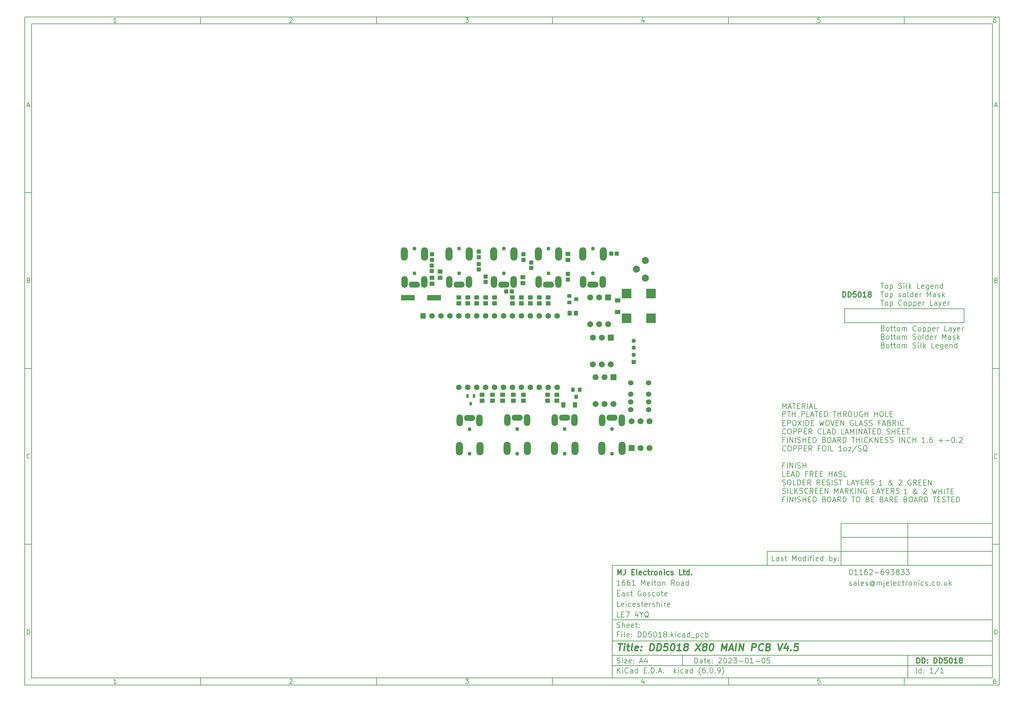
<source format=gbr>
G04 #@! TF.GenerationSoftware,KiCad,Pcbnew,(6.0.9)*
G04 #@! TF.CreationDate,2023-02-23T16:18:13+00:00*
G04 #@! TF.ProjectId,DD5018,44443530-3138-42e6-9b69-6361645f7063,DD5018*
G04 #@! TF.SameCoordinates,Original*
G04 #@! TF.FileFunction,Soldermask,Top*
G04 #@! TF.FilePolarity,Negative*
%FSLAX46Y46*%
G04 Gerber Fmt 4.6, Leading zero omitted, Abs format (unit mm)*
G04 Created by KiCad (PCBNEW (6.0.9)) date 2023-02-23 16:18:13*
%MOMM*%
%LPD*%
G01*
G04 APERTURE LIST*
G04 Aperture macros list*
%AMRoundRect*
0 Rectangle with rounded corners*
0 $1 Rounding radius*
0 $2 $3 $4 $5 $6 $7 $8 $9 X,Y pos of 4 corners*
0 Add a 4 corners polygon primitive as box body*
4,1,4,$2,$3,$4,$5,$6,$7,$8,$9,$2,$3,0*
0 Add four circle primitives for the rounded corners*
1,1,$1+$1,$2,$3*
1,1,$1+$1,$4,$5*
1,1,$1+$1,$6,$7*
1,1,$1+$1,$8,$9*
0 Add four rect primitives between the rounded corners*
20,1,$1+$1,$2,$3,$4,$5,0*
20,1,$1+$1,$4,$5,$6,$7,0*
20,1,$1+$1,$6,$7,$8,$9,0*
20,1,$1+$1,$8,$9,$2,$3,0*%
G04 Aperture macros list end*
%ADD10C,0.100000*%
%ADD11C,0.150000*%
%ADD12C,0.300000*%
%ADD13C,0.400000*%
%ADD14RoundRect,0.101600X-0.485100X0.460450X-0.485100X-0.460450X0.485100X-0.460450X0.485100X0.460450X0*%
%ADD15RoundRect,0.101600X0.485100X-0.460450X0.485100X0.460450X-0.485100X0.460450X-0.485100X-0.460450X0*%
%ADD16C,2.003200*%
%ADD17RoundRect,0.101600X-0.550000X0.500000X-0.550000X-0.500000X0.550000X-0.500000X0.550000X0.500000X0*%
%ADD18C,1.100000*%
%ADD19O,3.203200X1.703200*%
%ADD20O,1.803200X3.403200*%
%ADD21O,2.003200X3.803200*%
%ADD22RoundRect,0.101600X-0.460450X-0.485100X0.460450X-0.485100X0.460450X0.485100X-0.460450X0.485100X0*%
%ADD23RoundRect,0.101600X-0.750000X0.750000X-0.750000X-0.750000X0.750000X-0.750000X0.750000X0.750000X0*%
%ADD24C,1.703200*%
%ADD25RoundRect,0.101600X0.550000X-0.500000X0.550000X0.500000X-0.550000X0.500000X-0.550000X-0.500000X0*%
%ADD26R,1.208000X1.208000*%
%ADD27C,1.208000*%
%ADD28RoundRect,0.101600X0.500000X0.550000X-0.500000X0.550000X-0.500000X-0.550000X0.500000X-0.550000X0*%
%ADD29RoundRect,0.101600X0.460450X0.485100X-0.460450X0.485100X-0.460450X-0.485100X0.460450X-0.485100X0*%
%ADD30C,1.523200*%
%ADD31RoundRect,0.101600X0.750000X-0.750000X0.750000X0.750000X-0.750000X0.750000X-0.750000X-0.750000X0*%
%ADD32RoundRect,0.101600X1.250000X1.250000X-1.250000X1.250000X-1.250000X-1.250000X1.250000X-1.250000X0*%
%ADD33RoundRect,0.101600X-0.400000X0.450000X-0.400000X-0.450000X0.400000X-0.450000X0.400000X0.450000X0*%
%ADD34R,4.000000X1.600000*%
%ADD35RoundRect,0.101600X-0.475000X-0.625000X0.475000X-0.625000X0.475000X0.625000X-0.475000X0.625000X0*%
%ADD36R,0.800100X1.000760*%
%ADD37RoundRect,0.101600X-0.450000X-0.400000X0.450000X-0.400000X0.450000X0.400000X-0.450000X0.400000X0*%
%ADD38RoundRect,0.101600X-0.625000X0.475000X-0.625000X-0.475000X0.625000X-0.475000X0.625000X0.475000X0*%
%ADD39R,1.600000X1.600000*%
%ADD40C,1.600000*%
G04 APERTURE END LIST*
D10*
D11*
X177002200Y-166007200D02*
X177002200Y-198007200D01*
X285002200Y-198007200D01*
X285002200Y-166007200D01*
X177002200Y-166007200D01*
D10*
D11*
X10000000Y-10000000D02*
X10000000Y-200007200D01*
X287002200Y-200007200D01*
X287002200Y-10000000D01*
X10000000Y-10000000D01*
D10*
D11*
X12000000Y-12000000D02*
X12000000Y-198007200D01*
X285002200Y-198007200D01*
X285002200Y-12000000D01*
X12000000Y-12000000D01*
D10*
D11*
X60000000Y-12000000D02*
X60000000Y-10000000D01*
D10*
D11*
X110000000Y-12000000D02*
X110000000Y-10000000D01*
D10*
D11*
X160000000Y-12000000D02*
X160000000Y-10000000D01*
D10*
D11*
X210000000Y-12000000D02*
X210000000Y-10000000D01*
D10*
D11*
X260000000Y-12000000D02*
X260000000Y-10000000D01*
D10*
D11*
X36065476Y-11588095D02*
X35322619Y-11588095D01*
X35694047Y-11588095D02*
X35694047Y-10288095D01*
X35570238Y-10473809D01*
X35446428Y-10597619D01*
X35322619Y-10659523D01*
D10*
D11*
X85322619Y-10411904D02*
X85384523Y-10350000D01*
X85508333Y-10288095D01*
X85817857Y-10288095D01*
X85941666Y-10350000D01*
X86003571Y-10411904D01*
X86065476Y-10535714D01*
X86065476Y-10659523D01*
X86003571Y-10845238D01*
X85260714Y-11588095D01*
X86065476Y-11588095D01*
D10*
D11*
X135260714Y-10288095D02*
X136065476Y-10288095D01*
X135632142Y-10783333D01*
X135817857Y-10783333D01*
X135941666Y-10845238D01*
X136003571Y-10907142D01*
X136065476Y-11030952D01*
X136065476Y-11340476D01*
X136003571Y-11464285D01*
X135941666Y-11526190D01*
X135817857Y-11588095D01*
X135446428Y-11588095D01*
X135322619Y-11526190D01*
X135260714Y-11464285D01*
D10*
D11*
X185941666Y-10721428D02*
X185941666Y-11588095D01*
X185632142Y-10226190D02*
X185322619Y-11154761D01*
X186127380Y-11154761D01*
D10*
D11*
X236003571Y-10288095D02*
X235384523Y-10288095D01*
X235322619Y-10907142D01*
X235384523Y-10845238D01*
X235508333Y-10783333D01*
X235817857Y-10783333D01*
X235941666Y-10845238D01*
X236003571Y-10907142D01*
X236065476Y-11030952D01*
X236065476Y-11340476D01*
X236003571Y-11464285D01*
X235941666Y-11526190D01*
X235817857Y-11588095D01*
X235508333Y-11588095D01*
X235384523Y-11526190D01*
X235322619Y-11464285D01*
D10*
D11*
X285941666Y-10288095D02*
X285694047Y-10288095D01*
X285570238Y-10350000D01*
X285508333Y-10411904D01*
X285384523Y-10597619D01*
X285322619Y-10845238D01*
X285322619Y-11340476D01*
X285384523Y-11464285D01*
X285446428Y-11526190D01*
X285570238Y-11588095D01*
X285817857Y-11588095D01*
X285941666Y-11526190D01*
X286003571Y-11464285D01*
X286065476Y-11340476D01*
X286065476Y-11030952D01*
X286003571Y-10907142D01*
X285941666Y-10845238D01*
X285817857Y-10783333D01*
X285570238Y-10783333D01*
X285446428Y-10845238D01*
X285384523Y-10907142D01*
X285322619Y-11030952D01*
D10*
D11*
X60000000Y-198007200D02*
X60000000Y-200007200D01*
D10*
D11*
X110000000Y-198007200D02*
X110000000Y-200007200D01*
D10*
D11*
X160000000Y-198007200D02*
X160000000Y-200007200D01*
D10*
D11*
X210000000Y-198007200D02*
X210000000Y-200007200D01*
D10*
D11*
X260000000Y-198007200D02*
X260000000Y-200007200D01*
D10*
D11*
X36065476Y-199595295D02*
X35322619Y-199595295D01*
X35694047Y-199595295D02*
X35694047Y-198295295D01*
X35570238Y-198481009D01*
X35446428Y-198604819D01*
X35322619Y-198666723D01*
D10*
D11*
X85322619Y-198419104D02*
X85384523Y-198357200D01*
X85508333Y-198295295D01*
X85817857Y-198295295D01*
X85941666Y-198357200D01*
X86003571Y-198419104D01*
X86065476Y-198542914D01*
X86065476Y-198666723D01*
X86003571Y-198852438D01*
X85260714Y-199595295D01*
X86065476Y-199595295D01*
D10*
D11*
X135260714Y-198295295D02*
X136065476Y-198295295D01*
X135632142Y-198790533D01*
X135817857Y-198790533D01*
X135941666Y-198852438D01*
X136003571Y-198914342D01*
X136065476Y-199038152D01*
X136065476Y-199347676D01*
X136003571Y-199471485D01*
X135941666Y-199533390D01*
X135817857Y-199595295D01*
X135446428Y-199595295D01*
X135322619Y-199533390D01*
X135260714Y-199471485D01*
D10*
D11*
X185941666Y-198728628D02*
X185941666Y-199595295D01*
X185632142Y-198233390D02*
X185322619Y-199161961D01*
X186127380Y-199161961D01*
D10*
D11*
X236003571Y-198295295D02*
X235384523Y-198295295D01*
X235322619Y-198914342D01*
X235384523Y-198852438D01*
X235508333Y-198790533D01*
X235817857Y-198790533D01*
X235941666Y-198852438D01*
X236003571Y-198914342D01*
X236065476Y-199038152D01*
X236065476Y-199347676D01*
X236003571Y-199471485D01*
X235941666Y-199533390D01*
X235817857Y-199595295D01*
X235508333Y-199595295D01*
X235384523Y-199533390D01*
X235322619Y-199471485D01*
D10*
D11*
X285941666Y-198295295D02*
X285694047Y-198295295D01*
X285570238Y-198357200D01*
X285508333Y-198419104D01*
X285384523Y-198604819D01*
X285322619Y-198852438D01*
X285322619Y-199347676D01*
X285384523Y-199471485D01*
X285446428Y-199533390D01*
X285570238Y-199595295D01*
X285817857Y-199595295D01*
X285941666Y-199533390D01*
X286003571Y-199471485D01*
X286065476Y-199347676D01*
X286065476Y-199038152D01*
X286003571Y-198914342D01*
X285941666Y-198852438D01*
X285817857Y-198790533D01*
X285570238Y-198790533D01*
X285446428Y-198852438D01*
X285384523Y-198914342D01*
X285322619Y-199038152D01*
D10*
D11*
X10000000Y-60000000D02*
X12000000Y-60000000D01*
D10*
D11*
X10000000Y-110000000D02*
X12000000Y-110000000D01*
D10*
D11*
X10000000Y-160000000D02*
X12000000Y-160000000D01*
D10*
D11*
X10690476Y-35216666D02*
X11309523Y-35216666D01*
X10566666Y-35588095D02*
X11000000Y-34288095D01*
X11433333Y-35588095D01*
D10*
D11*
X11092857Y-84907142D02*
X11278571Y-84969047D01*
X11340476Y-85030952D01*
X11402380Y-85154761D01*
X11402380Y-85340476D01*
X11340476Y-85464285D01*
X11278571Y-85526190D01*
X11154761Y-85588095D01*
X10659523Y-85588095D01*
X10659523Y-84288095D01*
X11092857Y-84288095D01*
X11216666Y-84350000D01*
X11278571Y-84411904D01*
X11340476Y-84535714D01*
X11340476Y-84659523D01*
X11278571Y-84783333D01*
X11216666Y-84845238D01*
X11092857Y-84907142D01*
X10659523Y-84907142D01*
D10*
D11*
X11402380Y-135464285D02*
X11340476Y-135526190D01*
X11154761Y-135588095D01*
X11030952Y-135588095D01*
X10845238Y-135526190D01*
X10721428Y-135402380D01*
X10659523Y-135278571D01*
X10597619Y-135030952D01*
X10597619Y-134845238D01*
X10659523Y-134597619D01*
X10721428Y-134473809D01*
X10845238Y-134350000D01*
X11030952Y-134288095D01*
X11154761Y-134288095D01*
X11340476Y-134350000D01*
X11402380Y-134411904D01*
D10*
D11*
X10659523Y-185588095D02*
X10659523Y-184288095D01*
X10969047Y-184288095D01*
X11154761Y-184350000D01*
X11278571Y-184473809D01*
X11340476Y-184597619D01*
X11402380Y-184845238D01*
X11402380Y-185030952D01*
X11340476Y-185278571D01*
X11278571Y-185402380D01*
X11154761Y-185526190D01*
X10969047Y-185588095D01*
X10659523Y-185588095D01*
D10*
D11*
X287002200Y-60000000D02*
X285002200Y-60000000D01*
D10*
D11*
X287002200Y-110000000D02*
X285002200Y-110000000D01*
D10*
D11*
X287002200Y-160000000D02*
X285002200Y-160000000D01*
D10*
D11*
X285692676Y-35216666D02*
X286311723Y-35216666D01*
X285568866Y-35588095D02*
X286002200Y-34288095D01*
X286435533Y-35588095D01*
D10*
D11*
X286095057Y-84907142D02*
X286280771Y-84969047D01*
X286342676Y-85030952D01*
X286404580Y-85154761D01*
X286404580Y-85340476D01*
X286342676Y-85464285D01*
X286280771Y-85526190D01*
X286156961Y-85588095D01*
X285661723Y-85588095D01*
X285661723Y-84288095D01*
X286095057Y-84288095D01*
X286218866Y-84350000D01*
X286280771Y-84411904D01*
X286342676Y-84535714D01*
X286342676Y-84659523D01*
X286280771Y-84783333D01*
X286218866Y-84845238D01*
X286095057Y-84907142D01*
X285661723Y-84907142D01*
D10*
D11*
X286404580Y-135464285D02*
X286342676Y-135526190D01*
X286156961Y-135588095D01*
X286033152Y-135588095D01*
X285847438Y-135526190D01*
X285723628Y-135402380D01*
X285661723Y-135278571D01*
X285599819Y-135030952D01*
X285599819Y-134845238D01*
X285661723Y-134597619D01*
X285723628Y-134473809D01*
X285847438Y-134350000D01*
X286033152Y-134288095D01*
X286156961Y-134288095D01*
X286342676Y-134350000D01*
X286404580Y-134411904D01*
D10*
D11*
X285661723Y-185588095D02*
X285661723Y-184288095D01*
X285971247Y-184288095D01*
X286156961Y-184350000D01*
X286280771Y-184473809D01*
X286342676Y-184597619D01*
X286404580Y-184845238D01*
X286404580Y-185030952D01*
X286342676Y-185278571D01*
X286280771Y-185402380D01*
X286156961Y-185526190D01*
X285971247Y-185588095D01*
X285661723Y-185588095D01*
D10*
D11*
X200434342Y-193785771D02*
X200434342Y-192285771D01*
X200791485Y-192285771D01*
X201005771Y-192357200D01*
X201148628Y-192500057D01*
X201220057Y-192642914D01*
X201291485Y-192928628D01*
X201291485Y-193142914D01*
X201220057Y-193428628D01*
X201148628Y-193571485D01*
X201005771Y-193714342D01*
X200791485Y-193785771D01*
X200434342Y-193785771D01*
X202577200Y-193785771D02*
X202577200Y-193000057D01*
X202505771Y-192857200D01*
X202362914Y-192785771D01*
X202077200Y-192785771D01*
X201934342Y-192857200D01*
X202577200Y-193714342D02*
X202434342Y-193785771D01*
X202077200Y-193785771D01*
X201934342Y-193714342D01*
X201862914Y-193571485D01*
X201862914Y-193428628D01*
X201934342Y-193285771D01*
X202077200Y-193214342D01*
X202434342Y-193214342D01*
X202577200Y-193142914D01*
X203077200Y-192785771D02*
X203648628Y-192785771D01*
X203291485Y-192285771D02*
X203291485Y-193571485D01*
X203362914Y-193714342D01*
X203505771Y-193785771D01*
X203648628Y-193785771D01*
X204720057Y-193714342D02*
X204577200Y-193785771D01*
X204291485Y-193785771D01*
X204148628Y-193714342D01*
X204077200Y-193571485D01*
X204077200Y-193000057D01*
X204148628Y-192857200D01*
X204291485Y-192785771D01*
X204577200Y-192785771D01*
X204720057Y-192857200D01*
X204791485Y-193000057D01*
X204791485Y-193142914D01*
X204077200Y-193285771D01*
X205434342Y-193642914D02*
X205505771Y-193714342D01*
X205434342Y-193785771D01*
X205362914Y-193714342D01*
X205434342Y-193642914D01*
X205434342Y-193785771D01*
X205434342Y-192857200D02*
X205505771Y-192928628D01*
X205434342Y-193000057D01*
X205362914Y-192928628D01*
X205434342Y-192857200D01*
X205434342Y-193000057D01*
X207220057Y-192428628D02*
X207291485Y-192357200D01*
X207434342Y-192285771D01*
X207791485Y-192285771D01*
X207934342Y-192357200D01*
X208005771Y-192428628D01*
X208077200Y-192571485D01*
X208077200Y-192714342D01*
X208005771Y-192928628D01*
X207148628Y-193785771D01*
X208077200Y-193785771D01*
X209005771Y-192285771D02*
X209148628Y-192285771D01*
X209291485Y-192357200D01*
X209362914Y-192428628D01*
X209434342Y-192571485D01*
X209505771Y-192857200D01*
X209505771Y-193214342D01*
X209434342Y-193500057D01*
X209362914Y-193642914D01*
X209291485Y-193714342D01*
X209148628Y-193785771D01*
X209005771Y-193785771D01*
X208862914Y-193714342D01*
X208791485Y-193642914D01*
X208720057Y-193500057D01*
X208648628Y-193214342D01*
X208648628Y-192857200D01*
X208720057Y-192571485D01*
X208791485Y-192428628D01*
X208862914Y-192357200D01*
X209005771Y-192285771D01*
X210077200Y-192428628D02*
X210148628Y-192357200D01*
X210291485Y-192285771D01*
X210648628Y-192285771D01*
X210791485Y-192357200D01*
X210862914Y-192428628D01*
X210934342Y-192571485D01*
X210934342Y-192714342D01*
X210862914Y-192928628D01*
X210005771Y-193785771D01*
X210934342Y-193785771D01*
X211434342Y-192285771D02*
X212362914Y-192285771D01*
X211862914Y-192857200D01*
X212077200Y-192857200D01*
X212220057Y-192928628D01*
X212291485Y-193000057D01*
X212362914Y-193142914D01*
X212362914Y-193500057D01*
X212291485Y-193642914D01*
X212220057Y-193714342D01*
X212077200Y-193785771D01*
X211648628Y-193785771D01*
X211505771Y-193714342D01*
X211434342Y-193642914D01*
X213005771Y-193214342D02*
X214148628Y-193214342D01*
X215148628Y-192285771D02*
X215291485Y-192285771D01*
X215434342Y-192357200D01*
X215505771Y-192428628D01*
X215577200Y-192571485D01*
X215648628Y-192857200D01*
X215648628Y-193214342D01*
X215577200Y-193500057D01*
X215505771Y-193642914D01*
X215434342Y-193714342D01*
X215291485Y-193785771D01*
X215148628Y-193785771D01*
X215005771Y-193714342D01*
X214934342Y-193642914D01*
X214862914Y-193500057D01*
X214791485Y-193214342D01*
X214791485Y-192857200D01*
X214862914Y-192571485D01*
X214934342Y-192428628D01*
X215005771Y-192357200D01*
X215148628Y-192285771D01*
X217077200Y-193785771D02*
X216220057Y-193785771D01*
X216648628Y-193785771D02*
X216648628Y-192285771D01*
X216505771Y-192500057D01*
X216362914Y-192642914D01*
X216220057Y-192714342D01*
X217720057Y-193214342D02*
X218862914Y-193214342D01*
X219862914Y-192285771D02*
X220005771Y-192285771D01*
X220148628Y-192357200D01*
X220220057Y-192428628D01*
X220291485Y-192571485D01*
X220362914Y-192857200D01*
X220362914Y-193214342D01*
X220291485Y-193500057D01*
X220220057Y-193642914D01*
X220148628Y-193714342D01*
X220005771Y-193785771D01*
X219862914Y-193785771D01*
X219720057Y-193714342D01*
X219648628Y-193642914D01*
X219577200Y-193500057D01*
X219505771Y-193214342D01*
X219505771Y-192857200D01*
X219577200Y-192571485D01*
X219648628Y-192428628D01*
X219720057Y-192357200D01*
X219862914Y-192285771D01*
X221720057Y-192285771D02*
X221005771Y-192285771D01*
X220934342Y-193000057D01*
X221005771Y-192928628D01*
X221148628Y-192857200D01*
X221505771Y-192857200D01*
X221648628Y-192928628D01*
X221720057Y-193000057D01*
X221791485Y-193142914D01*
X221791485Y-193500057D01*
X221720057Y-193642914D01*
X221648628Y-193714342D01*
X221505771Y-193785771D01*
X221148628Y-193785771D01*
X221005771Y-193714342D01*
X220934342Y-193642914D01*
D10*
D11*
X177002200Y-194507200D02*
X285002200Y-194507200D01*
D10*
D11*
X178434342Y-196585771D02*
X178434342Y-195085771D01*
X179291485Y-196585771D02*
X178648628Y-195728628D01*
X179291485Y-195085771D02*
X178434342Y-195942914D01*
X179934342Y-196585771D02*
X179934342Y-195585771D01*
X179934342Y-195085771D02*
X179862914Y-195157200D01*
X179934342Y-195228628D01*
X180005771Y-195157200D01*
X179934342Y-195085771D01*
X179934342Y-195228628D01*
X181505771Y-196442914D02*
X181434342Y-196514342D01*
X181220057Y-196585771D01*
X181077200Y-196585771D01*
X180862914Y-196514342D01*
X180720057Y-196371485D01*
X180648628Y-196228628D01*
X180577200Y-195942914D01*
X180577200Y-195728628D01*
X180648628Y-195442914D01*
X180720057Y-195300057D01*
X180862914Y-195157200D01*
X181077200Y-195085771D01*
X181220057Y-195085771D01*
X181434342Y-195157200D01*
X181505771Y-195228628D01*
X182791485Y-196585771D02*
X182791485Y-195800057D01*
X182720057Y-195657200D01*
X182577200Y-195585771D01*
X182291485Y-195585771D01*
X182148628Y-195657200D01*
X182791485Y-196514342D02*
X182648628Y-196585771D01*
X182291485Y-196585771D01*
X182148628Y-196514342D01*
X182077200Y-196371485D01*
X182077200Y-196228628D01*
X182148628Y-196085771D01*
X182291485Y-196014342D01*
X182648628Y-196014342D01*
X182791485Y-195942914D01*
X184148628Y-196585771D02*
X184148628Y-195085771D01*
X184148628Y-196514342D02*
X184005771Y-196585771D01*
X183720057Y-196585771D01*
X183577200Y-196514342D01*
X183505771Y-196442914D01*
X183434342Y-196300057D01*
X183434342Y-195871485D01*
X183505771Y-195728628D01*
X183577200Y-195657200D01*
X183720057Y-195585771D01*
X184005771Y-195585771D01*
X184148628Y-195657200D01*
X186005771Y-195800057D02*
X186505771Y-195800057D01*
X186720057Y-196585771D02*
X186005771Y-196585771D01*
X186005771Y-195085771D01*
X186720057Y-195085771D01*
X187362914Y-196442914D02*
X187434342Y-196514342D01*
X187362914Y-196585771D01*
X187291485Y-196514342D01*
X187362914Y-196442914D01*
X187362914Y-196585771D01*
X188077200Y-196585771D02*
X188077200Y-195085771D01*
X188434342Y-195085771D01*
X188648628Y-195157200D01*
X188791485Y-195300057D01*
X188862914Y-195442914D01*
X188934342Y-195728628D01*
X188934342Y-195942914D01*
X188862914Y-196228628D01*
X188791485Y-196371485D01*
X188648628Y-196514342D01*
X188434342Y-196585771D01*
X188077200Y-196585771D01*
X189577200Y-196442914D02*
X189648628Y-196514342D01*
X189577200Y-196585771D01*
X189505771Y-196514342D01*
X189577200Y-196442914D01*
X189577200Y-196585771D01*
X190220057Y-196157200D02*
X190934342Y-196157200D01*
X190077200Y-196585771D02*
X190577200Y-195085771D01*
X191077200Y-196585771D01*
X191577200Y-196442914D02*
X191648628Y-196514342D01*
X191577200Y-196585771D01*
X191505771Y-196514342D01*
X191577200Y-196442914D01*
X191577200Y-196585771D01*
X194577200Y-196585771D02*
X194577200Y-195085771D01*
X194720057Y-196014342D02*
X195148628Y-196585771D01*
X195148628Y-195585771D02*
X194577200Y-196157200D01*
X195791485Y-196585771D02*
X195791485Y-195585771D01*
X195791485Y-195085771D02*
X195720057Y-195157200D01*
X195791485Y-195228628D01*
X195862914Y-195157200D01*
X195791485Y-195085771D01*
X195791485Y-195228628D01*
X197148628Y-196514342D02*
X197005771Y-196585771D01*
X196720057Y-196585771D01*
X196577200Y-196514342D01*
X196505771Y-196442914D01*
X196434342Y-196300057D01*
X196434342Y-195871485D01*
X196505771Y-195728628D01*
X196577200Y-195657200D01*
X196720057Y-195585771D01*
X197005771Y-195585771D01*
X197148628Y-195657200D01*
X198434342Y-196585771D02*
X198434342Y-195800057D01*
X198362914Y-195657200D01*
X198220057Y-195585771D01*
X197934342Y-195585771D01*
X197791485Y-195657200D01*
X198434342Y-196514342D02*
X198291485Y-196585771D01*
X197934342Y-196585771D01*
X197791485Y-196514342D01*
X197720057Y-196371485D01*
X197720057Y-196228628D01*
X197791485Y-196085771D01*
X197934342Y-196014342D01*
X198291485Y-196014342D01*
X198434342Y-195942914D01*
X199791485Y-196585771D02*
X199791485Y-195085771D01*
X199791485Y-196514342D02*
X199648628Y-196585771D01*
X199362914Y-196585771D01*
X199220057Y-196514342D01*
X199148628Y-196442914D01*
X199077200Y-196300057D01*
X199077200Y-195871485D01*
X199148628Y-195728628D01*
X199220057Y-195657200D01*
X199362914Y-195585771D01*
X199648628Y-195585771D01*
X199791485Y-195657200D01*
X202077200Y-197157200D02*
X202005771Y-197085771D01*
X201862914Y-196871485D01*
X201791485Y-196728628D01*
X201720057Y-196514342D01*
X201648628Y-196157200D01*
X201648628Y-195871485D01*
X201720057Y-195514342D01*
X201791485Y-195300057D01*
X201862914Y-195157200D01*
X202005771Y-194942914D01*
X202077200Y-194871485D01*
X203291485Y-195085771D02*
X203005771Y-195085771D01*
X202862914Y-195157200D01*
X202791485Y-195228628D01*
X202648628Y-195442914D01*
X202577200Y-195728628D01*
X202577200Y-196300057D01*
X202648628Y-196442914D01*
X202720057Y-196514342D01*
X202862914Y-196585771D01*
X203148628Y-196585771D01*
X203291485Y-196514342D01*
X203362914Y-196442914D01*
X203434342Y-196300057D01*
X203434342Y-195942914D01*
X203362914Y-195800057D01*
X203291485Y-195728628D01*
X203148628Y-195657200D01*
X202862914Y-195657200D01*
X202720057Y-195728628D01*
X202648628Y-195800057D01*
X202577200Y-195942914D01*
X204077200Y-196442914D02*
X204148628Y-196514342D01*
X204077200Y-196585771D01*
X204005771Y-196514342D01*
X204077200Y-196442914D01*
X204077200Y-196585771D01*
X205077200Y-195085771D02*
X205220057Y-195085771D01*
X205362914Y-195157200D01*
X205434342Y-195228628D01*
X205505771Y-195371485D01*
X205577200Y-195657200D01*
X205577200Y-196014342D01*
X205505771Y-196300057D01*
X205434342Y-196442914D01*
X205362914Y-196514342D01*
X205220057Y-196585771D01*
X205077200Y-196585771D01*
X204934342Y-196514342D01*
X204862914Y-196442914D01*
X204791485Y-196300057D01*
X204720057Y-196014342D01*
X204720057Y-195657200D01*
X204791485Y-195371485D01*
X204862914Y-195228628D01*
X204934342Y-195157200D01*
X205077200Y-195085771D01*
X206220057Y-196442914D02*
X206291485Y-196514342D01*
X206220057Y-196585771D01*
X206148628Y-196514342D01*
X206220057Y-196442914D01*
X206220057Y-196585771D01*
X207005771Y-196585771D02*
X207291485Y-196585771D01*
X207434342Y-196514342D01*
X207505771Y-196442914D01*
X207648628Y-196228628D01*
X207720057Y-195942914D01*
X207720057Y-195371485D01*
X207648628Y-195228628D01*
X207577200Y-195157200D01*
X207434342Y-195085771D01*
X207148628Y-195085771D01*
X207005771Y-195157200D01*
X206934342Y-195228628D01*
X206862914Y-195371485D01*
X206862914Y-195728628D01*
X206934342Y-195871485D01*
X207005771Y-195942914D01*
X207148628Y-196014342D01*
X207434342Y-196014342D01*
X207577200Y-195942914D01*
X207648628Y-195871485D01*
X207720057Y-195728628D01*
X208220057Y-197157200D02*
X208291485Y-197085771D01*
X208434342Y-196871485D01*
X208505771Y-196728628D01*
X208577200Y-196514342D01*
X208648628Y-196157200D01*
X208648628Y-195871485D01*
X208577200Y-195514342D01*
X208505771Y-195300057D01*
X208434342Y-195157200D01*
X208291485Y-194942914D01*
X208220057Y-194871485D01*
D10*
D11*
X177002200Y-191507200D02*
X285002200Y-191507200D01*
D10*
D12*
X263554342Y-193785771D02*
X263554342Y-192285771D01*
X263911485Y-192285771D01*
X264125771Y-192357200D01*
X264268628Y-192500057D01*
X264340057Y-192642914D01*
X264411485Y-192928628D01*
X264411485Y-193142914D01*
X264340057Y-193428628D01*
X264268628Y-193571485D01*
X264125771Y-193714342D01*
X263911485Y-193785771D01*
X263554342Y-193785771D01*
X265054342Y-193785771D02*
X265054342Y-192285771D01*
X265411485Y-192285771D01*
X265625771Y-192357200D01*
X265768628Y-192500057D01*
X265840057Y-192642914D01*
X265911485Y-192928628D01*
X265911485Y-193142914D01*
X265840057Y-193428628D01*
X265768628Y-193571485D01*
X265625771Y-193714342D01*
X265411485Y-193785771D01*
X265054342Y-193785771D01*
X266554342Y-193642914D02*
X266625771Y-193714342D01*
X266554342Y-193785771D01*
X266482914Y-193714342D01*
X266554342Y-193642914D01*
X266554342Y-193785771D01*
X266554342Y-192857200D02*
X266625771Y-192928628D01*
X266554342Y-193000057D01*
X266482914Y-192928628D01*
X266554342Y-192857200D01*
X266554342Y-193000057D01*
X268411485Y-193785771D02*
X268411485Y-192285771D01*
X268768628Y-192285771D01*
X268982914Y-192357200D01*
X269125771Y-192500057D01*
X269197200Y-192642914D01*
X269268628Y-192928628D01*
X269268628Y-193142914D01*
X269197200Y-193428628D01*
X269125771Y-193571485D01*
X268982914Y-193714342D01*
X268768628Y-193785771D01*
X268411485Y-193785771D01*
X269911485Y-193785771D02*
X269911485Y-192285771D01*
X270268628Y-192285771D01*
X270482914Y-192357200D01*
X270625771Y-192500057D01*
X270697200Y-192642914D01*
X270768628Y-192928628D01*
X270768628Y-193142914D01*
X270697200Y-193428628D01*
X270625771Y-193571485D01*
X270482914Y-193714342D01*
X270268628Y-193785771D01*
X269911485Y-193785771D01*
X272125771Y-192285771D02*
X271411485Y-192285771D01*
X271340057Y-193000057D01*
X271411485Y-192928628D01*
X271554342Y-192857200D01*
X271911485Y-192857200D01*
X272054342Y-192928628D01*
X272125771Y-193000057D01*
X272197200Y-193142914D01*
X272197200Y-193500057D01*
X272125771Y-193642914D01*
X272054342Y-193714342D01*
X271911485Y-193785771D01*
X271554342Y-193785771D01*
X271411485Y-193714342D01*
X271340057Y-193642914D01*
X273125771Y-192285771D02*
X273268628Y-192285771D01*
X273411485Y-192357200D01*
X273482914Y-192428628D01*
X273554342Y-192571485D01*
X273625771Y-192857200D01*
X273625771Y-193214342D01*
X273554342Y-193500057D01*
X273482914Y-193642914D01*
X273411485Y-193714342D01*
X273268628Y-193785771D01*
X273125771Y-193785771D01*
X272982914Y-193714342D01*
X272911485Y-193642914D01*
X272840057Y-193500057D01*
X272768628Y-193214342D01*
X272768628Y-192857200D01*
X272840057Y-192571485D01*
X272911485Y-192428628D01*
X272982914Y-192357200D01*
X273125771Y-192285771D01*
X275054342Y-193785771D02*
X274197200Y-193785771D01*
X274625771Y-193785771D02*
X274625771Y-192285771D01*
X274482914Y-192500057D01*
X274340057Y-192642914D01*
X274197200Y-192714342D01*
X275911485Y-192928628D02*
X275768628Y-192857200D01*
X275697200Y-192785771D01*
X275625771Y-192642914D01*
X275625771Y-192571485D01*
X275697200Y-192428628D01*
X275768628Y-192357200D01*
X275911485Y-192285771D01*
X276197200Y-192285771D01*
X276340057Y-192357200D01*
X276411485Y-192428628D01*
X276482914Y-192571485D01*
X276482914Y-192642914D01*
X276411485Y-192785771D01*
X276340057Y-192857200D01*
X276197200Y-192928628D01*
X275911485Y-192928628D01*
X275768628Y-193000057D01*
X275697200Y-193071485D01*
X275625771Y-193214342D01*
X275625771Y-193500057D01*
X275697200Y-193642914D01*
X275768628Y-193714342D01*
X275911485Y-193785771D01*
X276197200Y-193785771D01*
X276340057Y-193714342D01*
X276411485Y-193642914D01*
X276482914Y-193500057D01*
X276482914Y-193214342D01*
X276411485Y-193071485D01*
X276340057Y-193000057D01*
X276197200Y-192928628D01*
D10*
D11*
X178362914Y-193714342D02*
X178577200Y-193785771D01*
X178934342Y-193785771D01*
X179077200Y-193714342D01*
X179148628Y-193642914D01*
X179220057Y-193500057D01*
X179220057Y-193357200D01*
X179148628Y-193214342D01*
X179077200Y-193142914D01*
X178934342Y-193071485D01*
X178648628Y-193000057D01*
X178505771Y-192928628D01*
X178434342Y-192857200D01*
X178362914Y-192714342D01*
X178362914Y-192571485D01*
X178434342Y-192428628D01*
X178505771Y-192357200D01*
X178648628Y-192285771D01*
X179005771Y-192285771D01*
X179220057Y-192357200D01*
X179862914Y-193785771D02*
X179862914Y-192785771D01*
X179862914Y-192285771D02*
X179791485Y-192357200D01*
X179862914Y-192428628D01*
X179934342Y-192357200D01*
X179862914Y-192285771D01*
X179862914Y-192428628D01*
X180434342Y-192785771D02*
X181220057Y-192785771D01*
X180434342Y-193785771D01*
X181220057Y-193785771D01*
X182362914Y-193714342D02*
X182220057Y-193785771D01*
X181934342Y-193785771D01*
X181791485Y-193714342D01*
X181720057Y-193571485D01*
X181720057Y-193000057D01*
X181791485Y-192857200D01*
X181934342Y-192785771D01*
X182220057Y-192785771D01*
X182362914Y-192857200D01*
X182434342Y-193000057D01*
X182434342Y-193142914D01*
X181720057Y-193285771D01*
X183077200Y-193642914D02*
X183148628Y-193714342D01*
X183077200Y-193785771D01*
X183005771Y-193714342D01*
X183077200Y-193642914D01*
X183077200Y-193785771D01*
X183077200Y-192857200D02*
X183148628Y-192928628D01*
X183077200Y-193000057D01*
X183005771Y-192928628D01*
X183077200Y-192857200D01*
X183077200Y-193000057D01*
X184862914Y-193357200D02*
X185577200Y-193357200D01*
X184720057Y-193785771D02*
X185220057Y-192285771D01*
X185720057Y-193785771D01*
X186862914Y-192785771D02*
X186862914Y-193785771D01*
X186505771Y-192214342D02*
X186148628Y-193285771D01*
X187077200Y-193285771D01*
D10*
D11*
X263434342Y-196585771D02*
X263434342Y-195085771D01*
X264791485Y-196585771D02*
X264791485Y-195085771D01*
X264791485Y-196514342D02*
X264648628Y-196585771D01*
X264362914Y-196585771D01*
X264220057Y-196514342D01*
X264148628Y-196442914D01*
X264077200Y-196300057D01*
X264077200Y-195871485D01*
X264148628Y-195728628D01*
X264220057Y-195657200D01*
X264362914Y-195585771D01*
X264648628Y-195585771D01*
X264791485Y-195657200D01*
X265505771Y-196442914D02*
X265577200Y-196514342D01*
X265505771Y-196585771D01*
X265434342Y-196514342D01*
X265505771Y-196442914D01*
X265505771Y-196585771D01*
X265505771Y-195657200D02*
X265577200Y-195728628D01*
X265505771Y-195800057D01*
X265434342Y-195728628D01*
X265505771Y-195657200D01*
X265505771Y-195800057D01*
X268148628Y-196585771D02*
X267291485Y-196585771D01*
X267720057Y-196585771D02*
X267720057Y-195085771D01*
X267577200Y-195300057D01*
X267434342Y-195442914D01*
X267291485Y-195514342D01*
X269862914Y-195014342D02*
X268577200Y-196942914D01*
X271148628Y-196585771D02*
X270291485Y-196585771D01*
X270720057Y-196585771D02*
X270720057Y-195085771D01*
X270577200Y-195300057D01*
X270434342Y-195442914D01*
X270291485Y-195514342D01*
D10*
D11*
X177002200Y-187507200D02*
X285002200Y-187507200D01*
D10*
D13*
X178714580Y-188211961D02*
X179857438Y-188211961D01*
X179036009Y-190211961D02*
X179286009Y-188211961D01*
X180274104Y-190211961D02*
X180440771Y-188878628D01*
X180524104Y-188211961D02*
X180416961Y-188307200D01*
X180500295Y-188402438D01*
X180607438Y-188307200D01*
X180524104Y-188211961D01*
X180500295Y-188402438D01*
X181107438Y-188878628D02*
X181869342Y-188878628D01*
X181476485Y-188211961D02*
X181262200Y-189926247D01*
X181333628Y-190116723D01*
X181512200Y-190211961D01*
X181702676Y-190211961D01*
X182655057Y-190211961D02*
X182476485Y-190116723D01*
X182405057Y-189926247D01*
X182619342Y-188211961D01*
X184190771Y-190116723D02*
X183988390Y-190211961D01*
X183607438Y-190211961D01*
X183428866Y-190116723D01*
X183357438Y-189926247D01*
X183452676Y-189164342D01*
X183571723Y-188973866D01*
X183774104Y-188878628D01*
X184155057Y-188878628D01*
X184333628Y-188973866D01*
X184405057Y-189164342D01*
X184381247Y-189354819D01*
X183405057Y-189545295D01*
X185155057Y-190021485D02*
X185238390Y-190116723D01*
X185131247Y-190211961D01*
X185047914Y-190116723D01*
X185155057Y-190021485D01*
X185131247Y-190211961D01*
X185286009Y-188973866D02*
X185369342Y-189069104D01*
X185262200Y-189164342D01*
X185178866Y-189069104D01*
X185286009Y-188973866D01*
X185262200Y-189164342D01*
X187607438Y-190211961D02*
X187857438Y-188211961D01*
X188333628Y-188211961D01*
X188607438Y-188307200D01*
X188774104Y-188497676D01*
X188845533Y-188688152D01*
X188893152Y-189069104D01*
X188857438Y-189354819D01*
X188714580Y-189735771D01*
X188595533Y-189926247D01*
X188381247Y-190116723D01*
X188083628Y-190211961D01*
X187607438Y-190211961D01*
X189607438Y-190211961D02*
X189857438Y-188211961D01*
X190333628Y-188211961D01*
X190607438Y-188307200D01*
X190774104Y-188497676D01*
X190845533Y-188688152D01*
X190893152Y-189069104D01*
X190857438Y-189354819D01*
X190714580Y-189735771D01*
X190595533Y-189926247D01*
X190381247Y-190116723D01*
X190083628Y-190211961D01*
X189607438Y-190211961D01*
X192809819Y-188211961D02*
X191857438Y-188211961D01*
X191643152Y-189164342D01*
X191750295Y-189069104D01*
X191952676Y-188973866D01*
X192428866Y-188973866D01*
X192607438Y-189069104D01*
X192690771Y-189164342D01*
X192762200Y-189354819D01*
X192702676Y-189831009D01*
X192583628Y-190021485D01*
X192476485Y-190116723D01*
X192274104Y-190211961D01*
X191797914Y-190211961D01*
X191619342Y-190116723D01*
X191536009Y-190021485D01*
X194143152Y-188211961D02*
X194333628Y-188211961D01*
X194512200Y-188307200D01*
X194595533Y-188402438D01*
X194666961Y-188592914D01*
X194714580Y-188973866D01*
X194655057Y-189450057D01*
X194512200Y-189831009D01*
X194393152Y-190021485D01*
X194286009Y-190116723D01*
X194083628Y-190211961D01*
X193893152Y-190211961D01*
X193714580Y-190116723D01*
X193631247Y-190021485D01*
X193559819Y-189831009D01*
X193512200Y-189450057D01*
X193571723Y-188973866D01*
X193714580Y-188592914D01*
X193833628Y-188402438D01*
X193940771Y-188307200D01*
X194143152Y-188211961D01*
X196464580Y-190211961D02*
X195321723Y-190211961D01*
X195893152Y-190211961D02*
X196143152Y-188211961D01*
X195916961Y-188497676D01*
X195702676Y-188688152D01*
X195500295Y-188783390D01*
X197750295Y-189069104D02*
X197571723Y-188973866D01*
X197488390Y-188878628D01*
X197416961Y-188688152D01*
X197428866Y-188592914D01*
X197547914Y-188402438D01*
X197655057Y-188307200D01*
X197857438Y-188211961D01*
X198238390Y-188211961D01*
X198416961Y-188307200D01*
X198500295Y-188402438D01*
X198571723Y-188592914D01*
X198559819Y-188688152D01*
X198440771Y-188878628D01*
X198333628Y-188973866D01*
X198131247Y-189069104D01*
X197750295Y-189069104D01*
X197547914Y-189164342D01*
X197440771Y-189259580D01*
X197321723Y-189450057D01*
X197274104Y-189831009D01*
X197345533Y-190021485D01*
X197428866Y-190116723D01*
X197607438Y-190211961D01*
X197988390Y-190211961D01*
X198190771Y-190116723D01*
X198297914Y-190021485D01*
X198416961Y-189831009D01*
X198464580Y-189450057D01*
X198393152Y-189259580D01*
X198309819Y-189164342D01*
X198131247Y-189069104D01*
X200809819Y-188211961D02*
X201893152Y-190211961D01*
X202143152Y-188211961D02*
X200559819Y-190211961D01*
X203083628Y-189069104D02*
X202905057Y-188973866D01*
X202821723Y-188878628D01*
X202750295Y-188688152D01*
X202762200Y-188592914D01*
X202881247Y-188402438D01*
X202988390Y-188307200D01*
X203190771Y-188211961D01*
X203571723Y-188211961D01*
X203750295Y-188307200D01*
X203833628Y-188402438D01*
X203905057Y-188592914D01*
X203893152Y-188688152D01*
X203774104Y-188878628D01*
X203666961Y-188973866D01*
X203464580Y-189069104D01*
X203083628Y-189069104D01*
X202881247Y-189164342D01*
X202774104Y-189259580D01*
X202655057Y-189450057D01*
X202607438Y-189831009D01*
X202678866Y-190021485D01*
X202762200Y-190116723D01*
X202940771Y-190211961D01*
X203321723Y-190211961D01*
X203524104Y-190116723D01*
X203631247Y-190021485D01*
X203750295Y-189831009D01*
X203797914Y-189450057D01*
X203726485Y-189259580D01*
X203643152Y-189164342D01*
X203464580Y-189069104D01*
X205190771Y-188211961D02*
X205381247Y-188211961D01*
X205559819Y-188307200D01*
X205643152Y-188402438D01*
X205714580Y-188592914D01*
X205762200Y-188973866D01*
X205702676Y-189450057D01*
X205559819Y-189831009D01*
X205440771Y-190021485D01*
X205333628Y-190116723D01*
X205131247Y-190211961D01*
X204940771Y-190211961D01*
X204762200Y-190116723D01*
X204678866Y-190021485D01*
X204607438Y-189831009D01*
X204559819Y-189450057D01*
X204619342Y-188973866D01*
X204762200Y-188592914D01*
X204881247Y-188402438D01*
X204988390Y-188307200D01*
X205190771Y-188211961D01*
X207988390Y-190211961D02*
X208238390Y-188211961D01*
X208726485Y-189640533D01*
X209571723Y-188211961D01*
X209321723Y-190211961D01*
X210250295Y-189640533D02*
X211202676Y-189640533D01*
X209988390Y-190211961D02*
X210905057Y-188211961D01*
X211321723Y-190211961D01*
X211988390Y-190211961D02*
X212238390Y-188211961D01*
X212940771Y-190211961D02*
X213190771Y-188211961D01*
X214083628Y-190211961D01*
X214333628Y-188211961D01*
X216559819Y-190211961D02*
X216809819Y-188211961D01*
X217571723Y-188211961D01*
X217750295Y-188307200D01*
X217833628Y-188402438D01*
X217905057Y-188592914D01*
X217869342Y-188878628D01*
X217750295Y-189069104D01*
X217643152Y-189164342D01*
X217440771Y-189259580D01*
X216678866Y-189259580D01*
X219726485Y-190021485D02*
X219619342Y-190116723D01*
X219321723Y-190211961D01*
X219131247Y-190211961D01*
X218857438Y-190116723D01*
X218690771Y-189926247D01*
X218619342Y-189735771D01*
X218571723Y-189354819D01*
X218607438Y-189069104D01*
X218750295Y-188688152D01*
X218869342Y-188497676D01*
X219083628Y-188307200D01*
X219381247Y-188211961D01*
X219571723Y-188211961D01*
X219845533Y-188307200D01*
X219928866Y-188402438D01*
X221357438Y-189164342D02*
X221631247Y-189259580D01*
X221714580Y-189354819D01*
X221786009Y-189545295D01*
X221750295Y-189831009D01*
X221631247Y-190021485D01*
X221524104Y-190116723D01*
X221321723Y-190211961D01*
X220559819Y-190211961D01*
X220809819Y-188211961D01*
X221476485Y-188211961D01*
X221655057Y-188307200D01*
X221738390Y-188402438D01*
X221809819Y-188592914D01*
X221786009Y-188783390D01*
X221666961Y-188973866D01*
X221559819Y-189069104D01*
X221357438Y-189164342D01*
X220690771Y-189164342D01*
X224047914Y-188211961D02*
X224464580Y-190211961D01*
X225381247Y-188211961D01*
X226821723Y-188878628D02*
X226655057Y-190211961D01*
X226440771Y-188116723D02*
X225786009Y-189545295D01*
X227024104Y-189545295D01*
X227726485Y-190021485D02*
X227809819Y-190116723D01*
X227702676Y-190211961D01*
X227619342Y-190116723D01*
X227726485Y-190021485D01*
X227702676Y-190211961D01*
X229857438Y-188211961D02*
X228905057Y-188211961D01*
X228690771Y-189164342D01*
X228797914Y-189069104D01*
X229000295Y-188973866D01*
X229476485Y-188973866D01*
X229655057Y-189069104D01*
X229738390Y-189164342D01*
X229809819Y-189354819D01*
X229750295Y-189831009D01*
X229631247Y-190021485D01*
X229524104Y-190116723D01*
X229321723Y-190211961D01*
X228845533Y-190211961D01*
X228666961Y-190116723D01*
X228583628Y-190021485D01*
D10*
D11*
X178934342Y-185600057D02*
X178434342Y-185600057D01*
X178434342Y-186385771D02*
X178434342Y-184885771D01*
X179148628Y-184885771D01*
X179720057Y-186385771D02*
X179720057Y-185385771D01*
X179720057Y-184885771D02*
X179648628Y-184957200D01*
X179720057Y-185028628D01*
X179791485Y-184957200D01*
X179720057Y-184885771D01*
X179720057Y-185028628D01*
X180648628Y-186385771D02*
X180505771Y-186314342D01*
X180434342Y-186171485D01*
X180434342Y-184885771D01*
X181791485Y-186314342D02*
X181648628Y-186385771D01*
X181362914Y-186385771D01*
X181220057Y-186314342D01*
X181148628Y-186171485D01*
X181148628Y-185600057D01*
X181220057Y-185457200D01*
X181362914Y-185385771D01*
X181648628Y-185385771D01*
X181791485Y-185457200D01*
X181862914Y-185600057D01*
X181862914Y-185742914D01*
X181148628Y-185885771D01*
X182505771Y-186242914D02*
X182577200Y-186314342D01*
X182505771Y-186385771D01*
X182434342Y-186314342D01*
X182505771Y-186242914D01*
X182505771Y-186385771D01*
X182505771Y-185457200D02*
X182577200Y-185528628D01*
X182505771Y-185600057D01*
X182434342Y-185528628D01*
X182505771Y-185457200D01*
X182505771Y-185600057D01*
X184362914Y-186385771D02*
X184362914Y-184885771D01*
X184720057Y-184885771D01*
X184934342Y-184957200D01*
X185077200Y-185100057D01*
X185148628Y-185242914D01*
X185220057Y-185528628D01*
X185220057Y-185742914D01*
X185148628Y-186028628D01*
X185077200Y-186171485D01*
X184934342Y-186314342D01*
X184720057Y-186385771D01*
X184362914Y-186385771D01*
X185862914Y-186385771D02*
X185862914Y-184885771D01*
X186220057Y-184885771D01*
X186434342Y-184957200D01*
X186577200Y-185100057D01*
X186648628Y-185242914D01*
X186720057Y-185528628D01*
X186720057Y-185742914D01*
X186648628Y-186028628D01*
X186577200Y-186171485D01*
X186434342Y-186314342D01*
X186220057Y-186385771D01*
X185862914Y-186385771D01*
X188077200Y-184885771D02*
X187362914Y-184885771D01*
X187291485Y-185600057D01*
X187362914Y-185528628D01*
X187505771Y-185457200D01*
X187862914Y-185457200D01*
X188005771Y-185528628D01*
X188077200Y-185600057D01*
X188148628Y-185742914D01*
X188148628Y-186100057D01*
X188077200Y-186242914D01*
X188005771Y-186314342D01*
X187862914Y-186385771D01*
X187505771Y-186385771D01*
X187362914Y-186314342D01*
X187291485Y-186242914D01*
X189077200Y-184885771D02*
X189220057Y-184885771D01*
X189362914Y-184957200D01*
X189434342Y-185028628D01*
X189505771Y-185171485D01*
X189577200Y-185457200D01*
X189577200Y-185814342D01*
X189505771Y-186100057D01*
X189434342Y-186242914D01*
X189362914Y-186314342D01*
X189220057Y-186385771D01*
X189077200Y-186385771D01*
X188934342Y-186314342D01*
X188862914Y-186242914D01*
X188791485Y-186100057D01*
X188720057Y-185814342D01*
X188720057Y-185457200D01*
X188791485Y-185171485D01*
X188862914Y-185028628D01*
X188934342Y-184957200D01*
X189077200Y-184885771D01*
X191005771Y-186385771D02*
X190148628Y-186385771D01*
X190577200Y-186385771D02*
X190577200Y-184885771D01*
X190434342Y-185100057D01*
X190291485Y-185242914D01*
X190148628Y-185314342D01*
X191862914Y-185528628D02*
X191720057Y-185457200D01*
X191648628Y-185385771D01*
X191577200Y-185242914D01*
X191577200Y-185171485D01*
X191648628Y-185028628D01*
X191720057Y-184957200D01*
X191862914Y-184885771D01*
X192148628Y-184885771D01*
X192291485Y-184957200D01*
X192362914Y-185028628D01*
X192434342Y-185171485D01*
X192434342Y-185242914D01*
X192362914Y-185385771D01*
X192291485Y-185457200D01*
X192148628Y-185528628D01*
X191862914Y-185528628D01*
X191720057Y-185600057D01*
X191648628Y-185671485D01*
X191577200Y-185814342D01*
X191577200Y-186100057D01*
X191648628Y-186242914D01*
X191720057Y-186314342D01*
X191862914Y-186385771D01*
X192148628Y-186385771D01*
X192291485Y-186314342D01*
X192362914Y-186242914D01*
X192434342Y-186100057D01*
X192434342Y-185814342D01*
X192362914Y-185671485D01*
X192291485Y-185600057D01*
X192148628Y-185528628D01*
X193077200Y-186242914D02*
X193148628Y-186314342D01*
X193077200Y-186385771D01*
X193005771Y-186314342D01*
X193077200Y-186242914D01*
X193077200Y-186385771D01*
X193791485Y-186385771D02*
X193791485Y-184885771D01*
X193934342Y-185814342D02*
X194362914Y-186385771D01*
X194362914Y-185385771D02*
X193791485Y-185957200D01*
X195005771Y-186385771D02*
X195005771Y-185385771D01*
X195005771Y-184885771D02*
X194934342Y-184957200D01*
X195005771Y-185028628D01*
X195077200Y-184957200D01*
X195005771Y-184885771D01*
X195005771Y-185028628D01*
X196362914Y-186314342D02*
X196220057Y-186385771D01*
X195934342Y-186385771D01*
X195791485Y-186314342D01*
X195720057Y-186242914D01*
X195648628Y-186100057D01*
X195648628Y-185671485D01*
X195720057Y-185528628D01*
X195791485Y-185457200D01*
X195934342Y-185385771D01*
X196220057Y-185385771D01*
X196362914Y-185457200D01*
X197648628Y-186385771D02*
X197648628Y-185600057D01*
X197577200Y-185457200D01*
X197434342Y-185385771D01*
X197148628Y-185385771D01*
X197005771Y-185457200D01*
X197648628Y-186314342D02*
X197505771Y-186385771D01*
X197148628Y-186385771D01*
X197005771Y-186314342D01*
X196934342Y-186171485D01*
X196934342Y-186028628D01*
X197005771Y-185885771D01*
X197148628Y-185814342D01*
X197505771Y-185814342D01*
X197648628Y-185742914D01*
X199005771Y-186385771D02*
X199005771Y-184885771D01*
X199005771Y-186314342D02*
X198862914Y-186385771D01*
X198577200Y-186385771D01*
X198434342Y-186314342D01*
X198362914Y-186242914D01*
X198291485Y-186100057D01*
X198291485Y-185671485D01*
X198362914Y-185528628D01*
X198434342Y-185457200D01*
X198577200Y-185385771D01*
X198862914Y-185385771D01*
X199005771Y-185457200D01*
X199362914Y-186528628D02*
X200505771Y-186528628D01*
X200862914Y-185385771D02*
X200862914Y-186885771D01*
X200862914Y-185457200D02*
X201005771Y-185385771D01*
X201291485Y-185385771D01*
X201434342Y-185457200D01*
X201505771Y-185528628D01*
X201577200Y-185671485D01*
X201577200Y-186100057D01*
X201505771Y-186242914D01*
X201434342Y-186314342D01*
X201291485Y-186385771D01*
X201005771Y-186385771D01*
X200862914Y-186314342D01*
X202862914Y-186314342D02*
X202720057Y-186385771D01*
X202434342Y-186385771D01*
X202291485Y-186314342D01*
X202220057Y-186242914D01*
X202148628Y-186100057D01*
X202148628Y-185671485D01*
X202220057Y-185528628D01*
X202291485Y-185457200D01*
X202434342Y-185385771D01*
X202720057Y-185385771D01*
X202862914Y-185457200D01*
X203505771Y-186385771D02*
X203505771Y-184885771D01*
X203505771Y-185457200D02*
X203648628Y-185385771D01*
X203934342Y-185385771D01*
X204077200Y-185457200D01*
X204148628Y-185528628D01*
X204220057Y-185671485D01*
X204220057Y-186100057D01*
X204148628Y-186242914D01*
X204077200Y-186314342D01*
X203934342Y-186385771D01*
X203648628Y-186385771D01*
X203505771Y-186314342D01*
D10*
D11*
X177002200Y-181507200D02*
X285002200Y-181507200D01*
D10*
D11*
X178362914Y-183614342D02*
X178577200Y-183685771D01*
X178934342Y-183685771D01*
X179077200Y-183614342D01*
X179148628Y-183542914D01*
X179220057Y-183400057D01*
X179220057Y-183257200D01*
X179148628Y-183114342D01*
X179077200Y-183042914D01*
X178934342Y-182971485D01*
X178648628Y-182900057D01*
X178505771Y-182828628D01*
X178434342Y-182757200D01*
X178362914Y-182614342D01*
X178362914Y-182471485D01*
X178434342Y-182328628D01*
X178505771Y-182257200D01*
X178648628Y-182185771D01*
X179005771Y-182185771D01*
X179220057Y-182257200D01*
X179862914Y-183685771D02*
X179862914Y-182185771D01*
X180505771Y-183685771D02*
X180505771Y-182900057D01*
X180434342Y-182757200D01*
X180291485Y-182685771D01*
X180077200Y-182685771D01*
X179934342Y-182757200D01*
X179862914Y-182828628D01*
X181791485Y-183614342D02*
X181648628Y-183685771D01*
X181362914Y-183685771D01*
X181220057Y-183614342D01*
X181148628Y-183471485D01*
X181148628Y-182900057D01*
X181220057Y-182757200D01*
X181362914Y-182685771D01*
X181648628Y-182685771D01*
X181791485Y-182757200D01*
X181862914Y-182900057D01*
X181862914Y-183042914D01*
X181148628Y-183185771D01*
X183077200Y-183614342D02*
X182934342Y-183685771D01*
X182648628Y-183685771D01*
X182505771Y-183614342D01*
X182434342Y-183471485D01*
X182434342Y-182900057D01*
X182505771Y-182757200D01*
X182648628Y-182685771D01*
X182934342Y-182685771D01*
X183077200Y-182757200D01*
X183148628Y-182900057D01*
X183148628Y-183042914D01*
X182434342Y-183185771D01*
X183577200Y-182685771D02*
X184148628Y-182685771D01*
X183791485Y-182185771D02*
X183791485Y-183471485D01*
X183862914Y-183614342D01*
X184005771Y-183685771D01*
X184148628Y-183685771D01*
X184648628Y-183542914D02*
X184720057Y-183614342D01*
X184648628Y-183685771D01*
X184577200Y-183614342D01*
X184648628Y-183542914D01*
X184648628Y-183685771D01*
X184648628Y-182757200D02*
X184720057Y-182828628D01*
X184648628Y-182900057D01*
X184577200Y-182828628D01*
X184648628Y-182757200D01*
X184648628Y-182900057D01*
D10*
D12*
X178554342Y-168685571D02*
X178554342Y-167185571D01*
X179054342Y-168257000D01*
X179554342Y-167185571D01*
X179554342Y-168685571D01*
X180697200Y-167185571D02*
X180697200Y-168257000D01*
X180625771Y-168471285D01*
X180482914Y-168614142D01*
X180268628Y-168685571D01*
X180125771Y-168685571D01*
X182554342Y-167899857D02*
X183054342Y-167899857D01*
X183268628Y-168685571D02*
X182554342Y-168685571D01*
X182554342Y-167185571D01*
X183268628Y-167185571D01*
X184125771Y-168685571D02*
X183982914Y-168614142D01*
X183911485Y-168471285D01*
X183911485Y-167185571D01*
X185268628Y-168614142D02*
X185125771Y-168685571D01*
X184840057Y-168685571D01*
X184697200Y-168614142D01*
X184625771Y-168471285D01*
X184625771Y-167899857D01*
X184697200Y-167757000D01*
X184840057Y-167685571D01*
X185125771Y-167685571D01*
X185268628Y-167757000D01*
X185340057Y-167899857D01*
X185340057Y-168042714D01*
X184625771Y-168185571D01*
X186625771Y-168614142D02*
X186482914Y-168685571D01*
X186197200Y-168685571D01*
X186054342Y-168614142D01*
X185982914Y-168542714D01*
X185911485Y-168399857D01*
X185911485Y-167971285D01*
X185982914Y-167828428D01*
X186054342Y-167757000D01*
X186197200Y-167685571D01*
X186482914Y-167685571D01*
X186625771Y-167757000D01*
X187054342Y-167685571D02*
X187625771Y-167685571D01*
X187268628Y-167185571D02*
X187268628Y-168471285D01*
X187340057Y-168614142D01*
X187482914Y-168685571D01*
X187625771Y-168685571D01*
X188125771Y-168685571D02*
X188125771Y-167685571D01*
X188125771Y-167971285D02*
X188197200Y-167828428D01*
X188268628Y-167757000D01*
X188411485Y-167685571D01*
X188554342Y-167685571D01*
X189268628Y-168685571D02*
X189125771Y-168614142D01*
X189054342Y-168542714D01*
X188982914Y-168399857D01*
X188982914Y-167971285D01*
X189054342Y-167828428D01*
X189125771Y-167757000D01*
X189268628Y-167685571D01*
X189482914Y-167685571D01*
X189625771Y-167757000D01*
X189697200Y-167828428D01*
X189768628Y-167971285D01*
X189768628Y-168399857D01*
X189697200Y-168542714D01*
X189625771Y-168614142D01*
X189482914Y-168685571D01*
X189268628Y-168685571D01*
X190411485Y-167685571D02*
X190411485Y-168685571D01*
X190411485Y-167828428D02*
X190482914Y-167757000D01*
X190625771Y-167685571D01*
X190840057Y-167685571D01*
X190982914Y-167757000D01*
X191054342Y-167899857D01*
X191054342Y-168685571D01*
X191768628Y-168685571D02*
X191768628Y-167685571D01*
X191768628Y-167185571D02*
X191697200Y-167257000D01*
X191768628Y-167328428D01*
X191840057Y-167257000D01*
X191768628Y-167185571D01*
X191768628Y-167328428D01*
X193125771Y-168614142D02*
X192982914Y-168685571D01*
X192697200Y-168685571D01*
X192554342Y-168614142D01*
X192482914Y-168542714D01*
X192411485Y-168399857D01*
X192411485Y-167971285D01*
X192482914Y-167828428D01*
X192554342Y-167757000D01*
X192697200Y-167685571D01*
X192982914Y-167685571D01*
X193125771Y-167757000D01*
X193697200Y-168614142D02*
X193840057Y-168685571D01*
X194125771Y-168685571D01*
X194268628Y-168614142D01*
X194340057Y-168471285D01*
X194340057Y-168399857D01*
X194268628Y-168257000D01*
X194125771Y-168185571D01*
X193911485Y-168185571D01*
X193768628Y-168114142D01*
X193697200Y-167971285D01*
X193697200Y-167899857D01*
X193768628Y-167757000D01*
X193911485Y-167685571D01*
X194125771Y-167685571D01*
X194268628Y-167757000D01*
X196840057Y-168685571D02*
X196125771Y-168685571D01*
X196125771Y-167185571D01*
X197125771Y-167685571D02*
X197697200Y-167685571D01*
X197340057Y-167185571D02*
X197340057Y-168471285D01*
X197411485Y-168614142D01*
X197554342Y-168685571D01*
X197697200Y-168685571D01*
X198840057Y-168685571D02*
X198840057Y-167185571D01*
X198840057Y-168614142D02*
X198697200Y-168685571D01*
X198411485Y-168685571D01*
X198268628Y-168614142D01*
X198197200Y-168542714D01*
X198125771Y-168399857D01*
X198125771Y-167971285D01*
X198197200Y-167828428D01*
X198268628Y-167757000D01*
X198411485Y-167685571D01*
X198697200Y-167685571D01*
X198840057Y-167757000D01*
X199554342Y-168542714D02*
X199625771Y-168614142D01*
X199554342Y-168685571D01*
X199482914Y-168614142D01*
X199554342Y-168542714D01*
X199554342Y-168685571D01*
D10*
D11*
X179220057Y-171685571D02*
X178362914Y-171685571D01*
X178791485Y-171685571D02*
X178791485Y-170185571D01*
X178648628Y-170399857D01*
X178505771Y-170542714D01*
X178362914Y-170614142D01*
X180505771Y-170185571D02*
X180220057Y-170185571D01*
X180077200Y-170257000D01*
X180005771Y-170328428D01*
X179862914Y-170542714D01*
X179791485Y-170828428D01*
X179791485Y-171399857D01*
X179862914Y-171542714D01*
X179934342Y-171614142D01*
X180077200Y-171685571D01*
X180362914Y-171685571D01*
X180505771Y-171614142D01*
X180577200Y-171542714D01*
X180648628Y-171399857D01*
X180648628Y-171042714D01*
X180577200Y-170899857D01*
X180505771Y-170828428D01*
X180362914Y-170757000D01*
X180077200Y-170757000D01*
X179934342Y-170828428D01*
X179862914Y-170899857D01*
X179791485Y-171042714D01*
X181934342Y-170185571D02*
X181648628Y-170185571D01*
X181505771Y-170257000D01*
X181434342Y-170328428D01*
X181291485Y-170542714D01*
X181220057Y-170828428D01*
X181220057Y-171399857D01*
X181291485Y-171542714D01*
X181362914Y-171614142D01*
X181505771Y-171685571D01*
X181791485Y-171685571D01*
X181934342Y-171614142D01*
X182005771Y-171542714D01*
X182077200Y-171399857D01*
X182077200Y-171042714D01*
X182005771Y-170899857D01*
X181934342Y-170828428D01*
X181791485Y-170757000D01*
X181505771Y-170757000D01*
X181362914Y-170828428D01*
X181291485Y-170899857D01*
X181220057Y-171042714D01*
X183505771Y-171685571D02*
X182648628Y-171685571D01*
X183077200Y-171685571D02*
X183077200Y-170185571D01*
X182934342Y-170399857D01*
X182791485Y-170542714D01*
X182648628Y-170614142D01*
X185291485Y-171685571D02*
X185291485Y-170185571D01*
X185791485Y-171257000D01*
X186291485Y-170185571D01*
X186291485Y-171685571D01*
X187577200Y-171614142D02*
X187434342Y-171685571D01*
X187148628Y-171685571D01*
X187005771Y-171614142D01*
X186934342Y-171471285D01*
X186934342Y-170899857D01*
X187005771Y-170757000D01*
X187148628Y-170685571D01*
X187434342Y-170685571D01*
X187577200Y-170757000D01*
X187648628Y-170899857D01*
X187648628Y-171042714D01*
X186934342Y-171185571D01*
X188505771Y-171685571D02*
X188362914Y-171614142D01*
X188291485Y-171471285D01*
X188291485Y-170185571D01*
X188862914Y-170685571D02*
X189434342Y-170685571D01*
X189077200Y-170185571D02*
X189077200Y-171471285D01*
X189148628Y-171614142D01*
X189291485Y-171685571D01*
X189434342Y-171685571D01*
X190148628Y-171685571D02*
X190005771Y-171614142D01*
X189934342Y-171542714D01*
X189862914Y-171399857D01*
X189862914Y-170971285D01*
X189934342Y-170828428D01*
X190005771Y-170757000D01*
X190148628Y-170685571D01*
X190362914Y-170685571D01*
X190505771Y-170757000D01*
X190577200Y-170828428D01*
X190648628Y-170971285D01*
X190648628Y-171399857D01*
X190577200Y-171542714D01*
X190505771Y-171614142D01*
X190362914Y-171685571D01*
X190148628Y-171685571D01*
X191291485Y-170685571D02*
X191291485Y-171685571D01*
X191291485Y-170828428D02*
X191362914Y-170757000D01*
X191505771Y-170685571D01*
X191720057Y-170685571D01*
X191862914Y-170757000D01*
X191934342Y-170899857D01*
X191934342Y-171685571D01*
X194648628Y-171685571D02*
X194148628Y-170971285D01*
X193791485Y-171685571D02*
X193791485Y-170185571D01*
X194362914Y-170185571D01*
X194505771Y-170257000D01*
X194577200Y-170328428D01*
X194648628Y-170471285D01*
X194648628Y-170685571D01*
X194577200Y-170828428D01*
X194505771Y-170899857D01*
X194362914Y-170971285D01*
X193791485Y-170971285D01*
X195505771Y-171685571D02*
X195362914Y-171614142D01*
X195291485Y-171542714D01*
X195220057Y-171399857D01*
X195220057Y-170971285D01*
X195291485Y-170828428D01*
X195362914Y-170757000D01*
X195505771Y-170685571D01*
X195720057Y-170685571D01*
X195862914Y-170757000D01*
X195934342Y-170828428D01*
X196005771Y-170971285D01*
X196005771Y-171399857D01*
X195934342Y-171542714D01*
X195862914Y-171614142D01*
X195720057Y-171685571D01*
X195505771Y-171685571D01*
X197291485Y-171685571D02*
X197291485Y-170899857D01*
X197220057Y-170757000D01*
X197077200Y-170685571D01*
X196791485Y-170685571D01*
X196648628Y-170757000D01*
X197291485Y-171614142D02*
X197148628Y-171685571D01*
X196791485Y-171685571D01*
X196648628Y-171614142D01*
X196577200Y-171471285D01*
X196577200Y-171328428D01*
X196648628Y-171185571D01*
X196791485Y-171114142D01*
X197148628Y-171114142D01*
X197291485Y-171042714D01*
X198648628Y-171685571D02*
X198648628Y-170185571D01*
X198648628Y-171614142D02*
X198505771Y-171685571D01*
X198220057Y-171685571D01*
X198077200Y-171614142D01*
X198005771Y-171542714D01*
X197934342Y-171399857D01*
X197934342Y-170971285D01*
X198005771Y-170828428D01*
X198077200Y-170757000D01*
X198220057Y-170685571D01*
X198505771Y-170685571D01*
X198648628Y-170757000D01*
D10*
D11*
X178434342Y-173900057D02*
X178934342Y-173900057D01*
X179148628Y-174685771D02*
X178434342Y-174685771D01*
X178434342Y-173185771D01*
X179148628Y-173185771D01*
X180434342Y-174685771D02*
X180434342Y-173900057D01*
X180362914Y-173757200D01*
X180220057Y-173685771D01*
X179934342Y-173685771D01*
X179791485Y-173757200D01*
X180434342Y-174614342D02*
X180291485Y-174685771D01*
X179934342Y-174685771D01*
X179791485Y-174614342D01*
X179720057Y-174471485D01*
X179720057Y-174328628D01*
X179791485Y-174185771D01*
X179934342Y-174114342D01*
X180291485Y-174114342D01*
X180434342Y-174042914D01*
X181077200Y-174614342D02*
X181220057Y-174685771D01*
X181505771Y-174685771D01*
X181648628Y-174614342D01*
X181720057Y-174471485D01*
X181720057Y-174400057D01*
X181648628Y-174257200D01*
X181505771Y-174185771D01*
X181291485Y-174185771D01*
X181148628Y-174114342D01*
X181077200Y-173971485D01*
X181077200Y-173900057D01*
X181148628Y-173757200D01*
X181291485Y-173685771D01*
X181505771Y-173685771D01*
X181648628Y-173757200D01*
X182148628Y-173685771D02*
X182720057Y-173685771D01*
X182362914Y-173185771D02*
X182362914Y-174471485D01*
X182434342Y-174614342D01*
X182577200Y-174685771D01*
X182720057Y-174685771D01*
X185148628Y-173257200D02*
X185005771Y-173185771D01*
X184791485Y-173185771D01*
X184577200Y-173257200D01*
X184434342Y-173400057D01*
X184362914Y-173542914D01*
X184291485Y-173828628D01*
X184291485Y-174042914D01*
X184362914Y-174328628D01*
X184434342Y-174471485D01*
X184577200Y-174614342D01*
X184791485Y-174685771D01*
X184934342Y-174685771D01*
X185148628Y-174614342D01*
X185220057Y-174542914D01*
X185220057Y-174042914D01*
X184934342Y-174042914D01*
X186077200Y-174685771D02*
X185934342Y-174614342D01*
X185862914Y-174542914D01*
X185791485Y-174400057D01*
X185791485Y-173971485D01*
X185862914Y-173828628D01*
X185934342Y-173757200D01*
X186077200Y-173685771D01*
X186291485Y-173685771D01*
X186434342Y-173757200D01*
X186505771Y-173828628D01*
X186577200Y-173971485D01*
X186577200Y-174400057D01*
X186505771Y-174542914D01*
X186434342Y-174614342D01*
X186291485Y-174685771D01*
X186077200Y-174685771D01*
X187148628Y-174614342D02*
X187291485Y-174685771D01*
X187577200Y-174685771D01*
X187720057Y-174614342D01*
X187791485Y-174471485D01*
X187791485Y-174400057D01*
X187720057Y-174257200D01*
X187577200Y-174185771D01*
X187362914Y-174185771D01*
X187220057Y-174114342D01*
X187148628Y-173971485D01*
X187148628Y-173900057D01*
X187220057Y-173757200D01*
X187362914Y-173685771D01*
X187577200Y-173685771D01*
X187720057Y-173757200D01*
X189077200Y-174614342D02*
X188934342Y-174685771D01*
X188648628Y-174685771D01*
X188505771Y-174614342D01*
X188434342Y-174542914D01*
X188362914Y-174400057D01*
X188362914Y-173971485D01*
X188434342Y-173828628D01*
X188505771Y-173757200D01*
X188648628Y-173685771D01*
X188934342Y-173685771D01*
X189077200Y-173757200D01*
X189934342Y-174685771D02*
X189791485Y-174614342D01*
X189720057Y-174542914D01*
X189648628Y-174400057D01*
X189648628Y-173971485D01*
X189720057Y-173828628D01*
X189791485Y-173757200D01*
X189934342Y-173685771D01*
X190148628Y-173685771D01*
X190291485Y-173757200D01*
X190362914Y-173828628D01*
X190434342Y-173971485D01*
X190434342Y-174400057D01*
X190362914Y-174542914D01*
X190291485Y-174614342D01*
X190148628Y-174685771D01*
X189934342Y-174685771D01*
X190862914Y-173685771D02*
X191434342Y-173685771D01*
X191077200Y-173185771D02*
X191077200Y-174471485D01*
X191148628Y-174614342D01*
X191291485Y-174685771D01*
X191434342Y-174685771D01*
X192505771Y-174614342D02*
X192362914Y-174685771D01*
X192077200Y-174685771D01*
X191934342Y-174614342D01*
X191862914Y-174471485D01*
X191862914Y-173900057D01*
X191934342Y-173757200D01*
X192077200Y-173685771D01*
X192362914Y-173685771D01*
X192505771Y-173757200D01*
X192577200Y-173900057D01*
X192577200Y-174042914D01*
X191862914Y-174185771D01*
D10*
D11*
X179148628Y-177685571D02*
X178434342Y-177685571D01*
X178434342Y-176185571D01*
X180220057Y-177614142D02*
X180077200Y-177685571D01*
X179791485Y-177685571D01*
X179648628Y-177614142D01*
X179577200Y-177471285D01*
X179577200Y-176899857D01*
X179648628Y-176757000D01*
X179791485Y-176685571D01*
X180077200Y-176685571D01*
X180220057Y-176757000D01*
X180291485Y-176899857D01*
X180291485Y-177042714D01*
X179577200Y-177185571D01*
X180934342Y-177685571D02*
X180934342Y-176685571D01*
X180934342Y-176185571D02*
X180862914Y-176257000D01*
X180934342Y-176328428D01*
X181005771Y-176257000D01*
X180934342Y-176185571D01*
X180934342Y-176328428D01*
X182291485Y-177614142D02*
X182148628Y-177685571D01*
X181862914Y-177685571D01*
X181720057Y-177614142D01*
X181648628Y-177542714D01*
X181577200Y-177399857D01*
X181577200Y-176971285D01*
X181648628Y-176828428D01*
X181720057Y-176757000D01*
X181862914Y-176685571D01*
X182148628Y-176685571D01*
X182291485Y-176757000D01*
X183505771Y-177614142D02*
X183362914Y-177685571D01*
X183077200Y-177685571D01*
X182934342Y-177614142D01*
X182862914Y-177471285D01*
X182862914Y-176899857D01*
X182934342Y-176757000D01*
X183077200Y-176685571D01*
X183362914Y-176685571D01*
X183505771Y-176757000D01*
X183577200Y-176899857D01*
X183577200Y-177042714D01*
X182862914Y-177185571D01*
X184148628Y-177614142D02*
X184291485Y-177685571D01*
X184577200Y-177685571D01*
X184720057Y-177614142D01*
X184791485Y-177471285D01*
X184791485Y-177399857D01*
X184720057Y-177257000D01*
X184577200Y-177185571D01*
X184362914Y-177185571D01*
X184220057Y-177114142D01*
X184148628Y-176971285D01*
X184148628Y-176899857D01*
X184220057Y-176757000D01*
X184362914Y-176685571D01*
X184577200Y-176685571D01*
X184720057Y-176757000D01*
X185220057Y-176685571D02*
X185791485Y-176685571D01*
X185434342Y-176185571D02*
X185434342Y-177471285D01*
X185505771Y-177614142D01*
X185648628Y-177685571D01*
X185791485Y-177685571D01*
X186862914Y-177614142D02*
X186720057Y-177685571D01*
X186434342Y-177685571D01*
X186291485Y-177614142D01*
X186220057Y-177471285D01*
X186220057Y-176899857D01*
X186291485Y-176757000D01*
X186434342Y-176685571D01*
X186720057Y-176685571D01*
X186862914Y-176757000D01*
X186934342Y-176899857D01*
X186934342Y-177042714D01*
X186220057Y-177185571D01*
X187577200Y-177685571D02*
X187577200Y-176685571D01*
X187577200Y-176971285D02*
X187648628Y-176828428D01*
X187720057Y-176757000D01*
X187862914Y-176685571D01*
X188005771Y-176685571D01*
X188434342Y-177614142D02*
X188577200Y-177685571D01*
X188862914Y-177685571D01*
X189005771Y-177614142D01*
X189077200Y-177471285D01*
X189077200Y-177399857D01*
X189005771Y-177257000D01*
X188862914Y-177185571D01*
X188648628Y-177185571D01*
X188505771Y-177114142D01*
X188434342Y-176971285D01*
X188434342Y-176899857D01*
X188505771Y-176757000D01*
X188648628Y-176685571D01*
X188862914Y-176685571D01*
X189005771Y-176757000D01*
X189720057Y-177685571D02*
X189720057Y-176185571D01*
X190362914Y-177685571D02*
X190362914Y-176899857D01*
X190291485Y-176757000D01*
X190148628Y-176685571D01*
X189934342Y-176685571D01*
X189791485Y-176757000D01*
X189720057Y-176828428D01*
X191077200Y-177685571D02*
X191077200Y-176685571D01*
X191077200Y-176185571D02*
X191005771Y-176257000D01*
X191077200Y-176328428D01*
X191148628Y-176257000D01*
X191077200Y-176185571D01*
X191077200Y-176328428D01*
X191791485Y-177685571D02*
X191791485Y-176685571D01*
X191791485Y-176971285D02*
X191862914Y-176828428D01*
X191934342Y-176757000D01*
X192077200Y-176685571D01*
X192220057Y-176685571D01*
X193291485Y-177614142D02*
X193148628Y-177685571D01*
X192862914Y-177685571D01*
X192720057Y-177614142D01*
X192648628Y-177471285D01*
X192648628Y-176899857D01*
X192720057Y-176757000D01*
X192862914Y-176685571D01*
X193148628Y-176685571D01*
X193291485Y-176757000D01*
X193362914Y-176899857D01*
X193362914Y-177042714D01*
X192648628Y-177185571D01*
D10*
D11*
X179148628Y-180685571D02*
X178434342Y-180685571D01*
X178434342Y-179185571D01*
X179648628Y-179899857D02*
X180148628Y-179899857D01*
X180362914Y-180685571D02*
X179648628Y-180685571D01*
X179648628Y-179185571D01*
X180362914Y-179185571D01*
X180862914Y-179185571D02*
X181862914Y-179185571D01*
X181220057Y-180685571D01*
X184220057Y-179685571D02*
X184220057Y-180685571D01*
X183862914Y-179114142D02*
X183505771Y-180185571D01*
X184434342Y-180185571D01*
X185291485Y-179971285D02*
X185291485Y-180685571D01*
X184791485Y-179185571D02*
X185291485Y-179971285D01*
X185791485Y-179185571D01*
X187291485Y-180828428D02*
X187148628Y-180757000D01*
X187005771Y-180614142D01*
X186791485Y-180399857D01*
X186648628Y-180328428D01*
X186505771Y-180328428D01*
X186577200Y-180685571D02*
X186434342Y-180614142D01*
X186291485Y-180471285D01*
X186220057Y-180185571D01*
X186220057Y-179685571D01*
X186291485Y-179399857D01*
X186434342Y-179257000D01*
X186577200Y-179185571D01*
X186862914Y-179185571D01*
X187005771Y-179257000D01*
X187148628Y-179399857D01*
X187220057Y-179685571D01*
X187220057Y-180185571D01*
X187148628Y-180471285D01*
X187005771Y-180614142D01*
X186862914Y-180685571D01*
X186577200Y-180685571D01*
D10*
D11*
X197002200Y-191507200D02*
X197002200Y-194507200D01*
D10*
D11*
X261002200Y-191507200D02*
X261002200Y-198007200D01*
D10*
D11*
X223159628Y-164683571D02*
X222445342Y-164683571D01*
X222445342Y-163183571D01*
X224302485Y-164683571D02*
X224302485Y-163897857D01*
X224231057Y-163755000D01*
X224088200Y-163683571D01*
X223802485Y-163683571D01*
X223659628Y-163755000D01*
X224302485Y-164612142D02*
X224159628Y-164683571D01*
X223802485Y-164683571D01*
X223659628Y-164612142D01*
X223588200Y-164469285D01*
X223588200Y-164326428D01*
X223659628Y-164183571D01*
X223802485Y-164112142D01*
X224159628Y-164112142D01*
X224302485Y-164040714D01*
X224945342Y-164612142D02*
X225088200Y-164683571D01*
X225373914Y-164683571D01*
X225516771Y-164612142D01*
X225588200Y-164469285D01*
X225588200Y-164397857D01*
X225516771Y-164255000D01*
X225373914Y-164183571D01*
X225159628Y-164183571D01*
X225016771Y-164112142D01*
X224945342Y-163969285D01*
X224945342Y-163897857D01*
X225016771Y-163755000D01*
X225159628Y-163683571D01*
X225373914Y-163683571D01*
X225516771Y-163755000D01*
X226016771Y-163683571D02*
X226588200Y-163683571D01*
X226231057Y-163183571D02*
X226231057Y-164469285D01*
X226302485Y-164612142D01*
X226445342Y-164683571D01*
X226588200Y-164683571D01*
X228231057Y-164683571D02*
X228231057Y-163183571D01*
X228731057Y-164255000D01*
X229231057Y-163183571D01*
X229231057Y-164683571D01*
X230159628Y-164683571D02*
X230016771Y-164612142D01*
X229945342Y-164540714D01*
X229873914Y-164397857D01*
X229873914Y-163969285D01*
X229945342Y-163826428D01*
X230016771Y-163755000D01*
X230159628Y-163683571D01*
X230373914Y-163683571D01*
X230516771Y-163755000D01*
X230588200Y-163826428D01*
X230659628Y-163969285D01*
X230659628Y-164397857D01*
X230588200Y-164540714D01*
X230516771Y-164612142D01*
X230373914Y-164683571D01*
X230159628Y-164683571D01*
X231945342Y-164683571D02*
X231945342Y-163183571D01*
X231945342Y-164612142D02*
X231802485Y-164683571D01*
X231516771Y-164683571D01*
X231373914Y-164612142D01*
X231302485Y-164540714D01*
X231231057Y-164397857D01*
X231231057Y-163969285D01*
X231302485Y-163826428D01*
X231373914Y-163755000D01*
X231516771Y-163683571D01*
X231802485Y-163683571D01*
X231945342Y-163755000D01*
X232659628Y-164683571D02*
X232659628Y-163683571D01*
X232659628Y-163183571D02*
X232588200Y-163255000D01*
X232659628Y-163326428D01*
X232731057Y-163255000D01*
X232659628Y-163183571D01*
X232659628Y-163326428D01*
X233159628Y-163683571D02*
X233731057Y-163683571D01*
X233373914Y-164683571D02*
X233373914Y-163397857D01*
X233445342Y-163255000D01*
X233588200Y-163183571D01*
X233731057Y-163183571D01*
X234231057Y-164683571D02*
X234231057Y-163683571D01*
X234231057Y-163183571D02*
X234159628Y-163255000D01*
X234231057Y-163326428D01*
X234302485Y-163255000D01*
X234231057Y-163183571D01*
X234231057Y-163326428D01*
X235516771Y-164612142D02*
X235373914Y-164683571D01*
X235088200Y-164683571D01*
X234945342Y-164612142D01*
X234873914Y-164469285D01*
X234873914Y-163897857D01*
X234945342Y-163755000D01*
X235088200Y-163683571D01*
X235373914Y-163683571D01*
X235516771Y-163755000D01*
X235588200Y-163897857D01*
X235588200Y-164040714D01*
X234873914Y-164183571D01*
X236873914Y-164683571D02*
X236873914Y-163183571D01*
X236873914Y-164612142D02*
X236731057Y-164683571D01*
X236445342Y-164683571D01*
X236302485Y-164612142D01*
X236231057Y-164540714D01*
X236159628Y-164397857D01*
X236159628Y-163969285D01*
X236231057Y-163826428D01*
X236302485Y-163755000D01*
X236445342Y-163683571D01*
X236731057Y-163683571D01*
X236873914Y-163755000D01*
X238731057Y-164683571D02*
X238731057Y-163183571D01*
X238731057Y-163755000D02*
X238873914Y-163683571D01*
X239159628Y-163683571D01*
X239302485Y-163755000D01*
X239373914Y-163826428D01*
X239445342Y-163969285D01*
X239445342Y-164397857D01*
X239373914Y-164540714D01*
X239302485Y-164612142D01*
X239159628Y-164683571D01*
X238873914Y-164683571D01*
X238731057Y-164612142D01*
X239945342Y-163683571D02*
X240302485Y-164683571D01*
X240659628Y-163683571D02*
X240302485Y-164683571D01*
X240159628Y-165040714D01*
X240088200Y-165112142D01*
X239945342Y-165183571D01*
X241231057Y-164540714D02*
X241302485Y-164612142D01*
X241231057Y-164683571D01*
X241159628Y-164612142D01*
X241231057Y-164540714D01*
X241231057Y-164683571D01*
X241231057Y-163755000D02*
X241302485Y-163826428D01*
X241231057Y-163897857D01*
X241159628Y-163826428D01*
X241231057Y-163755000D01*
X241231057Y-163897857D01*
D10*
D11*
X285013200Y-166005000D02*
X285013200Y-162005000D01*
X261013200Y-162005000D01*
X261013200Y-166005000D01*
X285013200Y-166005000D01*
D10*
D11*
X261013200Y-166005000D02*
X261013200Y-162005000D01*
X242013200Y-162005000D01*
X242013200Y-166005000D01*
X261013200Y-166005000D01*
D10*
D11*
X242013200Y-166005000D02*
X242013200Y-162005000D01*
X221013200Y-162005000D01*
X221013200Y-166005000D01*
X242013200Y-166005000D01*
D10*
D11*
X285013200Y-162005000D02*
X285013200Y-158005000D01*
X261013200Y-158005000D01*
X261013200Y-162005000D01*
X285013200Y-162005000D01*
D10*
D11*
X261013200Y-162005000D02*
X261013200Y-158005000D01*
X242013200Y-158005000D01*
X242013200Y-162005000D01*
X261013200Y-162005000D01*
D10*
D11*
X285013200Y-158005000D02*
X285013200Y-154005000D01*
X261013200Y-154005000D01*
X261013200Y-158005000D01*
X285013200Y-158005000D01*
D10*
D11*
X261013200Y-158005000D02*
X261013200Y-154005000D01*
X242013200Y-154005000D01*
X242013200Y-158005000D01*
X261013200Y-158005000D01*
D10*
D11*
X225445342Y-121401271D02*
X225445342Y-119901271D01*
X225945342Y-120972700D01*
X226445342Y-119901271D01*
X226445342Y-121401271D01*
X227088200Y-120972700D02*
X227802485Y-120972700D01*
X226945342Y-121401271D02*
X227445342Y-119901271D01*
X227945342Y-121401271D01*
X228231057Y-119901271D02*
X229088200Y-119901271D01*
X228659628Y-121401271D02*
X228659628Y-119901271D01*
X229588200Y-120615557D02*
X230088200Y-120615557D01*
X230302485Y-121401271D02*
X229588200Y-121401271D01*
X229588200Y-119901271D01*
X230302485Y-119901271D01*
X231802485Y-121401271D02*
X231302485Y-120686985D01*
X230945342Y-121401271D02*
X230945342Y-119901271D01*
X231516771Y-119901271D01*
X231659628Y-119972700D01*
X231731057Y-120044128D01*
X231802485Y-120186985D01*
X231802485Y-120401271D01*
X231731057Y-120544128D01*
X231659628Y-120615557D01*
X231516771Y-120686985D01*
X230945342Y-120686985D01*
X232445342Y-121401271D02*
X232445342Y-119901271D01*
X233088200Y-120972700D02*
X233802485Y-120972700D01*
X232945342Y-121401271D02*
X233445342Y-119901271D01*
X233945342Y-121401271D01*
X235159628Y-121401271D02*
X234445342Y-121401271D01*
X234445342Y-119901271D01*
X225445342Y-125445557D02*
X225945342Y-125445557D01*
X226159628Y-126231271D02*
X225445342Y-126231271D01*
X225445342Y-124731271D01*
X226159628Y-124731271D01*
X226802485Y-126231271D02*
X226802485Y-124731271D01*
X227373914Y-124731271D01*
X227516771Y-124802700D01*
X227588200Y-124874128D01*
X227659628Y-125016985D01*
X227659628Y-125231271D01*
X227588200Y-125374128D01*
X227516771Y-125445557D01*
X227373914Y-125516985D01*
X226802485Y-125516985D01*
X228588200Y-124731271D02*
X228873914Y-124731271D01*
X229016771Y-124802700D01*
X229159628Y-124945557D01*
X229231057Y-125231271D01*
X229231057Y-125731271D01*
X229159628Y-126016985D01*
X229016771Y-126159842D01*
X228873914Y-126231271D01*
X228588200Y-126231271D01*
X228445342Y-126159842D01*
X228302485Y-126016985D01*
X228231057Y-125731271D01*
X228231057Y-125231271D01*
X228302485Y-124945557D01*
X228445342Y-124802700D01*
X228588200Y-124731271D01*
X229731057Y-124731271D02*
X230731057Y-126231271D01*
X230731057Y-124731271D02*
X229731057Y-126231271D01*
X231302485Y-126231271D02*
X231302485Y-124731271D01*
X232016771Y-126231271D02*
X232016771Y-124731271D01*
X232373914Y-124731271D01*
X232588200Y-124802700D01*
X232731057Y-124945557D01*
X232802485Y-125088414D01*
X232873914Y-125374128D01*
X232873914Y-125588414D01*
X232802485Y-125874128D01*
X232731057Y-126016985D01*
X232588200Y-126159842D01*
X232373914Y-126231271D01*
X232016771Y-126231271D01*
X233516771Y-125445557D02*
X234016771Y-125445557D01*
X234231057Y-126231271D02*
X233516771Y-126231271D01*
X233516771Y-124731271D01*
X234231057Y-124731271D01*
X235873914Y-124731271D02*
X236231057Y-126231271D01*
X236516771Y-125159842D01*
X236802485Y-126231271D01*
X237159628Y-124731271D01*
X238016771Y-124731271D02*
X238302485Y-124731271D01*
X238445342Y-124802700D01*
X238588200Y-124945557D01*
X238659628Y-125231271D01*
X238659628Y-125731271D01*
X238588200Y-126016985D01*
X238445342Y-126159842D01*
X238302485Y-126231271D01*
X238016771Y-126231271D01*
X237873914Y-126159842D01*
X237731057Y-126016985D01*
X237659628Y-125731271D01*
X237659628Y-125231271D01*
X237731057Y-124945557D01*
X237873914Y-124802700D01*
X238016771Y-124731271D01*
X239088200Y-124731271D02*
X239588200Y-126231271D01*
X240088200Y-124731271D01*
X240588200Y-125445557D02*
X241088200Y-125445557D01*
X241302485Y-126231271D02*
X240588200Y-126231271D01*
X240588200Y-124731271D01*
X241302485Y-124731271D01*
X241945342Y-126231271D02*
X241945342Y-124731271D01*
X242802485Y-126231271D01*
X242802485Y-124731271D01*
X245445342Y-124802700D02*
X245302485Y-124731271D01*
X245088200Y-124731271D01*
X244873914Y-124802700D01*
X244731057Y-124945557D01*
X244659628Y-125088414D01*
X244588200Y-125374128D01*
X244588200Y-125588414D01*
X244659628Y-125874128D01*
X244731057Y-126016985D01*
X244873914Y-126159842D01*
X245088200Y-126231271D01*
X245231057Y-126231271D01*
X245445342Y-126159842D01*
X245516771Y-126088414D01*
X245516771Y-125588414D01*
X245231057Y-125588414D01*
X246873914Y-126231271D02*
X246159628Y-126231271D01*
X246159628Y-124731271D01*
X247302485Y-125802700D02*
X248016771Y-125802700D01*
X247159628Y-126231271D02*
X247659628Y-124731271D01*
X248159628Y-126231271D01*
X248588200Y-126159842D02*
X248802485Y-126231271D01*
X249159628Y-126231271D01*
X249302485Y-126159842D01*
X249373914Y-126088414D01*
X249445342Y-125945557D01*
X249445342Y-125802700D01*
X249373914Y-125659842D01*
X249302485Y-125588414D01*
X249159628Y-125516985D01*
X248873914Y-125445557D01*
X248731057Y-125374128D01*
X248659628Y-125302700D01*
X248588200Y-125159842D01*
X248588200Y-125016985D01*
X248659628Y-124874128D01*
X248731057Y-124802700D01*
X248873914Y-124731271D01*
X249231057Y-124731271D01*
X249445342Y-124802700D01*
X250016771Y-126159842D02*
X250231057Y-126231271D01*
X250588200Y-126231271D01*
X250731057Y-126159842D01*
X250802485Y-126088414D01*
X250873914Y-125945557D01*
X250873914Y-125802700D01*
X250802485Y-125659842D01*
X250731057Y-125588414D01*
X250588200Y-125516985D01*
X250302485Y-125445557D01*
X250159628Y-125374128D01*
X250088200Y-125302700D01*
X250016771Y-125159842D01*
X250016771Y-125016985D01*
X250088200Y-124874128D01*
X250159628Y-124802700D01*
X250302485Y-124731271D01*
X250659628Y-124731271D01*
X250873914Y-124802700D01*
X253159628Y-125445557D02*
X252659628Y-125445557D01*
X252659628Y-126231271D02*
X252659628Y-124731271D01*
X253373914Y-124731271D01*
X253873914Y-125802700D02*
X254588200Y-125802700D01*
X253731057Y-126231271D02*
X254231057Y-124731271D01*
X254731057Y-126231271D01*
X255731057Y-125445557D02*
X255945342Y-125516985D01*
X256016771Y-125588414D01*
X256088200Y-125731271D01*
X256088200Y-125945557D01*
X256016771Y-126088414D01*
X255945342Y-126159842D01*
X255802485Y-126231271D01*
X255231057Y-126231271D01*
X255231057Y-124731271D01*
X255731057Y-124731271D01*
X255873914Y-124802700D01*
X255945342Y-124874128D01*
X256016771Y-125016985D01*
X256016771Y-125159842D01*
X255945342Y-125302700D01*
X255873914Y-125374128D01*
X255731057Y-125445557D01*
X255231057Y-125445557D01*
X257588200Y-126231271D02*
X257088200Y-125516985D01*
X256731057Y-126231271D02*
X256731057Y-124731271D01*
X257302485Y-124731271D01*
X257445342Y-124802700D01*
X257516771Y-124874128D01*
X257588200Y-125016985D01*
X257588200Y-125231271D01*
X257516771Y-125374128D01*
X257445342Y-125445557D01*
X257302485Y-125516985D01*
X256731057Y-125516985D01*
X258231057Y-126231271D02*
X258231057Y-124731271D01*
X259802485Y-126088414D02*
X259731057Y-126159842D01*
X259516771Y-126231271D01*
X259373914Y-126231271D01*
X259159628Y-126159842D01*
X259016771Y-126016985D01*
X258945342Y-125874128D01*
X258873914Y-125588414D01*
X258873914Y-125374128D01*
X258945342Y-125088414D01*
X259016771Y-124945557D01*
X259159628Y-124802700D01*
X259373914Y-124731271D01*
X259516771Y-124731271D01*
X259731057Y-124802700D01*
X259802485Y-124874128D01*
X226302485Y-128503414D02*
X226231057Y-128574842D01*
X226016771Y-128646271D01*
X225873914Y-128646271D01*
X225659628Y-128574842D01*
X225516771Y-128431985D01*
X225445342Y-128289128D01*
X225373914Y-128003414D01*
X225373914Y-127789128D01*
X225445342Y-127503414D01*
X225516771Y-127360557D01*
X225659628Y-127217700D01*
X225873914Y-127146271D01*
X226016771Y-127146271D01*
X226231057Y-127217700D01*
X226302485Y-127289128D01*
X227231057Y-127146271D02*
X227516771Y-127146271D01*
X227659628Y-127217700D01*
X227802485Y-127360557D01*
X227873914Y-127646271D01*
X227873914Y-128146271D01*
X227802485Y-128431985D01*
X227659628Y-128574842D01*
X227516771Y-128646271D01*
X227231057Y-128646271D01*
X227088200Y-128574842D01*
X226945342Y-128431985D01*
X226873914Y-128146271D01*
X226873914Y-127646271D01*
X226945342Y-127360557D01*
X227088200Y-127217700D01*
X227231057Y-127146271D01*
X228516771Y-128646271D02*
X228516771Y-127146271D01*
X229088200Y-127146271D01*
X229231057Y-127217700D01*
X229302485Y-127289128D01*
X229373914Y-127431985D01*
X229373914Y-127646271D01*
X229302485Y-127789128D01*
X229231057Y-127860557D01*
X229088200Y-127931985D01*
X228516771Y-127931985D01*
X230016771Y-128646271D02*
X230016771Y-127146271D01*
X230588200Y-127146271D01*
X230731057Y-127217700D01*
X230802485Y-127289128D01*
X230873914Y-127431985D01*
X230873914Y-127646271D01*
X230802485Y-127789128D01*
X230731057Y-127860557D01*
X230588200Y-127931985D01*
X230016771Y-127931985D01*
X231516771Y-127860557D02*
X232016771Y-127860557D01*
X232231057Y-128646271D02*
X231516771Y-128646271D01*
X231516771Y-127146271D01*
X232231057Y-127146271D01*
X233731057Y-128646271D02*
X233231057Y-127931985D01*
X232873914Y-128646271D02*
X232873914Y-127146271D01*
X233445342Y-127146271D01*
X233588200Y-127217700D01*
X233659628Y-127289128D01*
X233731057Y-127431985D01*
X233731057Y-127646271D01*
X233659628Y-127789128D01*
X233588200Y-127860557D01*
X233445342Y-127931985D01*
X232873914Y-127931985D01*
X236373914Y-128503414D02*
X236302485Y-128574842D01*
X236088200Y-128646271D01*
X235945342Y-128646271D01*
X235731057Y-128574842D01*
X235588200Y-128431985D01*
X235516771Y-128289128D01*
X235445342Y-128003414D01*
X235445342Y-127789128D01*
X235516771Y-127503414D01*
X235588200Y-127360557D01*
X235731057Y-127217700D01*
X235945342Y-127146271D01*
X236088200Y-127146271D01*
X236302485Y-127217700D01*
X236373914Y-127289128D01*
X237731057Y-128646271D02*
X237016771Y-128646271D01*
X237016771Y-127146271D01*
X238159628Y-128217700D02*
X238873914Y-128217700D01*
X238016771Y-128646271D02*
X238516771Y-127146271D01*
X239016771Y-128646271D01*
X239516771Y-128646271D02*
X239516771Y-127146271D01*
X239873914Y-127146271D01*
X240088200Y-127217700D01*
X240231057Y-127360557D01*
X240302485Y-127503414D01*
X240373914Y-127789128D01*
X240373914Y-128003414D01*
X240302485Y-128289128D01*
X240231057Y-128431985D01*
X240088200Y-128574842D01*
X239873914Y-128646271D01*
X239516771Y-128646271D01*
X242873914Y-128646271D02*
X242159628Y-128646271D01*
X242159628Y-127146271D01*
X243302485Y-128217700D02*
X244016771Y-128217700D01*
X243159628Y-128646271D02*
X243659628Y-127146271D01*
X244159628Y-128646271D01*
X244659628Y-128646271D02*
X244659628Y-127146271D01*
X245159628Y-128217700D01*
X245659628Y-127146271D01*
X245659628Y-128646271D01*
X246373914Y-128646271D02*
X246373914Y-127146271D01*
X247088200Y-128646271D02*
X247088200Y-127146271D01*
X247945342Y-128646271D01*
X247945342Y-127146271D01*
X248588200Y-128217700D02*
X249302485Y-128217700D01*
X248445342Y-128646271D02*
X248945342Y-127146271D01*
X249445342Y-128646271D01*
X249731057Y-127146271D02*
X250588200Y-127146271D01*
X250159628Y-128646271D02*
X250159628Y-127146271D01*
X251088200Y-127860557D02*
X251588200Y-127860557D01*
X251802485Y-128646271D02*
X251088200Y-128646271D01*
X251088200Y-127146271D01*
X251802485Y-127146271D01*
X252445342Y-128646271D02*
X252445342Y-127146271D01*
X252802485Y-127146271D01*
X253016771Y-127217700D01*
X253159628Y-127360557D01*
X253231057Y-127503414D01*
X253302485Y-127789128D01*
X253302485Y-128003414D01*
X253231057Y-128289128D01*
X253159628Y-128431985D01*
X253016771Y-128574842D01*
X252802485Y-128646271D01*
X252445342Y-128646271D01*
X255016771Y-128574842D02*
X255231057Y-128646271D01*
X255588200Y-128646271D01*
X255731057Y-128574842D01*
X255802485Y-128503414D01*
X255873914Y-128360557D01*
X255873914Y-128217700D01*
X255802485Y-128074842D01*
X255731057Y-128003414D01*
X255588200Y-127931985D01*
X255302485Y-127860557D01*
X255159628Y-127789128D01*
X255088200Y-127717700D01*
X255016771Y-127574842D01*
X255016771Y-127431985D01*
X255088200Y-127289128D01*
X255159628Y-127217700D01*
X255302485Y-127146271D01*
X255659628Y-127146271D01*
X255873914Y-127217700D01*
X256516771Y-128646271D02*
X256516771Y-127146271D01*
X256516771Y-127860557D02*
X257373914Y-127860557D01*
X257373914Y-128646271D02*
X257373914Y-127146271D01*
X258088200Y-127860557D02*
X258588200Y-127860557D01*
X258802485Y-128646271D02*
X258088200Y-128646271D01*
X258088200Y-127146271D01*
X258802485Y-127146271D01*
X259445342Y-127860557D02*
X259945342Y-127860557D01*
X260159628Y-128646271D02*
X259445342Y-128646271D01*
X259445342Y-127146271D01*
X260159628Y-127146271D01*
X260588200Y-127146271D02*
X261445342Y-127146271D01*
X261016771Y-128646271D02*
X261016771Y-127146271D01*
X225945342Y-130275557D02*
X225445342Y-130275557D01*
X225445342Y-131061271D02*
X225445342Y-129561271D01*
X226159628Y-129561271D01*
X226731057Y-131061271D02*
X226731057Y-129561271D01*
X227445342Y-131061271D02*
X227445342Y-129561271D01*
X228302485Y-131061271D01*
X228302485Y-129561271D01*
X229016771Y-131061271D02*
X229016771Y-129561271D01*
X229659628Y-130989842D02*
X229873914Y-131061271D01*
X230231057Y-131061271D01*
X230373914Y-130989842D01*
X230445342Y-130918414D01*
X230516771Y-130775557D01*
X230516771Y-130632700D01*
X230445342Y-130489842D01*
X230373914Y-130418414D01*
X230231057Y-130346985D01*
X229945342Y-130275557D01*
X229802485Y-130204128D01*
X229731057Y-130132700D01*
X229659628Y-129989842D01*
X229659628Y-129846985D01*
X229731057Y-129704128D01*
X229802485Y-129632700D01*
X229945342Y-129561271D01*
X230302485Y-129561271D01*
X230516771Y-129632700D01*
X231159628Y-131061271D02*
X231159628Y-129561271D01*
X231159628Y-130275557D02*
X232016771Y-130275557D01*
X232016771Y-131061271D02*
X232016771Y-129561271D01*
X232731057Y-130275557D02*
X233231057Y-130275557D01*
X233445342Y-131061271D02*
X232731057Y-131061271D01*
X232731057Y-129561271D01*
X233445342Y-129561271D01*
X234088200Y-131061271D02*
X234088200Y-129561271D01*
X234445342Y-129561271D01*
X234659628Y-129632700D01*
X234802485Y-129775557D01*
X234873914Y-129918414D01*
X234945342Y-130204128D01*
X234945342Y-130418414D01*
X234873914Y-130704128D01*
X234802485Y-130846985D01*
X234659628Y-130989842D01*
X234445342Y-131061271D01*
X234088200Y-131061271D01*
X237231057Y-130275557D02*
X237445342Y-130346985D01*
X237516771Y-130418414D01*
X237588200Y-130561271D01*
X237588200Y-130775557D01*
X237516771Y-130918414D01*
X237445342Y-130989842D01*
X237302485Y-131061271D01*
X236731057Y-131061271D01*
X236731057Y-129561271D01*
X237231057Y-129561271D01*
X237373914Y-129632700D01*
X237445342Y-129704128D01*
X237516771Y-129846985D01*
X237516771Y-129989842D01*
X237445342Y-130132700D01*
X237373914Y-130204128D01*
X237231057Y-130275557D01*
X236731057Y-130275557D01*
X238516771Y-129561271D02*
X238802485Y-129561271D01*
X238945342Y-129632700D01*
X239088200Y-129775557D01*
X239159628Y-130061271D01*
X239159628Y-130561271D01*
X239088200Y-130846985D01*
X238945342Y-130989842D01*
X238802485Y-131061271D01*
X238516771Y-131061271D01*
X238373914Y-130989842D01*
X238231057Y-130846985D01*
X238159628Y-130561271D01*
X238159628Y-130061271D01*
X238231057Y-129775557D01*
X238373914Y-129632700D01*
X238516771Y-129561271D01*
X239731057Y-130632700D02*
X240445342Y-130632700D01*
X239588200Y-131061271D02*
X240088200Y-129561271D01*
X240588200Y-131061271D01*
X241945342Y-131061271D02*
X241445342Y-130346985D01*
X241088200Y-131061271D02*
X241088200Y-129561271D01*
X241659628Y-129561271D01*
X241802485Y-129632700D01*
X241873914Y-129704128D01*
X241945342Y-129846985D01*
X241945342Y-130061271D01*
X241873914Y-130204128D01*
X241802485Y-130275557D01*
X241659628Y-130346985D01*
X241088200Y-130346985D01*
X242588200Y-131061271D02*
X242588200Y-129561271D01*
X242945342Y-129561271D01*
X243159628Y-129632700D01*
X243302485Y-129775557D01*
X243373914Y-129918414D01*
X243445342Y-130204128D01*
X243445342Y-130418414D01*
X243373914Y-130704128D01*
X243302485Y-130846985D01*
X243159628Y-130989842D01*
X242945342Y-131061271D01*
X242588200Y-131061271D01*
X245016771Y-129561271D02*
X245873914Y-129561271D01*
X245445342Y-131061271D02*
X245445342Y-129561271D01*
X246373914Y-131061271D02*
X246373914Y-129561271D01*
X246373914Y-130275557D02*
X247231057Y-130275557D01*
X247231057Y-131061271D02*
X247231057Y-129561271D01*
X247945342Y-131061271D02*
X247945342Y-129561271D01*
X249516771Y-130918414D02*
X249445342Y-130989842D01*
X249231057Y-131061271D01*
X249088200Y-131061271D01*
X248873914Y-130989842D01*
X248731057Y-130846985D01*
X248659628Y-130704128D01*
X248588200Y-130418414D01*
X248588200Y-130204128D01*
X248659628Y-129918414D01*
X248731057Y-129775557D01*
X248873914Y-129632700D01*
X249088200Y-129561271D01*
X249231057Y-129561271D01*
X249445342Y-129632700D01*
X249516771Y-129704128D01*
X250159628Y-131061271D02*
X250159628Y-129561271D01*
X251016771Y-131061271D02*
X250373914Y-130204128D01*
X251016771Y-129561271D02*
X250159628Y-130418414D01*
X251659628Y-131061271D02*
X251659628Y-129561271D01*
X252516771Y-131061271D01*
X252516771Y-129561271D01*
X253231057Y-130275557D02*
X253731057Y-130275557D01*
X253945342Y-131061271D02*
X253231057Y-131061271D01*
X253231057Y-129561271D01*
X253945342Y-129561271D01*
X254516771Y-130989842D02*
X254731057Y-131061271D01*
X255088200Y-131061271D01*
X255231057Y-130989842D01*
X255302485Y-130918414D01*
X255373914Y-130775557D01*
X255373914Y-130632700D01*
X255302485Y-130489842D01*
X255231057Y-130418414D01*
X255088200Y-130346985D01*
X254802485Y-130275557D01*
X254659628Y-130204128D01*
X254588200Y-130132700D01*
X254516771Y-129989842D01*
X254516771Y-129846985D01*
X254588200Y-129704128D01*
X254659628Y-129632700D01*
X254802485Y-129561271D01*
X255159628Y-129561271D01*
X255373914Y-129632700D01*
X255945342Y-130989842D02*
X256159628Y-131061271D01*
X256516771Y-131061271D01*
X256659628Y-130989842D01*
X256731057Y-130918414D01*
X256802485Y-130775557D01*
X256802485Y-130632700D01*
X256731057Y-130489842D01*
X256659628Y-130418414D01*
X256516771Y-130346985D01*
X256231057Y-130275557D01*
X256088200Y-130204128D01*
X256016771Y-130132700D01*
X255945342Y-129989842D01*
X255945342Y-129846985D01*
X256016771Y-129704128D01*
X256088200Y-129632700D01*
X256231057Y-129561271D01*
X256588200Y-129561271D01*
X256802485Y-129632700D01*
X258588200Y-131061271D02*
X258588200Y-129561271D01*
X259302485Y-131061271D02*
X259302485Y-129561271D01*
X260159628Y-131061271D01*
X260159628Y-129561271D01*
X261731057Y-130918414D02*
X261659628Y-130989842D01*
X261445342Y-131061271D01*
X261302485Y-131061271D01*
X261088200Y-130989842D01*
X260945342Y-130846985D01*
X260873914Y-130704128D01*
X260802485Y-130418414D01*
X260802485Y-130204128D01*
X260873914Y-129918414D01*
X260945342Y-129775557D01*
X261088200Y-129632700D01*
X261302485Y-129561271D01*
X261445342Y-129561271D01*
X261659628Y-129632700D01*
X261731057Y-129704128D01*
X262373914Y-131061271D02*
X262373914Y-129561271D01*
X262373914Y-130275557D02*
X263231057Y-130275557D01*
X263231057Y-131061271D02*
X263231057Y-129561271D01*
X265873914Y-131061271D02*
X265016771Y-131061271D01*
X265445342Y-131061271D02*
X265445342Y-129561271D01*
X265302485Y-129775557D01*
X265159628Y-129918414D01*
X265016771Y-129989842D01*
X266516771Y-130918414D02*
X266588200Y-130989842D01*
X266516771Y-131061271D01*
X266445342Y-130989842D01*
X266516771Y-130918414D01*
X266516771Y-131061271D01*
X267873914Y-129561271D02*
X267588200Y-129561271D01*
X267445342Y-129632700D01*
X267373914Y-129704128D01*
X267231057Y-129918414D01*
X267159628Y-130204128D01*
X267159628Y-130775557D01*
X267231057Y-130918414D01*
X267302485Y-130989842D01*
X267445342Y-131061271D01*
X267731057Y-131061271D01*
X267873914Y-130989842D01*
X267945342Y-130918414D01*
X268016771Y-130775557D01*
X268016771Y-130418414D01*
X267945342Y-130275557D01*
X267873914Y-130204128D01*
X267731057Y-130132700D01*
X267445342Y-130132700D01*
X267302485Y-130204128D01*
X267231057Y-130275557D01*
X267159628Y-130418414D01*
X269802485Y-130489842D02*
X270945342Y-130489842D01*
X270373914Y-131061271D02*
X270373914Y-129918414D01*
X271659628Y-130489842D02*
X272802485Y-130489842D01*
X273802485Y-129561271D02*
X273945342Y-129561271D01*
X274088200Y-129632700D01*
X274159628Y-129704128D01*
X274231057Y-129846985D01*
X274302485Y-130132700D01*
X274302485Y-130489842D01*
X274231057Y-130775557D01*
X274159628Y-130918414D01*
X274088200Y-130989842D01*
X273945342Y-131061271D01*
X273802485Y-131061271D01*
X273659628Y-130989842D01*
X273588200Y-130918414D01*
X273516771Y-130775557D01*
X273445342Y-130489842D01*
X273445342Y-130132700D01*
X273516771Y-129846985D01*
X273588200Y-129704128D01*
X273659628Y-129632700D01*
X273802485Y-129561271D01*
X274945342Y-130918414D02*
X275016771Y-130989842D01*
X274945342Y-131061271D01*
X274873914Y-130989842D01*
X274945342Y-130918414D01*
X274945342Y-131061271D01*
X275588200Y-129704128D02*
X275659628Y-129632700D01*
X275802485Y-129561271D01*
X276159628Y-129561271D01*
X276302485Y-129632700D01*
X276373914Y-129704128D01*
X276445342Y-129846985D01*
X276445342Y-129989842D01*
X276373914Y-130204128D01*
X275516771Y-131061271D01*
X276445342Y-131061271D01*
X226302485Y-133333414D02*
X226231057Y-133404842D01*
X226016771Y-133476271D01*
X225873914Y-133476271D01*
X225659628Y-133404842D01*
X225516771Y-133261985D01*
X225445342Y-133119128D01*
X225373914Y-132833414D01*
X225373914Y-132619128D01*
X225445342Y-132333414D01*
X225516771Y-132190557D01*
X225659628Y-132047700D01*
X225873914Y-131976271D01*
X226016771Y-131976271D01*
X226231057Y-132047700D01*
X226302485Y-132119128D01*
X227231057Y-131976271D02*
X227516771Y-131976271D01*
X227659628Y-132047700D01*
X227802485Y-132190557D01*
X227873914Y-132476271D01*
X227873914Y-132976271D01*
X227802485Y-133261985D01*
X227659628Y-133404842D01*
X227516771Y-133476271D01*
X227231057Y-133476271D01*
X227088200Y-133404842D01*
X226945342Y-133261985D01*
X226873914Y-132976271D01*
X226873914Y-132476271D01*
X226945342Y-132190557D01*
X227088200Y-132047700D01*
X227231057Y-131976271D01*
X228516771Y-133476271D02*
X228516771Y-131976271D01*
X229088200Y-131976271D01*
X229231057Y-132047700D01*
X229302485Y-132119128D01*
X229373914Y-132261985D01*
X229373914Y-132476271D01*
X229302485Y-132619128D01*
X229231057Y-132690557D01*
X229088200Y-132761985D01*
X228516771Y-132761985D01*
X230016771Y-133476271D02*
X230016771Y-131976271D01*
X230588200Y-131976271D01*
X230731057Y-132047700D01*
X230802485Y-132119128D01*
X230873914Y-132261985D01*
X230873914Y-132476271D01*
X230802485Y-132619128D01*
X230731057Y-132690557D01*
X230588200Y-132761985D01*
X230016771Y-132761985D01*
X231516771Y-132690557D02*
X232016771Y-132690557D01*
X232231057Y-133476271D02*
X231516771Y-133476271D01*
X231516771Y-131976271D01*
X232231057Y-131976271D01*
X233731057Y-133476271D02*
X233231057Y-132761985D01*
X232873914Y-133476271D02*
X232873914Y-131976271D01*
X233445342Y-131976271D01*
X233588200Y-132047700D01*
X233659628Y-132119128D01*
X233731057Y-132261985D01*
X233731057Y-132476271D01*
X233659628Y-132619128D01*
X233588200Y-132690557D01*
X233445342Y-132761985D01*
X232873914Y-132761985D01*
X236016771Y-132690557D02*
X235516771Y-132690557D01*
X235516771Y-133476271D02*
X235516771Y-131976271D01*
X236231057Y-131976271D01*
X237088200Y-131976271D02*
X237373914Y-131976271D01*
X237516771Y-132047700D01*
X237659628Y-132190557D01*
X237731057Y-132476271D01*
X237731057Y-132976271D01*
X237659628Y-133261985D01*
X237516771Y-133404842D01*
X237373914Y-133476271D01*
X237088200Y-133476271D01*
X236945342Y-133404842D01*
X236802485Y-133261985D01*
X236731057Y-132976271D01*
X236731057Y-132476271D01*
X236802485Y-132190557D01*
X236945342Y-132047700D01*
X237088200Y-131976271D01*
X238373914Y-133476271D02*
X238373914Y-131976271D01*
X239802485Y-133476271D02*
X239088200Y-133476271D01*
X239088200Y-131976271D01*
X242231057Y-133476271D02*
X241373914Y-133476271D01*
X241802485Y-133476271D02*
X241802485Y-131976271D01*
X241659628Y-132190557D01*
X241516771Y-132333414D01*
X241373914Y-132404842D01*
X243088200Y-133476271D02*
X242945342Y-133404842D01*
X242873914Y-133333414D01*
X242802485Y-133190557D01*
X242802485Y-132761985D01*
X242873914Y-132619128D01*
X242945342Y-132547700D01*
X243088200Y-132476271D01*
X243302485Y-132476271D01*
X243445342Y-132547700D01*
X243516771Y-132619128D01*
X243588200Y-132761985D01*
X243588200Y-133190557D01*
X243516771Y-133333414D01*
X243445342Y-133404842D01*
X243302485Y-133476271D01*
X243088200Y-133476271D01*
X244088200Y-132476271D02*
X244873914Y-132476271D01*
X244088200Y-133476271D01*
X244873914Y-133476271D01*
X246516771Y-131904842D02*
X245231057Y-133833414D01*
X246945342Y-133404842D02*
X247159628Y-133476271D01*
X247516771Y-133476271D01*
X247659628Y-133404842D01*
X247731057Y-133333414D01*
X247802485Y-133190557D01*
X247802485Y-133047700D01*
X247731057Y-132904842D01*
X247659628Y-132833414D01*
X247516771Y-132761985D01*
X247231057Y-132690557D01*
X247088200Y-132619128D01*
X247016771Y-132547700D01*
X246945342Y-132404842D01*
X246945342Y-132261985D01*
X247016771Y-132119128D01*
X247088200Y-132047700D01*
X247231057Y-131976271D01*
X247588200Y-131976271D01*
X247802485Y-132047700D01*
X249445342Y-133619128D02*
X249302485Y-133547700D01*
X249159628Y-133404842D01*
X248945342Y-133190557D01*
X248802485Y-133119128D01*
X248659628Y-133119128D01*
X248731057Y-133476271D02*
X248588200Y-133404842D01*
X248445342Y-133261985D01*
X248373914Y-132976271D01*
X248373914Y-132476271D01*
X248445342Y-132190557D01*
X248588200Y-132047700D01*
X248731057Y-131976271D01*
X249016771Y-131976271D01*
X249159628Y-132047700D01*
X249302485Y-132190557D01*
X249373914Y-132476271D01*
X249373914Y-132976271D01*
X249302485Y-133261985D01*
X249159628Y-133404842D01*
X249016771Y-133476271D01*
X248731057Y-133476271D01*
X225945342Y-137520557D02*
X225445342Y-137520557D01*
X225445342Y-138306271D02*
X225445342Y-136806271D01*
X226159628Y-136806271D01*
X226731057Y-138306271D02*
X226731057Y-136806271D01*
X227445342Y-138306271D02*
X227445342Y-136806271D01*
X228302485Y-138306271D01*
X228302485Y-136806271D01*
X229016771Y-138306271D02*
X229016771Y-136806271D01*
X229659628Y-138234842D02*
X229873914Y-138306271D01*
X230231057Y-138306271D01*
X230373914Y-138234842D01*
X230445342Y-138163414D01*
X230516771Y-138020557D01*
X230516771Y-137877700D01*
X230445342Y-137734842D01*
X230373914Y-137663414D01*
X230231057Y-137591985D01*
X229945342Y-137520557D01*
X229802485Y-137449128D01*
X229731057Y-137377700D01*
X229659628Y-137234842D01*
X229659628Y-137091985D01*
X229731057Y-136949128D01*
X229802485Y-136877700D01*
X229945342Y-136806271D01*
X230302485Y-136806271D01*
X230516771Y-136877700D01*
X231159628Y-138306271D02*
X231159628Y-136806271D01*
X231159628Y-137520557D02*
X232016771Y-137520557D01*
X232016771Y-138306271D02*
X232016771Y-136806271D01*
X226159628Y-140721271D02*
X225445342Y-140721271D01*
X225445342Y-139221271D01*
X226659628Y-139935557D02*
X227159628Y-139935557D01*
X227373914Y-140721271D02*
X226659628Y-140721271D01*
X226659628Y-139221271D01*
X227373914Y-139221271D01*
X227945342Y-140292700D02*
X228659628Y-140292700D01*
X227802485Y-140721271D02*
X228302485Y-139221271D01*
X228802485Y-140721271D01*
X229302485Y-140721271D02*
X229302485Y-139221271D01*
X229659628Y-139221271D01*
X229873914Y-139292700D01*
X230016771Y-139435557D01*
X230088200Y-139578414D01*
X230159628Y-139864128D01*
X230159628Y-140078414D01*
X230088200Y-140364128D01*
X230016771Y-140506985D01*
X229873914Y-140649842D01*
X229659628Y-140721271D01*
X229302485Y-140721271D01*
X232445342Y-139935557D02*
X231945342Y-139935557D01*
X231945342Y-140721271D02*
X231945342Y-139221271D01*
X232659628Y-139221271D01*
X234088200Y-140721271D02*
X233588200Y-140006985D01*
X233231057Y-140721271D02*
X233231057Y-139221271D01*
X233802485Y-139221271D01*
X233945342Y-139292700D01*
X234016771Y-139364128D01*
X234088200Y-139506985D01*
X234088200Y-139721271D01*
X234016771Y-139864128D01*
X233945342Y-139935557D01*
X233802485Y-140006985D01*
X233231057Y-140006985D01*
X234731057Y-139935557D02*
X235231057Y-139935557D01*
X235445342Y-140721271D02*
X234731057Y-140721271D01*
X234731057Y-139221271D01*
X235445342Y-139221271D01*
X236088200Y-139935557D02*
X236588200Y-139935557D01*
X236802485Y-140721271D02*
X236088200Y-140721271D01*
X236088200Y-139221271D01*
X236802485Y-139221271D01*
X238588200Y-140721271D02*
X238588200Y-139221271D01*
X238588200Y-139935557D02*
X239445342Y-139935557D01*
X239445342Y-140721271D02*
X239445342Y-139221271D01*
X240088200Y-140292700D02*
X240802485Y-140292700D01*
X239945342Y-140721271D02*
X240445342Y-139221271D01*
X240945342Y-140721271D01*
X241373914Y-140649842D02*
X241588200Y-140721271D01*
X241945342Y-140721271D01*
X242088200Y-140649842D01*
X242159628Y-140578414D01*
X242231057Y-140435557D01*
X242231057Y-140292700D01*
X242159628Y-140149842D01*
X242088200Y-140078414D01*
X241945342Y-140006985D01*
X241659628Y-139935557D01*
X241516771Y-139864128D01*
X241445342Y-139792700D01*
X241373914Y-139649842D01*
X241373914Y-139506985D01*
X241445342Y-139364128D01*
X241516771Y-139292700D01*
X241659628Y-139221271D01*
X242016771Y-139221271D01*
X242231057Y-139292700D01*
X243588200Y-140721271D02*
X242873914Y-140721271D01*
X242873914Y-139221271D01*
X225373914Y-143064842D02*
X225588200Y-143136271D01*
X225945342Y-143136271D01*
X226088200Y-143064842D01*
X226159628Y-142993414D01*
X226231057Y-142850557D01*
X226231057Y-142707700D01*
X226159628Y-142564842D01*
X226088200Y-142493414D01*
X225945342Y-142421985D01*
X225659628Y-142350557D01*
X225516771Y-142279128D01*
X225445342Y-142207700D01*
X225373914Y-142064842D01*
X225373914Y-141921985D01*
X225445342Y-141779128D01*
X225516771Y-141707700D01*
X225659628Y-141636271D01*
X226016771Y-141636271D01*
X226231057Y-141707700D01*
X227159628Y-141636271D02*
X227445342Y-141636271D01*
X227588200Y-141707700D01*
X227731057Y-141850557D01*
X227802485Y-142136271D01*
X227802485Y-142636271D01*
X227731057Y-142921985D01*
X227588200Y-143064842D01*
X227445342Y-143136271D01*
X227159628Y-143136271D01*
X227016771Y-143064842D01*
X226873914Y-142921985D01*
X226802485Y-142636271D01*
X226802485Y-142136271D01*
X226873914Y-141850557D01*
X227016771Y-141707700D01*
X227159628Y-141636271D01*
X229159628Y-143136271D02*
X228445342Y-143136271D01*
X228445342Y-141636271D01*
X229659628Y-143136271D02*
X229659628Y-141636271D01*
X230016771Y-141636271D01*
X230231057Y-141707700D01*
X230373914Y-141850557D01*
X230445342Y-141993414D01*
X230516771Y-142279128D01*
X230516771Y-142493414D01*
X230445342Y-142779128D01*
X230373914Y-142921985D01*
X230231057Y-143064842D01*
X230016771Y-143136271D01*
X229659628Y-143136271D01*
X231159628Y-142350557D02*
X231659628Y-142350557D01*
X231873914Y-143136271D02*
X231159628Y-143136271D01*
X231159628Y-141636271D01*
X231873914Y-141636271D01*
X233373914Y-143136271D02*
X232873914Y-142421985D01*
X232516771Y-143136271D02*
X232516771Y-141636271D01*
X233088200Y-141636271D01*
X233231057Y-141707700D01*
X233302485Y-141779128D01*
X233373914Y-141921985D01*
X233373914Y-142136271D01*
X233302485Y-142279128D01*
X233231057Y-142350557D01*
X233088200Y-142421985D01*
X232516771Y-142421985D01*
X236016771Y-143136271D02*
X235516771Y-142421985D01*
X235159628Y-143136271D02*
X235159628Y-141636271D01*
X235731057Y-141636271D01*
X235873914Y-141707700D01*
X235945342Y-141779128D01*
X236016771Y-141921985D01*
X236016771Y-142136271D01*
X235945342Y-142279128D01*
X235873914Y-142350557D01*
X235731057Y-142421985D01*
X235159628Y-142421985D01*
X236659628Y-142350557D02*
X237159628Y-142350557D01*
X237373914Y-143136271D02*
X236659628Y-143136271D01*
X236659628Y-141636271D01*
X237373914Y-141636271D01*
X237945342Y-143064842D02*
X238159628Y-143136271D01*
X238516771Y-143136271D01*
X238659628Y-143064842D01*
X238731057Y-142993414D01*
X238802485Y-142850557D01*
X238802485Y-142707700D01*
X238731057Y-142564842D01*
X238659628Y-142493414D01*
X238516771Y-142421985D01*
X238231057Y-142350557D01*
X238088200Y-142279128D01*
X238016771Y-142207700D01*
X237945342Y-142064842D01*
X237945342Y-141921985D01*
X238016771Y-141779128D01*
X238088200Y-141707700D01*
X238231057Y-141636271D01*
X238588200Y-141636271D01*
X238802485Y-141707700D01*
X239445342Y-143136271D02*
X239445342Y-141636271D01*
X240088200Y-143064842D02*
X240302485Y-143136271D01*
X240659628Y-143136271D01*
X240802485Y-143064842D01*
X240873914Y-142993414D01*
X240945342Y-142850557D01*
X240945342Y-142707700D01*
X240873914Y-142564842D01*
X240802485Y-142493414D01*
X240659628Y-142421985D01*
X240373914Y-142350557D01*
X240231057Y-142279128D01*
X240159628Y-142207700D01*
X240088200Y-142064842D01*
X240088200Y-141921985D01*
X240159628Y-141779128D01*
X240231057Y-141707700D01*
X240373914Y-141636271D01*
X240731057Y-141636271D01*
X240945342Y-141707700D01*
X241373914Y-141636271D02*
X242231057Y-141636271D01*
X241802485Y-143136271D02*
X241802485Y-141636271D01*
X244588200Y-143136271D02*
X243873914Y-143136271D01*
X243873914Y-141636271D01*
X245016771Y-142707700D02*
X245731057Y-142707700D01*
X244873914Y-143136271D02*
X245373914Y-141636271D01*
X245873914Y-143136271D01*
X246659628Y-142421985D02*
X246659628Y-143136271D01*
X246159628Y-141636271D02*
X246659628Y-142421985D01*
X247159628Y-141636271D01*
X247659628Y-142350557D02*
X248159628Y-142350557D01*
X248373914Y-143136271D02*
X247659628Y-143136271D01*
X247659628Y-141636271D01*
X248373914Y-141636271D01*
X249873914Y-143136271D02*
X249373914Y-142421985D01*
X249016771Y-143136271D02*
X249016771Y-141636271D01*
X249588200Y-141636271D01*
X249731057Y-141707700D01*
X249802485Y-141779128D01*
X249873914Y-141921985D01*
X249873914Y-142136271D01*
X249802485Y-142279128D01*
X249731057Y-142350557D01*
X249588200Y-142421985D01*
X249016771Y-142421985D01*
X250445342Y-143064842D02*
X250659628Y-143136271D01*
X251016771Y-143136271D01*
X251159628Y-143064842D01*
X251231057Y-142993414D01*
X251302485Y-142850557D01*
X251302485Y-142707700D01*
X251231057Y-142564842D01*
X251159628Y-142493414D01*
X251016771Y-142421985D01*
X250731057Y-142350557D01*
X250588200Y-142279128D01*
X250516771Y-142207700D01*
X250445342Y-142064842D01*
X250445342Y-141921985D01*
X250516771Y-141779128D01*
X250588200Y-141707700D01*
X250731057Y-141636271D01*
X251088200Y-141636271D01*
X251302485Y-141707700D01*
X225373914Y-145479842D02*
X225588200Y-145551271D01*
X225945342Y-145551271D01*
X226088200Y-145479842D01*
X226159628Y-145408414D01*
X226231057Y-145265557D01*
X226231057Y-145122700D01*
X226159628Y-144979842D01*
X226088200Y-144908414D01*
X225945342Y-144836985D01*
X225659628Y-144765557D01*
X225516771Y-144694128D01*
X225445342Y-144622700D01*
X225373914Y-144479842D01*
X225373914Y-144336985D01*
X225445342Y-144194128D01*
X225516771Y-144122700D01*
X225659628Y-144051271D01*
X226016771Y-144051271D01*
X226231057Y-144122700D01*
X226873914Y-145551271D02*
X226873914Y-144051271D01*
X228302485Y-145551271D02*
X227588200Y-145551271D01*
X227588200Y-144051271D01*
X228802485Y-145551271D02*
X228802485Y-144051271D01*
X229659628Y-145551271D02*
X229016771Y-144694128D01*
X229659628Y-144051271D02*
X228802485Y-144908414D01*
X230231057Y-145479842D02*
X230445342Y-145551271D01*
X230802485Y-145551271D01*
X230945342Y-145479842D01*
X231016771Y-145408414D01*
X231088200Y-145265557D01*
X231088200Y-145122700D01*
X231016771Y-144979842D01*
X230945342Y-144908414D01*
X230802485Y-144836985D01*
X230516771Y-144765557D01*
X230373914Y-144694128D01*
X230302485Y-144622700D01*
X230231057Y-144479842D01*
X230231057Y-144336985D01*
X230302485Y-144194128D01*
X230373914Y-144122700D01*
X230516771Y-144051271D01*
X230873914Y-144051271D01*
X231088200Y-144122700D01*
X232588200Y-145408414D02*
X232516771Y-145479842D01*
X232302485Y-145551271D01*
X232159628Y-145551271D01*
X231945342Y-145479842D01*
X231802485Y-145336985D01*
X231731057Y-145194128D01*
X231659628Y-144908414D01*
X231659628Y-144694128D01*
X231731057Y-144408414D01*
X231802485Y-144265557D01*
X231945342Y-144122700D01*
X232159628Y-144051271D01*
X232302485Y-144051271D01*
X232516771Y-144122700D01*
X232588200Y-144194128D01*
X234088200Y-145551271D02*
X233588200Y-144836985D01*
X233231057Y-145551271D02*
X233231057Y-144051271D01*
X233802485Y-144051271D01*
X233945342Y-144122700D01*
X234016771Y-144194128D01*
X234088200Y-144336985D01*
X234088200Y-144551271D01*
X234016771Y-144694128D01*
X233945342Y-144765557D01*
X233802485Y-144836985D01*
X233231057Y-144836985D01*
X234731057Y-144765557D02*
X235231057Y-144765557D01*
X235445342Y-145551271D02*
X234731057Y-145551271D01*
X234731057Y-144051271D01*
X235445342Y-144051271D01*
X236088200Y-144765557D02*
X236588200Y-144765557D01*
X236802485Y-145551271D02*
X236088200Y-145551271D01*
X236088200Y-144051271D01*
X236802485Y-144051271D01*
X237445342Y-145551271D02*
X237445342Y-144051271D01*
X238302485Y-145551271D01*
X238302485Y-144051271D01*
X240159628Y-145551271D02*
X240159628Y-144051271D01*
X240659628Y-145122700D01*
X241159628Y-144051271D01*
X241159628Y-145551271D01*
X241802485Y-145122700D02*
X242516771Y-145122700D01*
X241659628Y-145551271D02*
X242159628Y-144051271D01*
X242659628Y-145551271D01*
X244016771Y-145551271D02*
X243516771Y-144836985D01*
X243159628Y-145551271D02*
X243159628Y-144051271D01*
X243731057Y-144051271D01*
X243873914Y-144122700D01*
X243945342Y-144194128D01*
X244016771Y-144336985D01*
X244016771Y-144551271D01*
X243945342Y-144694128D01*
X243873914Y-144765557D01*
X243731057Y-144836985D01*
X243159628Y-144836985D01*
X244659628Y-145551271D02*
X244659628Y-144051271D01*
X245516771Y-145551271D02*
X244873914Y-144694128D01*
X245516771Y-144051271D02*
X244659628Y-144908414D01*
X246159628Y-145551271D02*
X246159628Y-144051271D01*
X246873914Y-145551271D02*
X246873914Y-144051271D01*
X247731057Y-145551271D01*
X247731057Y-144051271D01*
X249231057Y-144122700D02*
X249088200Y-144051271D01*
X248873914Y-144051271D01*
X248659628Y-144122700D01*
X248516771Y-144265557D01*
X248445342Y-144408414D01*
X248373914Y-144694128D01*
X248373914Y-144908414D01*
X248445342Y-145194128D01*
X248516771Y-145336985D01*
X248659628Y-145479842D01*
X248873914Y-145551271D01*
X249016771Y-145551271D01*
X249231057Y-145479842D01*
X249302485Y-145408414D01*
X249302485Y-144908414D01*
X249016771Y-144908414D01*
X251802485Y-145551271D02*
X251088200Y-145551271D01*
X251088200Y-144051271D01*
X252231057Y-145122700D02*
X252945342Y-145122700D01*
X252088200Y-145551271D02*
X252588200Y-144051271D01*
X253088200Y-145551271D01*
X253873914Y-144836985D02*
X253873914Y-145551271D01*
X253373914Y-144051271D02*
X253873914Y-144836985D01*
X254373914Y-144051271D01*
X254873914Y-144765557D02*
X255373914Y-144765557D01*
X255588200Y-145551271D02*
X254873914Y-145551271D01*
X254873914Y-144051271D01*
X255588200Y-144051271D01*
X257088200Y-145551271D02*
X256588200Y-144836985D01*
X256231057Y-145551271D02*
X256231057Y-144051271D01*
X256802485Y-144051271D01*
X256945342Y-144122700D01*
X257016771Y-144194128D01*
X257088200Y-144336985D01*
X257088200Y-144551271D01*
X257016771Y-144694128D01*
X256945342Y-144765557D01*
X256802485Y-144836985D01*
X256231057Y-144836985D01*
X257659628Y-145479842D02*
X257873914Y-145551271D01*
X258231057Y-145551271D01*
X258373914Y-145479842D01*
X258445342Y-145408414D01*
X258516771Y-145265557D01*
X258516771Y-145122700D01*
X258445342Y-144979842D01*
X258373914Y-144908414D01*
X258231057Y-144836985D01*
X257945342Y-144765557D01*
X257802485Y-144694128D01*
X257731057Y-144622700D01*
X257659628Y-144479842D01*
X257659628Y-144336985D01*
X257731057Y-144194128D01*
X257802485Y-144122700D01*
X257945342Y-144051271D01*
X258302485Y-144051271D01*
X258516771Y-144122700D01*
X225945342Y-147180557D02*
X225445342Y-147180557D01*
X225445342Y-147966271D02*
X225445342Y-146466271D01*
X226159628Y-146466271D01*
X226731057Y-147966271D02*
X226731057Y-146466271D01*
X227445342Y-147966271D02*
X227445342Y-146466271D01*
X228302485Y-147966271D01*
X228302485Y-146466271D01*
X229016771Y-147966271D02*
X229016771Y-146466271D01*
X229659628Y-147894842D02*
X229873914Y-147966271D01*
X230231057Y-147966271D01*
X230373914Y-147894842D01*
X230445342Y-147823414D01*
X230516771Y-147680557D01*
X230516771Y-147537700D01*
X230445342Y-147394842D01*
X230373914Y-147323414D01*
X230231057Y-147251985D01*
X229945342Y-147180557D01*
X229802485Y-147109128D01*
X229731057Y-147037700D01*
X229659628Y-146894842D01*
X229659628Y-146751985D01*
X229731057Y-146609128D01*
X229802485Y-146537700D01*
X229945342Y-146466271D01*
X230302485Y-146466271D01*
X230516771Y-146537700D01*
X231159628Y-147966271D02*
X231159628Y-146466271D01*
X231159628Y-147180557D02*
X232016771Y-147180557D01*
X232016771Y-147966271D02*
X232016771Y-146466271D01*
X232731057Y-147180557D02*
X233231057Y-147180557D01*
X233445342Y-147966271D02*
X232731057Y-147966271D01*
X232731057Y-146466271D01*
X233445342Y-146466271D01*
X234088200Y-147966271D02*
X234088200Y-146466271D01*
X234445342Y-146466271D01*
X234659628Y-146537700D01*
X234802485Y-146680557D01*
X234873914Y-146823414D01*
X234945342Y-147109128D01*
X234945342Y-147323414D01*
X234873914Y-147609128D01*
X234802485Y-147751985D01*
X234659628Y-147894842D01*
X234445342Y-147966271D01*
X234088200Y-147966271D01*
X237231057Y-147180557D02*
X237445342Y-147251985D01*
X237516771Y-147323414D01*
X237588200Y-147466271D01*
X237588200Y-147680557D01*
X237516771Y-147823414D01*
X237445342Y-147894842D01*
X237302485Y-147966271D01*
X236731057Y-147966271D01*
X236731057Y-146466271D01*
X237231057Y-146466271D01*
X237373914Y-146537700D01*
X237445342Y-146609128D01*
X237516771Y-146751985D01*
X237516771Y-146894842D01*
X237445342Y-147037700D01*
X237373914Y-147109128D01*
X237231057Y-147180557D01*
X236731057Y-147180557D01*
X238516771Y-146466271D02*
X238802485Y-146466271D01*
X238945342Y-146537700D01*
X239088200Y-146680557D01*
X239159628Y-146966271D01*
X239159628Y-147466271D01*
X239088200Y-147751985D01*
X238945342Y-147894842D01*
X238802485Y-147966271D01*
X238516771Y-147966271D01*
X238373914Y-147894842D01*
X238231057Y-147751985D01*
X238159628Y-147466271D01*
X238159628Y-146966271D01*
X238231057Y-146680557D01*
X238373914Y-146537700D01*
X238516771Y-146466271D01*
X239731057Y-147537700D02*
X240445342Y-147537700D01*
X239588200Y-147966271D02*
X240088200Y-146466271D01*
X240588200Y-147966271D01*
X241945342Y-147966271D02*
X241445342Y-147251985D01*
X241088200Y-147966271D02*
X241088200Y-146466271D01*
X241659628Y-146466271D01*
X241802485Y-146537700D01*
X241873914Y-146609128D01*
X241945342Y-146751985D01*
X241945342Y-146966271D01*
X241873914Y-147109128D01*
X241802485Y-147180557D01*
X241659628Y-147251985D01*
X241088200Y-147251985D01*
X242588200Y-147966271D02*
X242588200Y-146466271D01*
X242945342Y-146466271D01*
X243159628Y-146537700D01*
X243302485Y-146680557D01*
X243373914Y-146823414D01*
X243445342Y-147109128D01*
X243445342Y-147323414D01*
X243373914Y-147609128D01*
X243302485Y-147751985D01*
X243159628Y-147894842D01*
X242945342Y-147966271D01*
X242588200Y-147966271D01*
X245016771Y-146466271D02*
X245873914Y-146466271D01*
X245445342Y-147966271D02*
X245445342Y-146466271D01*
X246659628Y-146466271D02*
X246945342Y-146466271D01*
X247088200Y-146537700D01*
X247231057Y-146680557D01*
X247302485Y-146966271D01*
X247302485Y-147466271D01*
X247231057Y-147751985D01*
X247088200Y-147894842D01*
X246945342Y-147966271D01*
X246659628Y-147966271D01*
X246516771Y-147894842D01*
X246373914Y-147751985D01*
X246302485Y-147466271D01*
X246302485Y-146966271D01*
X246373914Y-146680557D01*
X246516771Y-146537700D01*
X246659628Y-146466271D01*
X249588200Y-147180557D02*
X249802485Y-147251985D01*
X249873914Y-147323414D01*
X249945342Y-147466271D01*
X249945342Y-147680557D01*
X249873914Y-147823414D01*
X249802485Y-147894842D01*
X249659628Y-147966271D01*
X249088200Y-147966271D01*
X249088200Y-146466271D01*
X249588200Y-146466271D01*
X249731057Y-146537700D01*
X249802485Y-146609128D01*
X249873914Y-146751985D01*
X249873914Y-146894842D01*
X249802485Y-147037700D01*
X249731057Y-147109128D01*
X249588200Y-147180557D01*
X249088200Y-147180557D01*
X250588200Y-147180557D02*
X251088200Y-147180557D01*
X251302485Y-147966271D02*
X250588200Y-147966271D01*
X250588200Y-146466271D01*
X251302485Y-146466271D01*
X253588200Y-147180557D02*
X253802485Y-147251985D01*
X253873914Y-147323414D01*
X253945342Y-147466271D01*
X253945342Y-147680557D01*
X253873914Y-147823414D01*
X253802485Y-147894842D01*
X253659628Y-147966271D01*
X253088200Y-147966271D01*
X253088200Y-146466271D01*
X253588200Y-146466271D01*
X253731057Y-146537700D01*
X253802485Y-146609128D01*
X253873914Y-146751985D01*
X253873914Y-146894842D01*
X253802485Y-147037700D01*
X253731057Y-147109128D01*
X253588200Y-147180557D01*
X253088200Y-147180557D01*
X254516771Y-147537700D02*
X255231057Y-147537700D01*
X254373914Y-147966271D02*
X254873914Y-146466271D01*
X255373914Y-147966271D01*
X256731057Y-147966271D02*
X256231057Y-147251985D01*
X255873914Y-147966271D02*
X255873914Y-146466271D01*
X256445342Y-146466271D01*
X256588200Y-146537700D01*
X256659628Y-146609128D01*
X256731057Y-146751985D01*
X256731057Y-146966271D01*
X256659628Y-147109128D01*
X256588200Y-147180557D01*
X256445342Y-147251985D01*
X255873914Y-147251985D01*
X257373914Y-147180557D02*
X257873914Y-147180557D01*
X258088200Y-147966271D02*
X257373914Y-147966271D01*
X257373914Y-146466271D01*
X258088200Y-146466271D01*
X260373914Y-147180557D02*
X260588200Y-147251985D01*
X260659628Y-147323414D01*
X260731057Y-147466271D01*
X260731057Y-147680557D01*
X260659628Y-147823414D01*
X260588200Y-147894842D01*
X260445342Y-147966271D01*
X259873914Y-147966271D01*
X259873914Y-146466271D01*
X260373914Y-146466271D01*
X260516771Y-146537700D01*
X260588200Y-146609128D01*
X260659628Y-146751985D01*
X260659628Y-146894842D01*
X260588200Y-147037700D01*
X260516771Y-147109128D01*
X260373914Y-147180557D01*
X259873914Y-147180557D01*
X261659628Y-146466271D02*
X261945342Y-146466271D01*
X262088200Y-146537700D01*
X262231057Y-146680557D01*
X262302485Y-146966271D01*
X262302485Y-147466271D01*
X262231057Y-147751985D01*
X262088200Y-147894842D01*
X261945342Y-147966271D01*
X261659628Y-147966271D01*
X261516771Y-147894842D01*
X261373914Y-147751985D01*
X261302485Y-147466271D01*
X261302485Y-146966271D01*
X261373914Y-146680557D01*
X261516771Y-146537700D01*
X261659628Y-146466271D01*
X262873914Y-147537700D02*
X263588200Y-147537700D01*
X262731057Y-147966271D02*
X263231057Y-146466271D01*
X263731057Y-147966271D01*
X265088200Y-147966271D02*
X264588200Y-147251985D01*
X264231057Y-147966271D02*
X264231057Y-146466271D01*
X264802485Y-146466271D01*
X264945342Y-146537700D01*
X265016771Y-146609128D01*
X265088200Y-146751985D01*
X265088200Y-146966271D01*
X265016771Y-147109128D01*
X264945342Y-147180557D01*
X264802485Y-147251985D01*
X264231057Y-147251985D01*
X265731057Y-147966271D02*
X265731057Y-146466271D01*
X266088200Y-146466271D01*
X266302485Y-146537700D01*
X266445342Y-146680557D01*
X266516771Y-146823414D01*
X266588200Y-147109128D01*
X266588200Y-147323414D01*
X266516771Y-147609128D01*
X266445342Y-147751985D01*
X266302485Y-147894842D01*
X266088200Y-147966271D01*
X265731057Y-147966271D01*
X268159628Y-146466271D02*
X269016771Y-146466271D01*
X268588200Y-147966271D02*
X268588200Y-146466271D01*
X269516771Y-147180557D02*
X270016771Y-147180557D01*
X270231057Y-147966271D02*
X269516771Y-147966271D01*
X269516771Y-146466271D01*
X270231057Y-146466271D01*
X270802485Y-147894842D02*
X271016771Y-147966271D01*
X271373914Y-147966271D01*
X271516771Y-147894842D01*
X271588200Y-147823414D01*
X271659628Y-147680557D01*
X271659628Y-147537700D01*
X271588200Y-147394842D01*
X271516771Y-147323414D01*
X271373914Y-147251985D01*
X271088200Y-147180557D01*
X270945342Y-147109128D01*
X270873914Y-147037700D01*
X270802485Y-146894842D01*
X270802485Y-146751985D01*
X270873914Y-146609128D01*
X270945342Y-146537700D01*
X271088200Y-146466271D01*
X271445342Y-146466271D01*
X271659628Y-146537700D01*
X272088200Y-146466271D02*
X272945342Y-146466271D01*
X272516771Y-147966271D02*
X272516771Y-146466271D01*
X273445342Y-147180557D02*
X273945342Y-147180557D01*
X274159628Y-147966271D02*
X273445342Y-147966271D01*
X273445342Y-146466271D01*
X274159628Y-146466271D01*
X274802485Y-147966271D02*
X274802485Y-146466271D01*
X275159628Y-146466271D01*
X275373914Y-146537700D01*
X275516771Y-146680557D01*
X275588200Y-146823414D01*
X275659628Y-147109128D01*
X275659628Y-147323414D01*
X275588200Y-147609128D01*
X275516771Y-147751985D01*
X275373914Y-147894842D01*
X275159628Y-147966271D01*
X274802485Y-147966271D01*
D10*
D11*
X244731057Y-167183571D02*
X244873914Y-167183571D01*
X245016771Y-167255000D01*
X245088200Y-167326428D01*
X245159628Y-167469285D01*
X245231057Y-167755000D01*
X245231057Y-168112142D01*
X245159628Y-168397857D01*
X245088200Y-168540714D01*
X245016771Y-168612142D01*
X244873914Y-168683571D01*
X244731057Y-168683571D01*
X244588200Y-168612142D01*
X244516771Y-168540714D01*
X244445342Y-168397857D01*
X244373914Y-168112142D01*
X244373914Y-167755000D01*
X244445342Y-167469285D01*
X244516771Y-167326428D01*
X244588200Y-167255000D01*
X244731057Y-167183571D01*
X246659628Y-168683571D02*
X245802485Y-168683571D01*
X246231057Y-168683571D02*
X246231057Y-167183571D01*
X246088200Y-167397857D01*
X245945342Y-167540714D01*
X245802485Y-167612142D01*
X248088200Y-168683571D02*
X247231057Y-168683571D01*
X247659628Y-168683571D02*
X247659628Y-167183571D01*
X247516771Y-167397857D01*
X247373914Y-167540714D01*
X247231057Y-167612142D01*
X249373914Y-167183571D02*
X249088200Y-167183571D01*
X248945342Y-167255000D01*
X248873914Y-167326428D01*
X248731057Y-167540714D01*
X248659628Y-167826428D01*
X248659628Y-168397857D01*
X248731057Y-168540714D01*
X248802485Y-168612142D01*
X248945342Y-168683571D01*
X249231057Y-168683571D01*
X249373914Y-168612142D01*
X249445342Y-168540714D01*
X249516771Y-168397857D01*
X249516771Y-168040714D01*
X249445342Y-167897857D01*
X249373914Y-167826428D01*
X249231057Y-167755000D01*
X248945342Y-167755000D01*
X248802485Y-167826428D01*
X248731057Y-167897857D01*
X248659628Y-168040714D01*
X250088200Y-167326428D02*
X250159628Y-167255000D01*
X250302485Y-167183571D01*
X250659628Y-167183571D01*
X250802485Y-167255000D01*
X250873914Y-167326428D01*
X250945342Y-167469285D01*
X250945342Y-167612142D01*
X250873914Y-167826428D01*
X250016771Y-168683571D01*
X250945342Y-168683571D01*
X251588200Y-168112142D02*
X252731057Y-168112142D01*
X254088200Y-167183571D02*
X253802485Y-167183571D01*
X253659628Y-167255000D01*
X253588200Y-167326428D01*
X253445342Y-167540714D01*
X253373914Y-167826428D01*
X253373914Y-168397857D01*
X253445342Y-168540714D01*
X253516771Y-168612142D01*
X253659628Y-168683571D01*
X253945342Y-168683571D01*
X254088200Y-168612142D01*
X254159628Y-168540714D01*
X254231057Y-168397857D01*
X254231057Y-168040714D01*
X254159628Y-167897857D01*
X254088200Y-167826428D01*
X253945342Y-167755000D01*
X253659628Y-167755000D01*
X253516771Y-167826428D01*
X253445342Y-167897857D01*
X253373914Y-168040714D01*
X254945342Y-168683571D02*
X255231057Y-168683571D01*
X255373914Y-168612142D01*
X255445342Y-168540714D01*
X255588200Y-168326428D01*
X255659628Y-168040714D01*
X255659628Y-167469285D01*
X255588200Y-167326428D01*
X255516771Y-167255000D01*
X255373914Y-167183571D01*
X255088200Y-167183571D01*
X254945342Y-167255000D01*
X254873914Y-167326428D01*
X254802485Y-167469285D01*
X254802485Y-167826428D01*
X254873914Y-167969285D01*
X254945342Y-168040714D01*
X255088200Y-168112142D01*
X255373914Y-168112142D01*
X255516771Y-168040714D01*
X255588200Y-167969285D01*
X255659628Y-167826428D01*
X256159628Y-167183571D02*
X257088200Y-167183571D01*
X256588200Y-167755000D01*
X256802485Y-167755000D01*
X256945342Y-167826428D01*
X257016771Y-167897857D01*
X257088200Y-168040714D01*
X257088200Y-168397857D01*
X257016771Y-168540714D01*
X256945342Y-168612142D01*
X256802485Y-168683571D01*
X256373914Y-168683571D01*
X256231057Y-168612142D01*
X256159628Y-168540714D01*
X257945342Y-167826428D02*
X257802485Y-167755000D01*
X257731057Y-167683571D01*
X257659628Y-167540714D01*
X257659628Y-167469285D01*
X257731057Y-167326428D01*
X257802485Y-167255000D01*
X257945342Y-167183571D01*
X258231057Y-167183571D01*
X258373914Y-167255000D01*
X258445342Y-167326428D01*
X258516771Y-167469285D01*
X258516771Y-167540714D01*
X258445342Y-167683571D01*
X258373914Y-167755000D01*
X258231057Y-167826428D01*
X257945342Y-167826428D01*
X257802485Y-167897857D01*
X257731057Y-167969285D01*
X257659628Y-168112142D01*
X257659628Y-168397857D01*
X257731057Y-168540714D01*
X257802485Y-168612142D01*
X257945342Y-168683571D01*
X258231057Y-168683571D01*
X258373914Y-168612142D01*
X258445342Y-168540714D01*
X258516771Y-168397857D01*
X258516771Y-168112142D01*
X258445342Y-167969285D01*
X258373914Y-167897857D01*
X258231057Y-167826428D01*
X259016771Y-167183571D02*
X259945342Y-167183571D01*
X259445342Y-167755000D01*
X259659628Y-167755000D01*
X259802485Y-167826428D01*
X259873914Y-167897857D01*
X259945342Y-168040714D01*
X259945342Y-168397857D01*
X259873914Y-168540714D01*
X259802485Y-168612142D01*
X259659628Y-168683571D01*
X259231057Y-168683571D01*
X259088200Y-168612142D01*
X259016771Y-168540714D01*
X260445342Y-167183571D02*
X261373914Y-167183571D01*
X260873914Y-167755000D01*
X261088200Y-167755000D01*
X261231057Y-167826428D01*
X261302485Y-167897857D01*
X261373914Y-168040714D01*
X261373914Y-168397857D01*
X261302485Y-168540714D01*
X261231057Y-168612142D01*
X261088200Y-168683571D01*
X260659628Y-168683571D01*
X260516771Y-168612142D01*
X260445342Y-168540714D01*
D10*
D11*
X244373914Y-171612142D02*
X244516771Y-171683571D01*
X244802485Y-171683571D01*
X244945342Y-171612142D01*
X245016771Y-171469285D01*
X245016771Y-171397857D01*
X244945342Y-171255000D01*
X244802485Y-171183571D01*
X244588200Y-171183571D01*
X244445342Y-171112142D01*
X244373914Y-170969285D01*
X244373914Y-170897857D01*
X244445342Y-170755000D01*
X244588200Y-170683571D01*
X244802485Y-170683571D01*
X244945342Y-170755000D01*
X246302485Y-171683571D02*
X246302485Y-170897857D01*
X246231057Y-170755000D01*
X246088200Y-170683571D01*
X245802485Y-170683571D01*
X245659628Y-170755000D01*
X246302485Y-171612142D02*
X246159628Y-171683571D01*
X245802485Y-171683571D01*
X245659628Y-171612142D01*
X245588200Y-171469285D01*
X245588200Y-171326428D01*
X245659628Y-171183571D01*
X245802485Y-171112142D01*
X246159628Y-171112142D01*
X246302485Y-171040714D01*
X247231057Y-171683571D02*
X247088200Y-171612142D01*
X247016771Y-171469285D01*
X247016771Y-170183571D01*
X248373914Y-171612142D02*
X248231057Y-171683571D01*
X247945342Y-171683571D01*
X247802485Y-171612142D01*
X247731057Y-171469285D01*
X247731057Y-170897857D01*
X247802485Y-170755000D01*
X247945342Y-170683571D01*
X248231057Y-170683571D01*
X248373914Y-170755000D01*
X248445342Y-170897857D01*
X248445342Y-171040714D01*
X247731057Y-171183571D01*
X249016771Y-171612142D02*
X249159628Y-171683571D01*
X249445342Y-171683571D01*
X249588200Y-171612142D01*
X249659628Y-171469285D01*
X249659628Y-171397857D01*
X249588200Y-171255000D01*
X249445342Y-171183571D01*
X249231057Y-171183571D01*
X249088200Y-171112142D01*
X249016771Y-170969285D01*
X249016771Y-170897857D01*
X249088200Y-170755000D01*
X249231057Y-170683571D01*
X249445342Y-170683571D01*
X249588200Y-170755000D01*
X251231057Y-170969285D02*
X251159628Y-170897857D01*
X251016771Y-170826428D01*
X250873914Y-170826428D01*
X250731057Y-170897857D01*
X250659628Y-170969285D01*
X250588200Y-171112142D01*
X250588200Y-171255000D01*
X250659628Y-171397857D01*
X250731057Y-171469285D01*
X250873914Y-171540714D01*
X251016771Y-171540714D01*
X251159628Y-171469285D01*
X251231057Y-171397857D01*
X251231057Y-170826428D02*
X251231057Y-171397857D01*
X251302485Y-171469285D01*
X251373914Y-171469285D01*
X251516771Y-171397857D01*
X251588200Y-171255000D01*
X251588200Y-170897857D01*
X251445342Y-170683571D01*
X251231057Y-170540714D01*
X250945342Y-170469285D01*
X250659628Y-170540714D01*
X250445342Y-170683571D01*
X250302485Y-170897857D01*
X250231057Y-171183571D01*
X250302485Y-171469285D01*
X250445342Y-171683571D01*
X250659628Y-171826428D01*
X250945342Y-171897857D01*
X251231057Y-171826428D01*
X251445342Y-171683571D01*
X252231057Y-171683571D02*
X252231057Y-170683571D01*
X252231057Y-170826428D02*
X252302485Y-170755000D01*
X252445342Y-170683571D01*
X252659628Y-170683571D01*
X252802485Y-170755000D01*
X252873914Y-170897857D01*
X252873914Y-171683571D01*
X252873914Y-170897857D02*
X252945342Y-170755000D01*
X253088200Y-170683571D01*
X253302485Y-170683571D01*
X253445342Y-170755000D01*
X253516771Y-170897857D01*
X253516771Y-171683571D01*
X254231057Y-170683571D02*
X254231057Y-171969285D01*
X254159628Y-172112142D01*
X254016771Y-172183571D01*
X253945342Y-172183571D01*
X254231057Y-170183571D02*
X254159628Y-170255000D01*
X254231057Y-170326428D01*
X254302485Y-170255000D01*
X254231057Y-170183571D01*
X254231057Y-170326428D01*
X255516771Y-171612142D02*
X255373914Y-171683571D01*
X255088200Y-171683571D01*
X254945342Y-171612142D01*
X254873914Y-171469285D01*
X254873914Y-170897857D01*
X254945342Y-170755000D01*
X255088200Y-170683571D01*
X255373914Y-170683571D01*
X255516771Y-170755000D01*
X255588200Y-170897857D01*
X255588200Y-171040714D01*
X254873914Y-171183571D01*
X256445342Y-171683571D02*
X256302485Y-171612142D01*
X256231057Y-171469285D01*
X256231057Y-170183571D01*
X257588200Y-171612142D02*
X257445342Y-171683571D01*
X257159628Y-171683571D01*
X257016771Y-171612142D01*
X256945342Y-171469285D01*
X256945342Y-170897857D01*
X257016771Y-170755000D01*
X257159628Y-170683571D01*
X257445342Y-170683571D01*
X257588200Y-170755000D01*
X257659628Y-170897857D01*
X257659628Y-171040714D01*
X256945342Y-171183571D01*
X258945342Y-171612142D02*
X258802485Y-171683571D01*
X258516771Y-171683571D01*
X258373914Y-171612142D01*
X258302485Y-171540714D01*
X258231057Y-171397857D01*
X258231057Y-170969285D01*
X258302485Y-170826428D01*
X258373914Y-170755000D01*
X258516771Y-170683571D01*
X258802485Y-170683571D01*
X258945342Y-170755000D01*
X259373914Y-170683571D02*
X259945342Y-170683571D01*
X259588200Y-170183571D02*
X259588200Y-171469285D01*
X259659628Y-171612142D01*
X259802485Y-171683571D01*
X259945342Y-171683571D01*
X260445342Y-171683571D02*
X260445342Y-170683571D01*
X260445342Y-170969285D02*
X260516771Y-170826428D01*
X260588200Y-170755000D01*
X260731057Y-170683571D01*
X260873914Y-170683571D01*
X261588200Y-171683571D02*
X261445342Y-171612142D01*
X261373914Y-171540714D01*
X261302485Y-171397857D01*
X261302485Y-170969285D01*
X261373914Y-170826428D01*
X261445342Y-170755000D01*
X261588200Y-170683571D01*
X261802485Y-170683571D01*
X261945342Y-170755000D01*
X262016771Y-170826428D01*
X262088200Y-170969285D01*
X262088200Y-171397857D01*
X262016771Y-171540714D01*
X261945342Y-171612142D01*
X261802485Y-171683571D01*
X261588200Y-171683571D01*
X262731057Y-170683571D02*
X262731057Y-171683571D01*
X262731057Y-170826428D02*
X262802485Y-170755000D01*
X262945342Y-170683571D01*
X263159628Y-170683571D01*
X263302485Y-170755000D01*
X263373914Y-170897857D01*
X263373914Y-171683571D01*
X264088200Y-171683571D02*
X264088200Y-170683571D01*
X264088200Y-170183571D02*
X264016771Y-170255000D01*
X264088200Y-170326428D01*
X264159628Y-170255000D01*
X264088200Y-170183571D01*
X264088200Y-170326428D01*
X265445342Y-171612142D02*
X265302485Y-171683571D01*
X265016771Y-171683571D01*
X264873914Y-171612142D01*
X264802485Y-171540714D01*
X264731057Y-171397857D01*
X264731057Y-170969285D01*
X264802485Y-170826428D01*
X264873914Y-170755000D01*
X265016771Y-170683571D01*
X265302485Y-170683571D01*
X265445342Y-170755000D01*
X266016771Y-171612142D02*
X266159628Y-171683571D01*
X266445342Y-171683571D01*
X266588200Y-171612142D01*
X266659628Y-171469285D01*
X266659628Y-171397857D01*
X266588200Y-171255000D01*
X266445342Y-171183571D01*
X266231057Y-171183571D01*
X266088200Y-171112142D01*
X266016771Y-170969285D01*
X266016771Y-170897857D01*
X266088200Y-170755000D01*
X266231057Y-170683571D01*
X266445342Y-170683571D01*
X266588200Y-170755000D01*
X267302485Y-171540714D02*
X267373914Y-171612142D01*
X267302485Y-171683571D01*
X267231057Y-171612142D01*
X267302485Y-171540714D01*
X267302485Y-171683571D01*
X268659628Y-171612142D02*
X268516771Y-171683571D01*
X268231057Y-171683571D01*
X268088200Y-171612142D01*
X268016771Y-171540714D01*
X267945342Y-171397857D01*
X267945342Y-170969285D01*
X268016771Y-170826428D01*
X268088200Y-170755000D01*
X268231057Y-170683571D01*
X268516771Y-170683571D01*
X268659628Y-170755000D01*
X269516771Y-171683571D02*
X269373914Y-171612142D01*
X269302485Y-171540714D01*
X269231057Y-171397857D01*
X269231057Y-170969285D01*
X269302485Y-170826428D01*
X269373914Y-170755000D01*
X269516771Y-170683571D01*
X269731057Y-170683571D01*
X269873914Y-170755000D01*
X269945342Y-170826428D01*
X270016771Y-170969285D01*
X270016771Y-171397857D01*
X269945342Y-171540714D01*
X269873914Y-171612142D01*
X269731057Y-171683571D01*
X269516771Y-171683571D01*
X270659628Y-171540714D02*
X270731057Y-171612142D01*
X270659628Y-171683571D01*
X270588200Y-171612142D01*
X270659628Y-171540714D01*
X270659628Y-171683571D01*
X272016771Y-170683571D02*
X272016771Y-171683571D01*
X271373914Y-170683571D02*
X271373914Y-171469285D01*
X271445342Y-171612142D01*
X271588200Y-171683571D01*
X271802485Y-171683571D01*
X271945342Y-171612142D01*
X272016771Y-171540714D01*
X272731057Y-171683571D02*
X272731057Y-170183571D01*
X272873914Y-171112142D02*
X273302485Y-171683571D01*
X273302485Y-170683571D02*
X272731057Y-171255000D01*
D10*
D11*
X253231057Y-85731071D02*
X254088200Y-85731071D01*
X253659628Y-87231071D02*
X253659628Y-85731071D01*
X254802485Y-87231071D02*
X254659628Y-87159642D01*
X254588200Y-87088214D01*
X254516771Y-86945357D01*
X254516771Y-86516785D01*
X254588200Y-86373928D01*
X254659628Y-86302500D01*
X254802485Y-86231071D01*
X255016771Y-86231071D01*
X255159628Y-86302500D01*
X255231057Y-86373928D01*
X255302485Y-86516785D01*
X255302485Y-86945357D01*
X255231057Y-87088214D01*
X255159628Y-87159642D01*
X255016771Y-87231071D01*
X254802485Y-87231071D01*
X255945342Y-86231071D02*
X255945342Y-87731071D01*
X255945342Y-86302500D02*
X256088200Y-86231071D01*
X256373914Y-86231071D01*
X256516771Y-86302500D01*
X256588200Y-86373928D01*
X256659628Y-86516785D01*
X256659628Y-86945357D01*
X256588200Y-87088214D01*
X256516771Y-87159642D01*
X256373914Y-87231071D01*
X256088200Y-87231071D01*
X255945342Y-87159642D01*
X258373914Y-87159642D02*
X258588200Y-87231071D01*
X258945342Y-87231071D01*
X259088200Y-87159642D01*
X259159628Y-87088214D01*
X259231057Y-86945357D01*
X259231057Y-86802500D01*
X259159628Y-86659642D01*
X259088200Y-86588214D01*
X258945342Y-86516785D01*
X258659628Y-86445357D01*
X258516771Y-86373928D01*
X258445342Y-86302500D01*
X258373914Y-86159642D01*
X258373914Y-86016785D01*
X258445342Y-85873928D01*
X258516771Y-85802500D01*
X258659628Y-85731071D01*
X259016771Y-85731071D01*
X259231057Y-85802500D01*
X259873914Y-87231071D02*
X259873914Y-86231071D01*
X259873914Y-85731071D02*
X259802485Y-85802500D01*
X259873914Y-85873928D01*
X259945342Y-85802500D01*
X259873914Y-85731071D01*
X259873914Y-85873928D01*
X260802485Y-87231071D02*
X260659628Y-87159642D01*
X260588200Y-87016785D01*
X260588200Y-85731071D01*
X261373914Y-87231071D02*
X261373914Y-85731071D01*
X261516771Y-86659642D02*
X261945342Y-87231071D01*
X261945342Y-86231071D02*
X261373914Y-86802500D01*
X264445342Y-87231071D02*
X263731057Y-87231071D01*
X263731057Y-85731071D01*
X265516771Y-87159642D02*
X265373914Y-87231071D01*
X265088200Y-87231071D01*
X264945342Y-87159642D01*
X264873914Y-87016785D01*
X264873914Y-86445357D01*
X264945342Y-86302500D01*
X265088200Y-86231071D01*
X265373914Y-86231071D01*
X265516771Y-86302500D01*
X265588200Y-86445357D01*
X265588200Y-86588214D01*
X264873914Y-86731071D01*
X266873914Y-86231071D02*
X266873914Y-87445357D01*
X266802485Y-87588214D01*
X266731057Y-87659642D01*
X266588200Y-87731071D01*
X266373914Y-87731071D01*
X266231057Y-87659642D01*
X266873914Y-87159642D02*
X266731057Y-87231071D01*
X266445342Y-87231071D01*
X266302485Y-87159642D01*
X266231057Y-87088214D01*
X266159628Y-86945357D01*
X266159628Y-86516785D01*
X266231057Y-86373928D01*
X266302485Y-86302500D01*
X266445342Y-86231071D01*
X266731057Y-86231071D01*
X266873914Y-86302500D01*
X268159628Y-87159642D02*
X268016771Y-87231071D01*
X267731057Y-87231071D01*
X267588200Y-87159642D01*
X267516771Y-87016785D01*
X267516771Y-86445357D01*
X267588200Y-86302500D01*
X267731057Y-86231071D01*
X268016771Y-86231071D01*
X268159628Y-86302500D01*
X268231057Y-86445357D01*
X268231057Y-86588214D01*
X267516771Y-86731071D01*
X268873914Y-86231071D02*
X268873914Y-87231071D01*
X268873914Y-86373928D02*
X268945342Y-86302500D01*
X269088200Y-86231071D01*
X269302485Y-86231071D01*
X269445342Y-86302500D01*
X269516771Y-86445357D01*
X269516771Y-87231071D01*
X270873914Y-87231071D02*
X270873914Y-85731071D01*
X270873914Y-87159642D02*
X270731057Y-87231071D01*
X270445342Y-87231071D01*
X270302485Y-87159642D01*
X270231057Y-87088214D01*
X270159628Y-86945357D01*
X270159628Y-86516785D01*
X270231057Y-86373928D01*
X270302485Y-86302500D01*
X270445342Y-86231071D01*
X270731057Y-86231071D01*
X270873914Y-86302500D01*
X253231057Y-88146071D02*
X254088200Y-88146071D01*
X253659628Y-89646071D02*
X253659628Y-88146071D01*
X254802485Y-89646071D02*
X254659628Y-89574642D01*
X254588200Y-89503214D01*
X254516771Y-89360357D01*
X254516771Y-88931785D01*
X254588200Y-88788928D01*
X254659628Y-88717500D01*
X254802485Y-88646071D01*
X255016771Y-88646071D01*
X255159628Y-88717500D01*
X255231057Y-88788928D01*
X255302485Y-88931785D01*
X255302485Y-89360357D01*
X255231057Y-89503214D01*
X255159628Y-89574642D01*
X255016771Y-89646071D01*
X254802485Y-89646071D01*
X255945342Y-88646071D02*
X255945342Y-90146071D01*
X255945342Y-88717500D02*
X256088200Y-88646071D01*
X256373914Y-88646071D01*
X256516771Y-88717500D01*
X256588200Y-88788928D01*
X256659628Y-88931785D01*
X256659628Y-89360357D01*
X256588200Y-89503214D01*
X256516771Y-89574642D01*
X256373914Y-89646071D01*
X256088200Y-89646071D01*
X255945342Y-89574642D01*
X258373914Y-89574642D02*
X258516771Y-89646071D01*
X258802485Y-89646071D01*
X258945342Y-89574642D01*
X259016771Y-89431785D01*
X259016771Y-89360357D01*
X258945342Y-89217500D01*
X258802485Y-89146071D01*
X258588200Y-89146071D01*
X258445342Y-89074642D01*
X258373914Y-88931785D01*
X258373914Y-88860357D01*
X258445342Y-88717500D01*
X258588200Y-88646071D01*
X258802485Y-88646071D01*
X258945342Y-88717500D01*
X259873914Y-89646071D02*
X259731057Y-89574642D01*
X259659628Y-89503214D01*
X259588200Y-89360357D01*
X259588200Y-88931785D01*
X259659628Y-88788928D01*
X259731057Y-88717500D01*
X259873914Y-88646071D01*
X260088200Y-88646071D01*
X260231057Y-88717500D01*
X260302485Y-88788928D01*
X260373914Y-88931785D01*
X260373914Y-89360357D01*
X260302485Y-89503214D01*
X260231057Y-89574642D01*
X260088200Y-89646071D01*
X259873914Y-89646071D01*
X261231057Y-89646071D02*
X261088200Y-89574642D01*
X261016771Y-89431785D01*
X261016771Y-88146071D01*
X262445342Y-89646071D02*
X262445342Y-88146071D01*
X262445342Y-89574642D02*
X262302485Y-89646071D01*
X262016771Y-89646071D01*
X261873914Y-89574642D01*
X261802485Y-89503214D01*
X261731057Y-89360357D01*
X261731057Y-88931785D01*
X261802485Y-88788928D01*
X261873914Y-88717500D01*
X262016771Y-88646071D01*
X262302485Y-88646071D01*
X262445342Y-88717500D01*
X263731057Y-89574642D02*
X263588200Y-89646071D01*
X263302485Y-89646071D01*
X263159628Y-89574642D01*
X263088200Y-89431785D01*
X263088200Y-88860357D01*
X263159628Y-88717500D01*
X263302485Y-88646071D01*
X263588200Y-88646071D01*
X263731057Y-88717500D01*
X263802485Y-88860357D01*
X263802485Y-89003214D01*
X263088200Y-89146071D01*
X264445342Y-89646071D02*
X264445342Y-88646071D01*
X264445342Y-88931785D02*
X264516771Y-88788928D01*
X264588200Y-88717500D01*
X264731057Y-88646071D01*
X264873914Y-88646071D01*
X266516771Y-89646071D02*
X266516771Y-88146071D01*
X267016771Y-89217500D01*
X267516771Y-88146071D01*
X267516771Y-89646071D01*
X268873914Y-89646071D02*
X268873914Y-88860357D01*
X268802485Y-88717500D01*
X268659628Y-88646071D01*
X268373914Y-88646071D01*
X268231057Y-88717500D01*
X268873914Y-89574642D02*
X268731057Y-89646071D01*
X268373914Y-89646071D01*
X268231057Y-89574642D01*
X268159628Y-89431785D01*
X268159628Y-89288928D01*
X268231057Y-89146071D01*
X268373914Y-89074642D01*
X268731057Y-89074642D01*
X268873914Y-89003214D01*
X269516771Y-89574642D02*
X269659628Y-89646071D01*
X269945342Y-89646071D01*
X270088200Y-89574642D01*
X270159628Y-89431785D01*
X270159628Y-89360357D01*
X270088200Y-89217500D01*
X269945342Y-89146071D01*
X269731057Y-89146071D01*
X269588200Y-89074642D01*
X269516771Y-88931785D01*
X269516771Y-88860357D01*
X269588200Y-88717500D01*
X269731057Y-88646071D01*
X269945342Y-88646071D01*
X270088200Y-88717500D01*
X270802485Y-89646071D02*
X270802485Y-88146071D01*
X270945342Y-89074642D02*
X271373914Y-89646071D01*
X271373914Y-88646071D02*
X270802485Y-89217500D01*
X253231057Y-90561071D02*
X254088200Y-90561071D01*
X253659628Y-92061071D02*
X253659628Y-90561071D01*
X254802485Y-92061071D02*
X254659628Y-91989642D01*
X254588200Y-91918214D01*
X254516771Y-91775357D01*
X254516771Y-91346785D01*
X254588200Y-91203928D01*
X254659628Y-91132500D01*
X254802485Y-91061071D01*
X255016771Y-91061071D01*
X255159628Y-91132500D01*
X255231057Y-91203928D01*
X255302485Y-91346785D01*
X255302485Y-91775357D01*
X255231057Y-91918214D01*
X255159628Y-91989642D01*
X255016771Y-92061071D01*
X254802485Y-92061071D01*
X255945342Y-91061071D02*
X255945342Y-92561071D01*
X255945342Y-91132500D02*
X256088200Y-91061071D01*
X256373914Y-91061071D01*
X256516771Y-91132500D01*
X256588200Y-91203928D01*
X256659628Y-91346785D01*
X256659628Y-91775357D01*
X256588200Y-91918214D01*
X256516771Y-91989642D01*
X256373914Y-92061071D01*
X256088200Y-92061071D01*
X255945342Y-91989642D01*
X259302485Y-91918214D02*
X259231057Y-91989642D01*
X259016771Y-92061071D01*
X258873914Y-92061071D01*
X258659628Y-91989642D01*
X258516771Y-91846785D01*
X258445342Y-91703928D01*
X258373914Y-91418214D01*
X258373914Y-91203928D01*
X258445342Y-90918214D01*
X258516771Y-90775357D01*
X258659628Y-90632500D01*
X258873914Y-90561071D01*
X259016771Y-90561071D01*
X259231057Y-90632500D01*
X259302485Y-90703928D01*
X260159628Y-92061071D02*
X260016771Y-91989642D01*
X259945342Y-91918214D01*
X259873914Y-91775357D01*
X259873914Y-91346785D01*
X259945342Y-91203928D01*
X260016771Y-91132500D01*
X260159628Y-91061071D01*
X260373914Y-91061071D01*
X260516771Y-91132500D01*
X260588200Y-91203928D01*
X260659628Y-91346785D01*
X260659628Y-91775357D01*
X260588200Y-91918214D01*
X260516771Y-91989642D01*
X260373914Y-92061071D01*
X260159628Y-92061071D01*
X261302485Y-91061071D02*
X261302485Y-92561071D01*
X261302485Y-91132500D02*
X261445342Y-91061071D01*
X261731057Y-91061071D01*
X261873914Y-91132500D01*
X261945342Y-91203928D01*
X262016771Y-91346785D01*
X262016771Y-91775357D01*
X261945342Y-91918214D01*
X261873914Y-91989642D01*
X261731057Y-92061071D01*
X261445342Y-92061071D01*
X261302485Y-91989642D01*
X262659628Y-91061071D02*
X262659628Y-92561071D01*
X262659628Y-91132500D02*
X262802485Y-91061071D01*
X263088200Y-91061071D01*
X263231057Y-91132500D01*
X263302485Y-91203928D01*
X263373914Y-91346785D01*
X263373914Y-91775357D01*
X263302485Y-91918214D01*
X263231057Y-91989642D01*
X263088200Y-92061071D01*
X262802485Y-92061071D01*
X262659628Y-91989642D01*
X264588200Y-91989642D02*
X264445342Y-92061071D01*
X264159628Y-92061071D01*
X264016771Y-91989642D01*
X263945342Y-91846785D01*
X263945342Y-91275357D01*
X264016771Y-91132500D01*
X264159628Y-91061071D01*
X264445342Y-91061071D01*
X264588200Y-91132500D01*
X264659628Y-91275357D01*
X264659628Y-91418214D01*
X263945342Y-91561071D01*
X265302485Y-92061071D02*
X265302485Y-91061071D01*
X265302485Y-91346785D02*
X265373914Y-91203928D01*
X265445342Y-91132500D01*
X265588200Y-91061071D01*
X265731057Y-91061071D01*
X268088200Y-92061071D02*
X267373914Y-92061071D01*
X267373914Y-90561071D01*
X269231057Y-92061071D02*
X269231057Y-91275357D01*
X269159628Y-91132500D01*
X269016771Y-91061071D01*
X268731057Y-91061071D01*
X268588200Y-91132500D01*
X269231057Y-91989642D02*
X269088200Y-92061071D01*
X268731057Y-92061071D01*
X268588200Y-91989642D01*
X268516771Y-91846785D01*
X268516771Y-91703928D01*
X268588200Y-91561071D01*
X268731057Y-91489642D01*
X269088200Y-91489642D01*
X269231057Y-91418214D01*
X269802485Y-91061071D02*
X270159628Y-92061071D01*
X270516771Y-91061071D02*
X270159628Y-92061071D01*
X270016771Y-92418214D01*
X269945342Y-92489642D01*
X269802485Y-92561071D01*
X271659628Y-91989642D02*
X271516771Y-92061071D01*
X271231057Y-92061071D01*
X271088200Y-91989642D01*
X271016771Y-91846785D01*
X271016771Y-91275357D01*
X271088200Y-91132500D01*
X271231057Y-91061071D01*
X271516771Y-91061071D01*
X271659628Y-91132500D01*
X271731057Y-91275357D01*
X271731057Y-91418214D01*
X271016771Y-91561071D01*
X272373914Y-92061071D02*
X272373914Y-91061071D01*
X272373914Y-91346785D02*
X272445342Y-91203928D01*
X272516771Y-91132500D01*
X272659628Y-91061071D01*
X272802485Y-91061071D01*
X253945342Y-98520357D02*
X254159628Y-98591785D01*
X254231057Y-98663214D01*
X254302485Y-98806071D01*
X254302485Y-99020357D01*
X254231057Y-99163214D01*
X254159628Y-99234642D01*
X254016771Y-99306071D01*
X253445342Y-99306071D01*
X253445342Y-97806071D01*
X253945342Y-97806071D01*
X254088200Y-97877500D01*
X254159628Y-97948928D01*
X254231057Y-98091785D01*
X254231057Y-98234642D01*
X254159628Y-98377500D01*
X254088200Y-98448928D01*
X253945342Y-98520357D01*
X253445342Y-98520357D01*
X255159628Y-99306071D02*
X255016771Y-99234642D01*
X254945342Y-99163214D01*
X254873914Y-99020357D01*
X254873914Y-98591785D01*
X254945342Y-98448928D01*
X255016771Y-98377500D01*
X255159628Y-98306071D01*
X255373914Y-98306071D01*
X255516771Y-98377500D01*
X255588200Y-98448928D01*
X255659628Y-98591785D01*
X255659628Y-99020357D01*
X255588200Y-99163214D01*
X255516771Y-99234642D01*
X255373914Y-99306071D01*
X255159628Y-99306071D01*
X256088200Y-98306071D02*
X256659628Y-98306071D01*
X256302485Y-97806071D02*
X256302485Y-99091785D01*
X256373914Y-99234642D01*
X256516771Y-99306071D01*
X256659628Y-99306071D01*
X256945342Y-98306071D02*
X257516771Y-98306071D01*
X257159628Y-97806071D02*
X257159628Y-99091785D01*
X257231057Y-99234642D01*
X257373914Y-99306071D01*
X257516771Y-99306071D01*
X258231057Y-99306071D02*
X258088200Y-99234642D01*
X258016771Y-99163214D01*
X257945342Y-99020357D01*
X257945342Y-98591785D01*
X258016771Y-98448928D01*
X258088200Y-98377500D01*
X258231057Y-98306071D01*
X258445342Y-98306071D01*
X258588200Y-98377500D01*
X258659628Y-98448928D01*
X258731057Y-98591785D01*
X258731057Y-99020357D01*
X258659628Y-99163214D01*
X258588200Y-99234642D01*
X258445342Y-99306071D01*
X258231057Y-99306071D01*
X259373914Y-99306071D02*
X259373914Y-98306071D01*
X259373914Y-98448928D02*
X259445342Y-98377500D01*
X259588200Y-98306071D01*
X259802485Y-98306071D01*
X259945342Y-98377500D01*
X260016771Y-98520357D01*
X260016771Y-99306071D01*
X260016771Y-98520357D02*
X260088200Y-98377500D01*
X260231057Y-98306071D01*
X260445342Y-98306071D01*
X260588200Y-98377500D01*
X260659628Y-98520357D01*
X260659628Y-99306071D01*
X263373914Y-99163214D02*
X263302485Y-99234642D01*
X263088200Y-99306071D01*
X262945342Y-99306071D01*
X262731057Y-99234642D01*
X262588200Y-99091785D01*
X262516771Y-98948928D01*
X262445342Y-98663214D01*
X262445342Y-98448928D01*
X262516771Y-98163214D01*
X262588200Y-98020357D01*
X262731057Y-97877500D01*
X262945342Y-97806071D01*
X263088200Y-97806071D01*
X263302485Y-97877500D01*
X263373914Y-97948928D01*
X264231057Y-99306071D02*
X264088200Y-99234642D01*
X264016771Y-99163214D01*
X263945342Y-99020357D01*
X263945342Y-98591785D01*
X264016771Y-98448928D01*
X264088200Y-98377500D01*
X264231057Y-98306071D01*
X264445342Y-98306071D01*
X264588200Y-98377500D01*
X264659628Y-98448928D01*
X264731057Y-98591785D01*
X264731057Y-99020357D01*
X264659628Y-99163214D01*
X264588200Y-99234642D01*
X264445342Y-99306071D01*
X264231057Y-99306071D01*
X265373914Y-98306071D02*
X265373914Y-99806071D01*
X265373914Y-98377500D02*
X265516771Y-98306071D01*
X265802485Y-98306071D01*
X265945342Y-98377500D01*
X266016771Y-98448928D01*
X266088200Y-98591785D01*
X266088200Y-99020357D01*
X266016771Y-99163214D01*
X265945342Y-99234642D01*
X265802485Y-99306071D01*
X265516771Y-99306071D01*
X265373914Y-99234642D01*
X266731057Y-98306071D02*
X266731057Y-99806071D01*
X266731057Y-98377500D02*
X266873914Y-98306071D01*
X267159628Y-98306071D01*
X267302485Y-98377500D01*
X267373914Y-98448928D01*
X267445342Y-98591785D01*
X267445342Y-99020357D01*
X267373914Y-99163214D01*
X267302485Y-99234642D01*
X267159628Y-99306071D01*
X266873914Y-99306071D01*
X266731057Y-99234642D01*
X268659628Y-99234642D02*
X268516771Y-99306071D01*
X268231057Y-99306071D01*
X268088200Y-99234642D01*
X268016771Y-99091785D01*
X268016771Y-98520357D01*
X268088200Y-98377500D01*
X268231057Y-98306071D01*
X268516771Y-98306071D01*
X268659628Y-98377500D01*
X268731057Y-98520357D01*
X268731057Y-98663214D01*
X268016771Y-98806071D01*
X269373914Y-99306071D02*
X269373914Y-98306071D01*
X269373914Y-98591785D02*
X269445342Y-98448928D01*
X269516771Y-98377500D01*
X269659628Y-98306071D01*
X269802485Y-98306071D01*
X272159628Y-99306071D02*
X271445342Y-99306071D01*
X271445342Y-97806071D01*
X273302485Y-99306071D02*
X273302485Y-98520357D01*
X273231057Y-98377500D01*
X273088200Y-98306071D01*
X272802485Y-98306071D01*
X272659628Y-98377500D01*
X273302485Y-99234642D02*
X273159628Y-99306071D01*
X272802485Y-99306071D01*
X272659628Y-99234642D01*
X272588200Y-99091785D01*
X272588200Y-98948928D01*
X272659628Y-98806071D01*
X272802485Y-98734642D01*
X273159628Y-98734642D01*
X273302485Y-98663214D01*
X273873914Y-98306071D02*
X274231057Y-99306071D01*
X274588200Y-98306071D02*
X274231057Y-99306071D01*
X274088200Y-99663214D01*
X274016771Y-99734642D01*
X273873914Y-99806071D01*
X275731057Y-99234642D02*
X275588200Y-99306071D01*
X275302485Y-99306071D01*
X275159628Y-99234642D01*
X275088200Y-99091785D01*
X275088200Y-98520357D01*
X275159628Y-98377500D01*
X275302485Y-98306071D01*
X275588200Y-98306071D01*
X275731057Y-98377500D01*
X275802485Y-98520357D01*
X275802485Y-98663214D01*
X275088200Y-98806071D01*
X276445342Y-99306071D02*
X276445342Y-98306071D01*
X276445342Y-98591785D02*
X276516771Y-98448928D01*
X276588200Y-98377500D01*
X276731057Y-98306071D01*
X276873914Y-98306071D01*
X253945342Y-100935357D02*
X254159628Y-101006785D01*
X254231057Y-101078214D01*
X254302485Y-101221071D01*
X254302485Y-101435357D01*
X254231057Y-101578214D01*
X254159628Y-101649642D01*
X254016771Y-101721071D01*
X253445342Y-101721071D01*
X253445342Y-100221071D01*
X253945342Y-100221071D01*
X254088200Y-100292500D01*
X254159628Y-100363928D01*
X254231057Y-100506785D01*
X254231057Y-100649642D01*
X254159628Y-100792500D01*
X254088200Y-100863928D01*
X253945342Y-100935357D01*
X253445342Y-100935357D01*
X255159628Y-101721071D02*
X255016771Y-101649642D01*
X254945342Y-101578214D01*
X254873914Y-101435357D01*
X254873914Y-101006785D01*
X254945342Y-100863928D01*
X255016771Y-100792500D01*
X255159628Y-100721071D01*
X255373914Y-100721071D01*
X255516771Y-100792500D01*
X255588200Y-100863928D01*
X255659628Y-101006785D01*
X255659628Y-101435357D01*
X255588200Y-101578214D01*
X255516771Y-101649642D01*
X255373914Y-101721071D01*
X255159628Y-101721071D01*
X256088200Y-100721071D02*
X256659628Y-100721071D01*
X256302485Y-100221071D02*
X256302485Y-101506785D01*
X256373914Y-101649642D01*
X256516771Y-101721071D01*
X256659628Y-101721071D01*
X256945342Y-100721071D02*
X257516771Y-100721071D01*
X257159628Y-100221071D02*
X257159628Y-101506785D01*
X257231057Y-101649642D01*
X257373914Y-101721071D01*
X257516771Y-101721071D01*
X258231057Y-101721071D02*
X258088200Y-101649642D01*
X258016771Y-101578214D01*
X257945342Y-101435357D01*
X257945342Y-101006785D01*
X258016771Y-100863928D01*
X258088200Y-100792500D01*
X258231057Y-100721071D01*
X258445342Y-100721071D01*
X258588200Y-100792500D01*
X258659628Y-100863928D01*
X258731057Y-101006785D01*
X258731057Y-101435357D01*
X258659628Y-101578214D01*
X258588200Y-101649642D01*
X258445342Y-101721071D01*
X258231057Y-101721071D01*
X259373914Y-101721071D02*
X259373914Y-100721071D01*
X259373914Y-100863928D02*
X259445342Y-100792500D01*
X259588200Y-100721071D01*
X259802485Y-100721071D01*
X259945342Y-100792500D01*
X260016771Y-100935357D01*
X260016771Y-101721071D01*
X260016771Y-100935357D02*
X260088200Y-100792500D01*
X260231057Y-100721071D01*
X260445342Y-100721071D01*
X260588200Y-100792500D01*
X260659628Y-100935357D01*
X260659628Y-101721071D01*
X262445342Y-101649642D02*
X262659628Y-101721071D01*
X263016771Y-101721071D01*
X263159628Y-101649642D01*
X263231057Y-101578214D01*
X263302485Y-101435357D01*
X263302485Y-101292500D01*
X263231057Y-101149642D01*
X263159628Y-101078214D01*
X263016771Y-101006785D01*
X262731057Y-100935357D01*
X262588200Y-100863928D01*
X262516771Y-100792500D01*
X262445342Y-100649642D01*
X262445342Y-100506785D01*
X262516771Y-100363928D01*
X262588200Y-100292500D01*
X262731057Y-100221071D01*
X263088200Y-100221071D01*
X263302485Y-100292500D01*
X264159628Y-101721071D02*
X264016771Y-101649642D01*
X263945342Y-101578214D01*
X263873914Y-101435357D01*
X263873914Y-101006785D01*
X263945342Y-100863928D01*
X264016771Y-100792500D01*
X264159628Y-100721071D01*
X264373914Y-100721071D01*
X264516771Y-100792500D01*
X264588200Y-100863928D01*
X264659628Y-101006785D01*
X264659628Y-101435357D01*
X264588200Y-101578214D01*
X264516771Y-101649642D01*
X264373914Y-101721071D01*
X264159628Y-101721071D01*
X265516771Y-101721071D02*
X265373914Y-101649642D01*
X265302485Y-101506785D01*
X265302485Y-100221071D01*
X266731057Y-101721071D02*
X266731057Y-100221071D01*
X266731057Y-101649642D02*
X266588200Y-101721071D01*
X266302485Y-101721071D01*
X266159628Y-101649642D01*
X266088200Y-101578214D01*
X266016771Y-101435357D01*
X266016771Y-101006785D01*
X266088200Y-100863928D01*
X266159628Y-100792500D01*
X266302485Y-100721071D01*
X266588200Y-100721071D01*
X266731057Y-100792500D01*
X268016771Y-101649642D02*
X267873914Y-101721071D01*
X267588200Y-101721071D01*
X267445342Y-101649642D01*
X267373914Y-101506785D01*
X267373914Y-100935357D01*
X267445342Y-100792500D01*
X267588200Y-100721071D01*
X267873914Y-100721071D01*
X268016771Y-100792500D01*
X268088200Y-100935357D01*
X268088200Y-101078214D01*
X267373914Y-101221071D01*
X268731057Y-101721071D02*
X268731057Y-100721071D01*
X268731057Y-101006785D02*
X268802485Y-100863928D01*
X268873914Y-100792500D01*
X269016771Y-100721071D01*
X269159628Y-100721071D01*
X270802485Y-101721071D02*
X270802485Y-100221071D01*
X271302485Y-101292500D01*
X271802485Y-100221071D01*
X271802485Y-101721071D01*
X273159628Y-101721071D02*
X273159628Y-100935357D01*
X273088200Y-100792500D01*
X272945342Y-100721071D01*
X272659628Y-100721071D01*
X272516771Y-100792500D01*
X273159628Y-101649642D02*
X273016771Y-101721071D01*
X272659628Y-101721071D01*
X272516771Y-101649642D01*
X272445342Y-101506785D01*
X272445342Y-101363928D01*
X272516771Y-101221071D01*
X272659628Y-101149642D01*
X273016771Y-101149642D01*
X273159628Y-101078214D01*
X273802485Y-101649642D02*
X273945342Y-101721071D01*
X274231057Y-101721071D01*
X274373914Y-101649642D01*
X274445342Y-101506785D01*
X274445342Y-101435357D01*
X274373914Y-101292500D01*
X274231057Y-101221071D01*
X274016771Y-101221071D01*
X273873914Y-101149642D01*
X273802485Y-101006785D01*
X273802485Y-100935357D01*
X273873914Y-100792500D01*
X274016771Y-100721071D01*
X274231057Y-100721071D01*
X274373914Y-100792500D01*
X275088200Y-101721071D02*
X275088200Y-100221071D01*
X275231057Y-101149642D02*
X275659628Y-101721071D01*
X275659628Y-100721071D02*
X275088200Y-101292500D01*
X253945342Y-103350357D02*
X254159628Y-103421785D01*
X254231057Y-103493214D01*
X254302485Y-103636071D01*
X254302485Y-103850357D01*
X254231057Y-103993214D01*
X254159628Y-104064642D01*
X254016771Y-104136071D01*
X253445342Y-104136071D01*
X253445342Y-102636071D01*
X253945342Y-102636071D01*
X254088200Y-102707500D01*
X254159628Y-102778928D01*
X254231057Y-102921785D01*
X254231057Y-103064642D01*
X254159628Y-103207500D01*
X254088200Y-103278928D01*
X253945342Y-103350357D01*
X253445342Y-103350357D01*
X255159628Y-104136071D02*
X255016771Y-104064642D01*
X254945342Y-103993214D01*
X254873914Y-103850357D01*
X254873914Y-103421785D01*
X254945342Y-103278928D01*
X255016771Y-103207500D01*
X255159628Y-103136071D01*
X255373914Y-103136071D01*
X255516771Y-103207500D01*
X255588200Y-103278928D01*
X255659628Y-103421785D01*
X255659628Y-103850357D01*
X255588200Y-103993214D01*
X255516771Y-104064642D01*
X255373914Y-104136071D01*
X255159628Y-104136071D01*
X256088200Y-103136071D02*
X256659628Y-103136071D01*
X256302485Y-102636071D02*
X256302485Y-103921785D01*
X256373914Y-104064642D01*
X256516771Y-104136071D01*
X256659628Y-104136071D01*
X256945342Y-103136071D02*
X257516771Y-103136071D01*
X257159628Y-102636071D02*
X257159628Y-103921785D01*
X257231057Y-104064642D01*
X257373914Y-104136071D01*
X257516771Y-104136071D01*
X258231057Y-104136071D02*
X258088200Y-104064642D01*
X258016771Y-103993214D01*
X257945342Y-103850357D01*
X257945342Y-103421785D01*
X258016771Y-103278928D01*
X258088200Y-103207500D01*
X258231057Y-103136071D01*
X258445342Y-103136071D01*
X258588200Y-103207500D01*
X258659628Y-103278928D01*
X258731057Y-103421785D01*
X258731057Y-103850357D01*
X258659628Y-103993214D01*
X258588200Y-104064642D01*
X258445342Y-104136071D01*
X258231057Y-104136071D01*
X259373914Y-104136071D02*
X259373914Y-103136071D01*
X259373914Y-103278928D02*
X259445342Y-103207500D01*
X259588200Y-103136071D01*
X259802485Y-103136071D01*
X259945342Y-103207500D01*
X260016771Y-103350357D01*
X260016771Y-104136071D01*
X260016771Y-103350357D02*
X260088200Y-103207500D01*
X260231057Y-103136071D01*
X260445342Y-103136071D01*
X260588200Y-103207500D01*
X260659628Y-103350357D01*
X260659628Y-104136071D01*
X262445342Y-104064642D02*
X262659628Y-104136071D01*
X263016771Y-104136071D01*
X263159628Y-104064642D01*
X263231057Y-103993214D01*
X263302485Y-103850357D01*
X263302485Y-103707500D01*
X263231057Y-103564642D01*
X263159628Y-103493214D01*
X263016771Y-103421785D01*
X262731057Y-103350357D01*
X262588200Y-103278928D01*
X262516771Y-103207500D01*
X262445342Y-103064642D01*
X262445342Y-102921785D01*
X262516771Y-102778928D01*
X262588200Y-102707500D01*
X262731057Y-102636071D01*
X263088200Y-102636071D01*
X263302485Y-102707500D01*
X263945342Y-104136071D02*
X263945342Y-103136071D01*
X263945342Y-102636071D02*
X263873914Y-102707500D01*
X263945342Y-102778928D01*
X264016771Y-102707500D01*
X263945342Y-102636071D01*
X263945342Y-102778928D01*
X264873914Y-104136071D02*
X264731057Y-104064642D01*
X264659628Y-103921785D01*
X264659628Y-102636071D01*
X265445342Y-104136071D02*
X265445342Y-102636071D01*
X265588200Y-103564642D02*
X266016771Y-104136071D01*
X266016771Y-103136071D02*
X265445342Y-103707500D01*
X268516771Y-104136071D02*
X267802485Y-104136071D01*
X267802485Y-102636071D01*
X269588200Y-104064642D02*
X269445342Y-104136071D01*
X269159628Y-104136071D01*
X269016771Y-104064642D01*
X268945342Y-103921785D01*
X268945342Y-103350357D01*
X269016771Y-103207500D01*
X269159628Y-103136071D01*
X269445342Y-103136071D01*
X269588200Y-103207500D01*
X269659628Y-103350357D01*
X269659628Y-103493214D01*
X268945342Y-103636071D01*
X270945342Y-103136071D02*
X270945342Y-104350357D01*
X270873914Y-104493214D01*
X270802485Y-104564642D01*
X270659628Y-104636071D01*
X270445342Y-104636071D01*
X270302485Y-104564642D01*
X270945342Y-104064642D02*
X270802485Y-104136071D01*
X270516771Y-104136071D01*
X270373914Y-104064642D01*
X270302485Y-103993214D01*
X270231057Y-103850357D01*
X270231057Y-103421785D01*
X270302485Y-103278928D01*
X270373914Y-103207500D01*
X270516771Y-103136071D01*
X270802485Y-103136071D01*
X270945342Y-103207500D01*
X272231057Y-104064642D02*
X272088200Y-104136071D01*
X271802485Y-104136071D01*
X271659628Y-104064642D01*
X271588200Y-103921785D01*
X271588200Y-103350357D01*
X271659628Y-103207500D01*
X271802485Y-103136071D01*
X272088200Y-103136071D01*
X272231057Y-103207500D01*
X272302485Y-103350357D01*
X272302485Y-103493214D01*
X271588200Y-103636071D01*
X272945342Y-103136071D02*
X272945342Y-104136071D01*
X272945342Y-103278928D02*
X273016771Y-103207500D01*
X273159628Y-103136071D01*
X273373914Y-103136071D01*
X273516771Y-103207500D01*
X273588200Y-103350357D01*
X273588200Y-104136071D01*
X274945342Y-104136071D02*
X274945342Y-102636071D01*
X274945342Y-104064642D02*
X274802485Y-104136071D01*
X274516771Y-104136071D01*
X274373914Y-104064642D01*
X274302485Y-103993214D01*
X274231057Y-103850357D01*
X274231057Y-103421785D01*
X274302485Y-103278928D01*
X274373914Y-103207500D01*
X274516771Y-103136071D01*
X274802485Y-103136071D01*
X274945342Y-103207500D01*
D10*
D11*
X277013200Y-97005200D02*
X277013200Y-93005200D01*
X243013200Y-93005200D01*
X243013200Y-97005200D01*
X277013200Y-97005200D01*
D10*
D11*
X253731057Y-143183771D02*
X252873914Y-143183771D01*
X253302485Y-143183771D02*
X253302485Y-141683771D01*
X253159628Y-141898057D01*
X253016771Y-142040914D01*
X252873914Y-142112342D01*
X256731057Y-143183771D02*
X256659628Y-143183771D01*
X256516771Y-143112342D01*
X256302485Y-142898057D01*
X255945342Y-142469485D01*
X255802485Y-142255200D01*
X255731057Y-142040914D01*
X255731057Y-141898057D01*
X255802485Y-141755200D01*
X255945342Y-141683771D01*
X256016771Y-141683771D01*
X256159628Y-141755200D01*
X256231057Y-141898057D01*
X256231057Y-141969485D01*
X256159628Y-142112342D01*
X256088200Y-142183771D01*
X255659628Y-142469485D01*
X255588200Y-142540914D01*
X255516771Y-142683771D01*
X255516771Y-142898057D01*
X255588200Y-143040914D01*
X255659628Y-143112342D01*
X255802485Y-143183771D01*
X256016771Y-143183771D01*
X256159628Y-143112342D01*
X256231057Y-143040914D01*
X256445342Y-142755200D01*
X256516771Y-142540914D01*
X256516771Y-142398057D01*
X258445342Y-141826628D02*
X258516771Y-141755200D01*
X258659628Y-141683771D01*
X259016771Y-141683771D01*
X259159628Y-141755200D01*
X259231057Y-141826628D01*
X259302485Y-141969485D01*
X259302485Y-142112342D01*
X259231057Y-142326628D01*
X258373914Y-143183771D01*
X259302485Y-143183771D01*
X261873914Y-141755200D02*
X261731057Y-141683771D01*
X261516771Y-141683771D01*
X261302485Y-141755200D01*
X261159628Y-141898057D01*
X261088200Y-142040914D01*
X261016771Y-142326628D01*
X261016771Y-142540914D01*
X261088200Y-142826628D01*
X261159628Y-142969485D01*
X261302485Y-143112342D01*
X261516771Y-143183771D01*
X261659628Y-143183771D01*
X261873914Y-143112342D01*
X261945342Y-143040914D01*
X261945342Y-142540914D01*
X261659628Y-142540914D01*
X263445342Y-143183771D02*
X262945342Y-142469485D01*
X262588200Y-143183771D02*
X262588200Y-141683771D01*
X263159628Y-141683771D01*
X263302485Y-141755200D01*
X263373914Y-141826628D01*
X263445342Y-141969485D01*
X263445342Y-142183771D01*
X263373914Y-142326628D01*
X263302485Y-142398057D01*
X263159628Y-142469485D01*
X262588200Y-142469485D01*
X264088200Y-142398057D02*
X264588200Y-142398057D01*
X264802485Y-143183771D02*
X264088200Y-143183771D01*
X264088200Y-141683771D01*
X264802485Y-141683771D01*
X265445342Y-142398057D02*
X265945342Y-142398057D01*
X266159628Y-143183771D02*
X265445342Y-143183771D01*
X265445342Y-141683771D01*
X266159628Y-141683771D01*
X266802485Y-143183771D02*
X266802485Y-141683771D01*
X267659628Y-143183771D01*
X267659628Y-141683771D01*
D10*
D11*
X260731057Y-145683771D02*
X259873914Y-145683771D01*
X260302485Y-145683771D02*
X260302485Y-144183771D01*
X260159628Y-144398057D01*
X260016771Y-144540914D01*
X259873914Y-144612342D01*
X263731057Y-145683771D02*
X263659628Y-145683771D01*
X263516771Y-145612342D01*
X263302485Y-145398057D01*
X262945342Y-144969485D01*
X262802485Y-144755200D01*
X262731057Y-144540914D01*
X262731057Y-144398057D01*
X262802485Y-144255200D01*
X262945342Y-144183771D01*
X263016771Y-144183771D01*
X263159628Y-144255200D01*
X263231057Y-144398057D01*
X263231057Y-144469485D01*
X263159628Y-144612342D01*
X263088200Y-144683771D01*
X262659628Y-144969485D01*
X262588200Y-145040914D01*
X262516771Y-145183771D01*
X262516771Y-145398057D01*
X262588200Y-145540914D01*
X262659628Y-145612342D01*
X262802485Y-145683771D01*
X263016771Y-145683771D01*
X263159628Y-145612342D01*
X263231057Y-145540914D01*
X263445342Y-145255200D01*
X263516771Y-145040914D01*
X263516771Y-144898057D01*
X265445342Y-144326628D02*
X265516771Y-144255200D01*
X265659628Y-144183771D01*
X266016771Y-144183771D01*
X266159628Y-144255200D01*
X266231057Y-144326628D01*
X266302485Y-144469485D01*
X266302485Y-144612342D01*
X266231057Y-144826628D01*
X265373914Y-145683771D01*
X266302485Y-145683771D01*
X267945342Y-144183771D02*
X268302485Y-145683771D01*
X268588200Y-144612342D01*
X268873914Y-145683771D01*
X269231057Y-144183771D01*
X269802485Y-145683771D02*
X269802485Y-144183771D01*
X269802485Y-144898057D02*
X270659628Y-144898057D01*
X270659628Y-145683771D02*
X270659628Y-144183771D01*
X271373914Y-145683771D02*
X271373914Y-144183771D01*
X271873914Y-144183771D02*
X272731057Y-144183771D01*
X272302485Y-145683771D02*
X272302485Y-144183771D01*
X273231057Y-144898057D02*
X273731057Y-144898057D01*
X273945342Y-145683771D02*
X273231057Y-145683771D01*
X273231057Y-144183771D01*
X273945342Y-144183771D01*
D10*
D11*
X225445342Y-123683771D02*
X225445342Y-122183771D01*
X226016771Y-122183771D01*
X226159628Y-122255200D01*
X226231057Y-122326628D01*
X226302485Y-122469485D01*
X226302485Y-122683771D01*
X226231057Y-122826628D01*
X226159628Y-122898057D01*
X226016771Y-122969485D01*
X225445342Y-122969485D01*
X226731057Y-122183771D02*
X227588200Y-122183771D01*
X227159628Y-123683771D02*
X227159628Y-122183771D01*
X228088200Y-123683771D02*
X228088200Y-122183771D01*
X228088200Y-122898057D02*
X228945342Y-122898057D01*
X228945342Y-123683771D02*
X228945342Y-122183771D01*
X230802485Y-123683771D02*
X230802485Y-122183771D01*
X231373914Y-122183771D01*
X231516771Y-122255200D01*
X231588200Y-122326628D01*
X231659628Y-122469485D01*
X231659628Y-122683771D01*
X231588200Y-122826628D01*
X231516771Y-122898057D01*
X231373914Y-122969485D01*
X230802485Y-122969485D01*
X233016771Y-123683771D02*
X232302485Y-123683771D01*
X232302485Y-122183771D01*
X233445342Y-123255200D02*
X234159628Y-123255200D01*
X233302485Y-123683771D02*
X233802485Y-122183771D01*
X234302485Y-123683771D01*
X234588200Y-122183771D02*
X235445342Y-122183771D01*
X235016771Y-123683771D02*
X235016771Y-122183771D01*
X235945342Y-122898057D02*
X236445342Y-122898057D01*
X236659628Y-123683771D02*
X235945342Y-123683771D01*
X235945342Y-122183771D01*
X236659628Y-122183771D01*
X237302485Y-123683771D02*
X237302485Y-122183771D01*
X237659628Y-122183771D01*
X237873914Y-122255200D01*
X238016771Y-122398057D01*
X238088200Y-122540914D01*
X238159628Y-122826628D01*
X238159628Y-123040914D01*
X238088200Y-123326628D01*
X238016771Y-123469485D01*
X237873914Y-123612342D01*
X237659628Y-123683771D01*
X237302485Y-123683771D01*
X239731057Y-122183771D02*
X240588200Y-122183771D01*
X240159628Y-123683771D02*
X240159628Y-122183771D01*
X241088200Y-123683771D02*
X241088200Y-122183771D01*
X241088200Y-122898057D02*
X241945342Y-122898057D01*
X241945342Y-123683771D02*
X241945342Y-122183771D01*
X243516771Y-123683771D02*
X243016771Y-122969485D01*
X242659628Y-123683771D02*
X242659628Y-122183771D01*
X243231057Y-122183771D01*
X243373914Y-122255200D01*
X243445342Y-122326628D01*
X243516771Y-122469485D01*
X243516771Y-122683771D01*
X243445342Y-122826628D01*
X243373914Y-122898057D01*
X243231057Y-122969485D01*
X242659628Y-122969485D01*
X244445342Y-122183771D02*
X244731057Y-122183771D01*
X244873914Y-122255200D01*
X245016771Y-122398057D01*
X245088200Y-122683771D01*
X245088200Y-123183771D01*
X245016771Y-123469485D01*
X244873914Y-123612342D01*
X244731057Y-123683771D01*
X244445342Y-123683771D01*
X244302485Y-123612342D01*
X244159628Y-123469485D01*
X244088200Y-123183771D01*
X244088200Y-122683771D01*
X244159628Y-122398057D01*
X244302485Y-122255200D01*
X244445342Y-122183771D01*
X245731057Y-122183771D02*
X245731057Y-123398057D01*
X245802485Y-123540914D01*
X245873914Y-123612342D01*
X246016771Y-123683771D01*
X246302485Y-123683771D01*
X246445342Y-123612342D01*
X246516771Y-123540914D01*
X246588200Y-123398057D01*
X246588200Y-122183771D01*
X248088200Y-122255200D02*
X247945342Y-122183771D01*
X247731057Y-122183771D01*
X247516771Y-122255200D01*
X247373914Y-122398057D01*
X247302485Y-122540914D01*
X247231057Y-122826628D01*
X247231057Y-123040914D01*
X247302485Y-123326628D01*
X247373914Y-123469485D01*
X247516771Y-123612342D01*
X247731057Y-123683771D01*
X247873914Y-123683771D01*
X248088200Y-123612342D01*
X248159628Y-123540914D01*
X248159628Y-123040914D01*
X247873914Y-123040914D01*
X248802485Y-123683771D02*
X248802485Y-122183771D01*
X248802485Y-122898057D02*
X249659628Y-122898057D01*
X249659628Y-123683771D02*
X249659628Y-122183771D01*
X251516771Y-123683771D02*
X251516771Y-122183771D01*
X251516771Y-122898057D02*
X252373914Y-122898057D01*
X252373914Y-123683771D02*
X252373914Y-122183771D01*
X253373914Y-122183771D02*
X253659628Y-122183771D01*
X253802485Y-122255200D01*
X253945342Y-122398057D01*
X254016771Y-122683771D01*
X254016771Y-123183771D01*
X253945342Y-123469485D01*
X253802485Y-123612342D01*
X253659628Y-123683771D01*
X253373914Y-123683771D01*
X253231057Y-123612342D01*
X253088200Y-123469485D01*
X253016771Y-123183771D01*
X253016771Y-122683771D01*
X253088200Y-122398057D01*
X253231057Y-122255200D01*
X253373914Y-122183771D01*
X255373914Y-123683771D02*
X254659628Y-123683771D01*
X254659628Y-122183771D01*
X255873914Y-122898057D02*
X256373914Y-122898057D01*
X256588200Y-123683771D02*
X255873914Y-123683771D01*
X255873914Y-122183771D01*
X256588200Y-122183771D01*
D12*
X242501100Y-89682171D02*
X242501100Y-88182171D01*
X242858242Y-88182171D01*
X243072528Y-88253600D01*
X243215385Y-88396457D01*
X243286814Y-88539314D01*
X243358242Y-88825028D01*
X243358242Y-89039314D01*
X243286814Y-89325028D01*
X243215385Y-89467885D01*
X243072528Y-89610742D01*
X242858242Y-89682171D01*
X242501100Y-89682171D01*
X244001100Y-89682171D02*
X244001100Y-88182171D01*
X244358242Y-88182171D01*
X244572528Y-88253600D01*
X244715385Y-88396457D01*
X244786814Y-88539314D01*
X244858242Y-88825028D01*
X244858242Y-89039314D01*
X244786814Y-89325028D01*
X244715385Y-89467885D01*
X244572528Y-89610742D01*
X244358242Y-89682171D01*
X244001100Y-89682171D01*
X246215385Y-88182171D02*
X245501100Y-88182171D01*
X245429671Y-88896457D01*
X245501100Y-88825028D01*
X245643957Y-88753600D01*
X246001100Y-88753600D01*
X246143957Y-88825028D01*
X246215385Y-88896457D01*
X246286814Y-89039314D01*
X246286814Y-89396457D01*
X246215385Y-89539314D01*
X246143957Y-89610742D01*
X246001100Y-89682171D01*
X245643957Y-89682171D01*
X245501100Y-89610742D01*
X245429671Y-89539314D01*
X247215385Y-88182171D02*
X247358242Y-88182171D01*
X247501100Y-88253600D01*
X247572528Y-88325028D01*
X247643957Y-88467885D01*
X247715385Y-88753600D01*
X247715385Y-89110742D01*
X247643957Y-89396457D01*
X247572528Y-89539314D01*
X247501100Y-89610742D01*
X247358242Y-89682171D01*
X247215385Y-89682171D01*
X247072528Y-89610742D01*
X247001100Y-89539314D01*
X246929671Y-89396457D01*
X246858242Y-89110742D01*
X246858242Y-88753600D01*
X246929671Y-88467885D01*
X247001100Y-88325028D01*
X247072528Y-88253600D01*
X247215385Y-88182171D01*
X249143957Y-89682171D02*
X248286814Y-89682171D01*
X248715385Y-89682171D02*
X248715385Y-88182171D01*
X248572528Y-88396457D01*
X248429671Y-88539314D01*
X248286814Y-88610742D01*
X250001100Y-88825028D02*
X249858242Y-88753600D01*
X249786814Y-88682171D01*
X249715385Y-88539314D01*
X249715385Y-88467885D01*
X249786814Y-88325028D01*
X249858242Y-88253600D01*
X250001100Y-88182171D01*
X250286814Y-88182171D01*
X250429671Y-88253600D01*
X250501100Y-88325028D01*
X250572528Y-88467885D01*
X250572528Y-88539314D01*
X250501100Y-88682171D01*
X250429671Y-88753600D01*
X250286814Y-88825028D01*
X250001100Y-88825028D01*
X249858242Y-88896457D01*
X249786814Y-88967885D01*
X249715385Y-89110742D01*
X249715385Y-89396457D01*
X249786814Y-89539314D01*
X249858242Y-89610742D01*
X250001100Y-89682171D01*
X250286814Y-89682171D01*
X250429671Y-89610742D01*
X250501100Y-89539314D01*
X250572528Y-89396457D01*
X250572528Y-89110742D01*
X250501100Y-88967885D01*
X250429671Y-88896457D01*
X250286814Y-88825028D01*
D14*
G04 #@! TO.C,C3*
X139016100Y-76776500D03*
X139016100Y-78325700D03*
G04 #@! TD*
D15*
G04 #@! TO.C,C7*
X125716100Y-82225700D03*
X125716100Y-80676500D03*
G04 #@! TD*
D16*
G04 #@! TO.C,R4*
X186366100Y-84271600D03*
X183866100Y-81771600D03*
X186366100Y-79271600D03*
G04 #@! TD*
D17*
G04 #@! TO.C,R13*
X151766100Y-117437100D03*
X151766100Y-119137100D03*
G04 #@! TD*
D18*
G04 #@! TO.C,J1*
X133466100Y-82896100D03*
X133466100Y-75896100D03*
D19*
X133466100Y-86096100D03*
D20*
X136266100Y-85396100D03*
X130666100Y-85396100D03*
D21*
X136366100Y-77396100D03*
X130566100Y-77396100D03*
G04 #@! TD*
D17*
G04 #@! TO.C,R5*
X158616100Y-117451100D03*
X158616100Y-119151100D03*
G04 #@! TD*
D22*
G04 #@! TO.C,C11*
X176741500Y-77301100D03*
X178290700Y-77301100D03*
G04 #@! TD*
D17*
G04 #@! TO.C,R6*
X161216100Y-117451100D03*
X161216100Y-119151100D03*
G04 #@! TD*
D23*
G04 #@! TO.C,U3*
X175806100Y-89741100D03*
D24*
X173266100Y-89741100D03*
X170726100Y-89741100D03*
X170726100Y-97361100D03*
X173266100Y-97361100D03*
X175806100Y-97361100D03*
G04 #@! TD*
D25*
G04 #@! TO.C,R20*
X151191100Y-91451100D03*
X151191100Y-89751100D03*
G04 #@! TD*
D23*
G04 #@! TO.C,U4*
X177306100Y-112491100D03*
D24*
X174766100Y-112491100D03*
X172226100Y-112491100D03*
X172226100Y-120111100D03*
X174766100Y-120111100D03*
X177306100Y-120111100D03*
G04 #@! TD*
D18*
G04 #@! TO.C,J9*
X163466100Y-134198784D03*
X163466100Y-127198784D03*
D19*
X163466100Y-123998784D03*
D20*
X160666100Y-124698784D03*
X166266100Y-124698784D03*
D21*
X160566100Y-132698784D03*
X166366100Y-132698784D03*
G04 #@! TD*
D17*
G04 #@! TO.C,R10*
X138491100Y-89751100D03*
X138491100Y-91451100D03*
G04 #@! TD*
D25*
G04 #@! TO.C,R19*
X148651100Y-91451100D03*
X148651100Y-89751100D03*
G04 #@! TD*
D26*
G04 #@! TO.C,J5*
X183066100Y-108117891D03*
D27*
X183066100Y-106117891D03*
X183066100Y-104117891D03*
X183066100Y-102117891D03*
G04 #@! TD*
D25*
G04 #@! TO.C,R22*
X156271100Y-91451100D03*
X156271100Y-89751100D03*
G04 #@! TD*
D28*
G04 #@! TO.C,R2*
X166616100Y-94301100D03*
X164916100Y-94301100D03*
G04 #@! TD*
D17*
G04 #@! TO.C,R9*
X135951100Y-89751100D03*
X135951100Y-91451100D03*
G04 #@! TD*
G04 #@! TO.C,R7*
X140015100Y-117437100D03*
X140015100Y-119137100D03*
G04 #@! TD*
D18*
G04 #@! TO.C,J10*
X176916100Y-127201100D03*
X176916100Y-134201100D03*
D19*
X176916100Y-124001100D03*
D20*
X174116100Y-124701100D03*
X179716100Y-124701100D03*
D21*
X174016100Y-132701100D03*
X179816100Y-132701100D03*
G04 #@! TD*
D17*
G04 #@! TO.C,R11*
X141031100Y-89751100D03*
X141031100Y-91451100D03*
G04 #@! TD*
G04 #@! TO.C,R3*
X151616100Y-84001100D03*
X151616100Y-85701100D03*
G04 #@! TD*
D29*
G04 #@! TO.C,C2*
X148425700Y-88051100D03*
X146876500Y-88051100D03*
G04 #@! TD*
D30*
G04 #@! TO.C,K1*
X182226100Y-114060600D03*
X182226100Y-117260600D03*
X182226100Y-119460600D03*
X182226100Y-121660600D03*
X187306100Y-121660600D03*
X187306100Y-119460600D03*
X187306100Y-117260600D03*
X187306100Y-114060600D03*
G04 #@! TD*
D17*
G04 #@! TO.C,R12*
X143571100Y-89751100D03*
X143571100Y-91451100D03*
G04 #@! TD*
G04 #@! TO.C,R15*
X145857100Y-117437100D03*
X145857100Y-119137100D03*
G04 #@! TD*
D31*
G04 #@! TO.C,U1*
X182476100Y-132611100D03*
D24*
X185016100Y-132611100D03*
X187556100Y-132611100D03*
X187556100Y-124991100D03*
X185016100Y-124991100D03*
X182476100Y-124991100D03*
G04 #@! TD*
D32*
G04 #@! TO.C,BUZ1*
X188016100Y-88679600D03*
X181016100Y-88679600D03*
X181016100Y-95679600D03*
X188016100Y-95679600D03*
G04 #@! TD*
D33*
G04 #@! TO.C,Q2*
X167716100Y-116051100D03*
X166766100Y-118051100D03*
X165816100Y-116051100D03*
G04 #@! TD*
D18*
G04 #@! TO.C,J4*
X158866100Y-82896100D03*
X158866100Y-75896100D03*
D19*
X158866100Y-86096100D03*
D20*
X161666100Y-85396100D03*
X156066100Y-85396100D03*
D21*
X161766100Y-77396100D03*
X155966100Y-77396100D03*
G04 #@! TD*
D34*
G04 #@! TO.C,SW1*
X118916100Y-89851100D03*
X126316100Y-89851100D03*
G04 #@! TD*
D18*
G04 #@! TO.C,J7*
X136466100Y-127251100D03*
X136466100Y-134251100D03*
D19*
X136466100Y-124051100D03*
D20*
X133666100Y-124751100D03*
X139266100Y-124751100D03*
D21*
X133566100Y-132751100D03*
X139366100Y-132751100D03*
G04 #@! TD*
D17*
G04 #@! TO.C,R8*
X133411100Y-89751100D03*
X133411100Y-91451100D03*
G04 #@! TD*
G04 #@! TO.C,R16*
X142936100Y-117437100D03*
X142936100Y-119137100D03*
G04 #@! TD*
D18*
G04 #@! TO.C,J6*
X171511100Y-75896100D03*
X171511100Y-82896100D03*
D19*
X171511100Y-86096100D03*
D20*
X174311100Y-85396100D03*
X168711100Y-85396100D03*
D21*
X174411100Y-77396100D03*
X168611100Y-77396100D03*
G04 #@! TD*
D18*
G04 #@! TO.C,J2*
X146166100Y-75896100D03*
X146166100Y-82896100D03*
D19*
X146166100Y-86096100D03*
D20*
X148966100Y-85396100D03*
X143366100Y-85396100D03*
D21*
X149066100Y-77396100D03*
X143266100Y-77396100D03*
G04 #@! TD*
D14*
G04 #@! TO.C,C4*
X151766100Y-77526500D03*
X151766100Y-79075700D03*
G04 #@! TD*
D17*
G04 #@! TO.C,R17*
X128066100Y-82451100D03*
X128066100Y-84151100D03*
G04 #@! TD*
D35*
G04 #@! TO.C,D2*
X166416100Y-120301100D03*
X163116100Y-120301100D03*
G04 #@! TD*
D14*
G04 #@! TO.C,C10*
X125766100Y-77526500D03*
X125766100Y-79075700D03*
G04 #@! TD*
D15*
G04 #@! TO.C,C6*
X139016100Y-81850300D03*
X139016100Y-80301100D03*
G04 #@! TD*
D36*
G04 #@! TO.C,Q3*
X137705900Y-117808900D03*
X135826300Y-117808900D03*
X136766100Y-120000920D03*
G04 #@! TD*
D37*
G04 #@! TO.C,Q1*
X164766100Y-89351100D03*
X166766100Y-90301100D03*
X164766100Y-91251100D03*
G04 #@! TD*
D25*
G04 #@! TO.C,R21*
X153731100Y-91451100D03*
X153731100Y-89751100D03*
G04 #@! TD*
D17*
G04 #@! TO.C,R18*
X125766100Y-84151100D03*
X125766100Y-85851100D03*
G04 #@! TD*
D15*
G04 #@! TO.C,C8*
X140966100Y-85375700D03*
X140966100Y-83826500D03*
G04 #@! TD*
D18*
G04 #@! TO.C,J11*
X120766100Y-82903416D03*
X120766100Y-75903416D03*
D19*
X120766100Y-86103416D03*
D20*
X123566100Y-85403416D03*
X117966100Y-85403416D03*
D21*
X123666100Y-77403416D03*
X117866100Y-77403416D03*
G04 #@! TD*
D18*
G04 #@! TO.C,J8*
X149966100Y-127198784D03*
X149966100Y-134198784D03*
D19*
X149966100Y-123998784D03*
D20*
X147166100Y-124698784D03*
X152766100Y-124698784D03*
D21*
X147066100Y-132698784D03*
X152866100Y-132698784D03*
G04 #@! TD*
D25*
G04 #@! TO.C,R1*
X164366100Y-79101100D03*
X164366100Y-77401100D03*
G04 #@! TD*
D38*
G04 #@! TO.C,D1*
X178516100Y-93951100D03*
X178516100Y-90651100D03*
G04 #@! TD*
D15*
G04 #@! TO.C,C5*
X153966100Y-81422200D03*
X153966100Y-79873000D03*
G04 #@! TD*
D17*
G04 #@! TO.C,R14*
X148905100Y-117437100D03*
X148905100Y-119137100D03*
G04 #@! TD*
D15*
G04 #@! TO.C,C1*
X164366100Y-84675700D03*
X164366100Y-83126500D03*
G04 #@! TD*
D23*
G04 #@! TO.C,U2*
X176556100Y-101241100D03*
D24*
X174016100Y-101241100D03*
X171476100Y-101241100D03*
X171476100Y-108861100D03*
X174016100Y-108861100D03*
X176556100Y-108861100D03*
G04 #@! TD*
D25*
G04 #@! TO.C,R23*
X158811100Y-91451100D03*
X158811100Y-89751100D03*
G04 #@! TD*
D39*
G04 #@! TO.C,A1*
X123216100Y-94998600D03*
D40*
X125756100Y-94998600D03*
X128296100Y-94998600D03*
X130836100Y-94998600D03*
X133376100Y-94998600D03*
X135916100Y-94998600D03*
X138456100Y-94998600D03*
X140996100Y-94998600D03*
X143536100Y-94998600D03*
X146076100Y-94998600D03*
X148616100Y-94998600D03*
X151156100Y-94998600D03*
X153696100Y-94998600D03*
X156236100Y-94998600D03*
X158776100Y-94998600D03*
X161316100Y-94998600D03*
X161316100Y-115318600D03*
X158776100Y-115318600D03*
X156236100Y-115318600D03*
X153696100Y-115318600D03*
X151156100Y-115318600D03*
X148616100Y-115318600D03*
X146076100Y-115318600D03*
X143536100Y-115318600D03*
X140996100Y-115318600D03*
X138456100Y-115318600D03*
X135916100Y-115318600D03*
X133376100Y-115318600D03*
G04 #@! TD*
M02*

</source>
